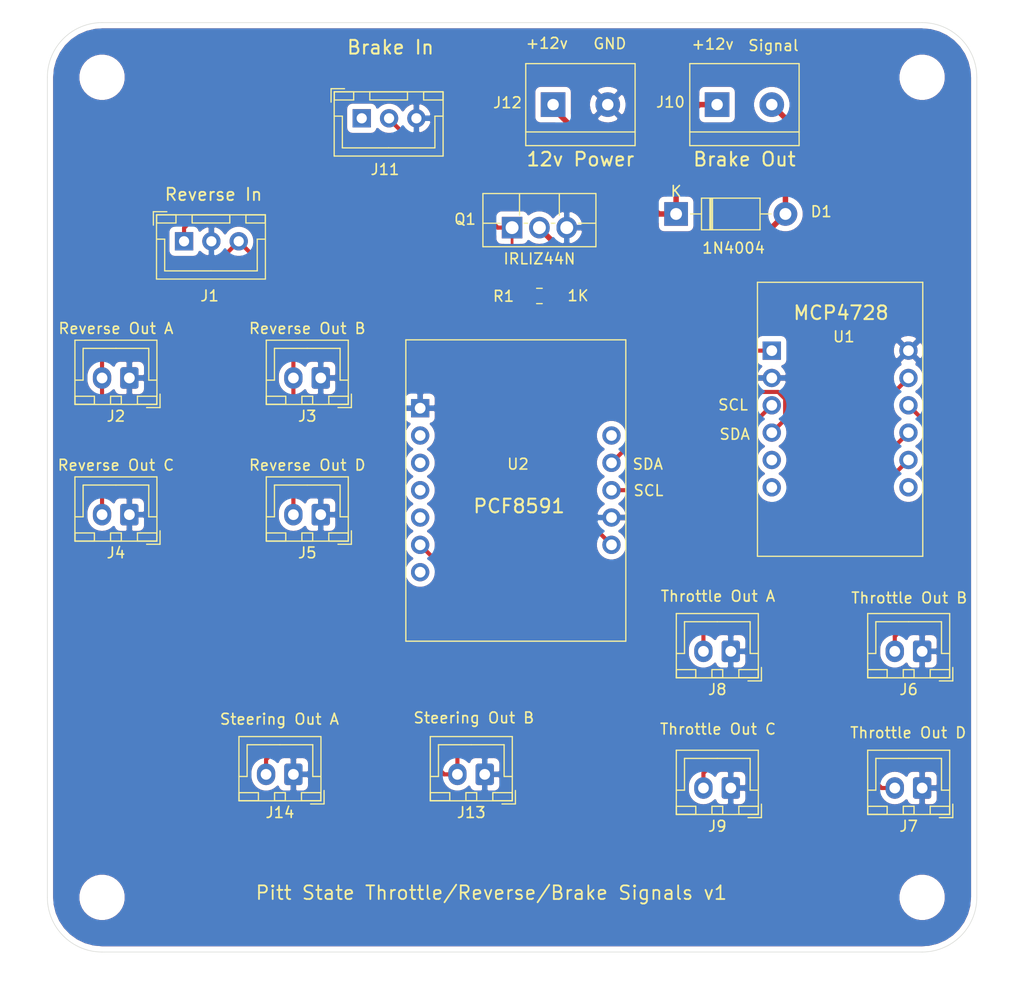
<source format=kicad_pcb>
(kicad_pcb (version 20171130) (host pcbnew "(5.1.5)-3")

  (general
    (thickness 1.6)
    (drawings 17)
    (tracks 64)
    (zones 0)
    (modules 23)
    (nets 24)
  )

  (page A4)
  (layers
    (0 F.Cu signal)
    (31 B.Cu signal)
    (32 B.Adhes user)
    (33 F.Adhes user)
    (34 B.Paste user)
    (35 F.Paste user)
    (36 B.SilkS user)
    (37 F.SilkS user)
    (38 B.Mask user)
    (39 F.Mask user)
    (40 Dwgs.User user)
    (41 Cmts.User user)
    (42 Eco1.User user)
    (43 Eco2.User user)
    (44 Edge.Cuts user)
    (45 Margin user)
    (46 B.CrtYd user)
    (47 F.CrtYd user)
    (48 B.Fab user)
    (49 F.Fab user)
  )

  (setup
    (last_trace_width 0.381)
    (user_trace_width 0.254)
    (user_trace_width 0.381)
    (user_trace_width 0.508)
    (trace_clearance 0.2)
    (zone_clearance 0.508)
    (zone_45_only no)
    (trace_min 0.2)
    (via_size 0.8)
    (via_drill 0.4)
    (via_min_size 0.4)
    (via_min_drill 0.3)
    (uvia_size 0.3)
    (uvia_drill 0.1)
    (uvias_allowed no)
    (uvia_min_size 0.2)
    (uvia_min_drill 0.1)
    (edge_width 0.05)
    (segment_width 0.2)
    (pcb_text_width 0.3)
    (pcb_text_size 1.5 1.5)
    (mod_edge_width 0.12)
    (mod_text_size 1 1)
    (mod_text_width 0.15)
    (pad_size 1.524 1.524)
    (pad_drill 0.762)
    (pad_to_mask_clearance 0.051)
    (solder_mask_min_width 0.25)
    (aux_axis_origin 0 0)
    (visible_elements 7FFFFFFF)
    (pcbplotparams
      (layerselection 0x010fc_ffffffff)
      (usegerberextensions false)
      (usegerberattributes false)
      (usegerberadvancedattributes false)
      (creategerberjobfile false)
      (excludeedgelayer true)
      (linewidth 0.100000)
      (plotframeref false)
      (viasonmask false)
      (mode 1)
      (useauxorigin false)
      (hpglpennumber 1)
      (hpglpenspeed 20)
      (hpglpendiameter 15.000000)
      (psnegative false)
      (psa4output false)
      (plotreference true)
      (plotvalue true)
      (plotinvisibletext false)
      (padsonsilk false)
      (subtractmaskfromsilk false)
      (outputformat 1)
      (mirror false)
      (drillshape 0)
      (scaleselection 1)
      (outputdirectory "Gerbers/"))
  )

  (net 0 "")
  (net 1 +12V)
  (net 2 HighVoltageBrakeSignal)
  (net 3 +3V3)
  (net 4 GND)
  (net 5 ReverseSignal)
  (net 6 ThrottleOutB)
  (net 7 ThrottleOutD)
  (net 8 ThrottleOutA)
  (net 9 ThrottleOutC)
  (net 10 LowVoltageBrakeSignal)
  (net 11 "Net-(J11-Pad1)")
  (net 12 SteeringAnalogOut)
  (net 13 SCL)
  (net 14 SDA)
  (net 15 "Net-(U1-Pad5)")
  (net 16 "Net-(U1-Pad6)")
  (net 17 "Net-(U1-Pad7)")
  (net 18 "Net-(U2-Pad2)")
  (net 19 "Net-(U2-Pad3)")
  (net 20 "Net-(U2-Pad4)")
  (net 21 "Net-(U2-Pad5)")
  (net 22 "Net-(U2-Pad7)")
  (net 23 "Net-(U2-Pad12)")

  (net_class Default "This is the default net class."
    (clearance 0.2)
    (trace_width 0.25)
    (via_dia 0.8)
    (via_drill 0.4)
    (uvia_dia 0.3)
    (uvia_drill 0.1)
    (add_net +12V)
    (add_net +3V3)
    (add_net GND)
    (add_net HighVoltageBrakeSignal)
    (add_net LowVoltageBrakeSignal)
    (add_net "Net-(J11-Pad1)")
    (add_net "Net-(U1-Pad5)")
    (add_net "Net-(U1-Pad6)")
    (add_net "Net-(U1-Pad7)")
    (add_net "Net-(U2-Pad12)")
    (add_net "Net-(U2-Pad2)")
    (add_net "Net-(U2-Pad3)")
    (add_net "Net-(U2-Pad4)")
    (add_net "Net-(U2-Pad5)")
    (add_net "Net-(U2-Pad7)")
    (add_net ReverseSignal)
    (add_net SCL)
    (add_net SDA)
    (add_net SteeringAnalogOut)
    (add_net ThrottleOutA)
    (add_net ThrottleOutB)
    (add_net ThrottleOutC)
    (add_net ThrottleOutD)
  )

  (module Project:Adafruit_PCF8591 (layer F.Cu) (tedit 6243D1EA) (tstamp 6243D965)
    (at 134.96798 81.5467)
    (descr "Through hole straight pin header, 1x07, 2.54mm pitch, single row")
    (tags "Through hole pin header THT 1x07 2.54mm single row")
    (path /6249DF93)
    (fp_text reference U2 (at 0.2 5.2) (layer F.SilkS)
      (effects (font (size 1 1) (thickness 0.15)))
    )
    (fp_text value PCF8591 (at 0.3 9.1) (layer F.SilkS)
      (effects (font (size 1.27 1.27) (thickness 0.1905)))
    )
    (fp_text user %R (at 8.89 7.62 90) (layer F.Fab)
      (effects (font (size 1 1) (thickness 0.15)))
    )
    (fp_text user %R (at 0.2 12.5 90) (layer F.Fab)
      (effects (font (size 1 1) (thickness 0.15)))
    )
    (fp_line (start 10.69 -6.88) (end -10.69 -6.88) (layer F.CrtYd) (width 0.05))
    (fp_line (start 10.69 22.13) (end 10.69 -6.88) (layer F.CrtYd) (width 0.05))
    (fp_line (start -10.69 22.13) (end 10.69 22.13) (layer F.CrtYd) (width 0.05))
    (fp_line (start -10.69 -6.88) (end -10.69 22.13) (layer F.CrtYd) (width 0.05))
    (fp_line (start -10.22 -6.35) (end 10.22 -6.35) (layer F.SilkS) (width 0.12))
    (fp_line (start 10.22 -6.35) (end 10.22 21.65) (layer F.SilkS) (width 0.12))
    (fp_line (start -10.22 -6.35) (end -10.22 21.65) (layer F.SilkS) (width 0.12))
    (fp_line (start -10.22 21.65) (end 10.22 21.65) (layer F.SilkS) (width 0.12))
    (fp_line (start -10.16 -5.715) (end -9.525 -6.35) (layer F.Fab) (width 0.1))
    (fp_line (start -10.16 21.59) (end -10.16 -5.715) (layer F.Fab) (width 0.1))
    (fp_line (start 10.16 21.59) (end -10.16 21.59) (layer F.Fab) (width 0.1))
    (fp_line (start 10.16 -6.35) (end 10.16 21.59) (layer F.Fab) (width 0.1))
    (fp_line (start -9.525 -6.35) (end 10.16 -6.35) (layer F.Fab) (width 0.1))
    (pad 10 thru_hole oval (at 8.89 7.62) (size 1.7 1.7) (drill 1) (layers *.Cu *.Mask)
      (net 13 SCL))
    (pad 11 thru_hole oval (at 8.89 5.08) (size 1.7 1.7) (drill 1) (layers *.Cu *.Mask)
      (net 14 SDA))
    (pad 9 thru_hole oval (at 8.89 10.16) (size 1.7 1.7) (drill 1) (layers *.Cu *.Mask)
      (net 4 GND))
    (pad 8 thru_hole oval (at 8.89 12.7) (size 1.7 1.7) (drill 1) (layers *.Cu *.Mask)
      (net 3 +3V3))
    (pad 12 thru_hole oval (at 8.89 2.54) (size 1.7 1.7) (drill 1) (layers *.Cu *.Mask)
      (net 23 "Net-(U2-Pad12)"))
    (pad 7 thru_hole oval (at -8.89 15.24) (size 1.7 1.7) (drill 1) (layers *.Cu *.Mask)
      (net 22 "Net-(U2-Pad7)"))
    (pad 6 thru_hole oval (at -8.89 12.7) (size 1.7 1.7) (drill 1) (layers *.Cu *.Mask)
      (net 12 SteeringAnalogOut))
    (pad 5 thru_hole oval (at -8.89 10.16) (size 1.7 1.7) (drill 1) (layers *.Cu *.Mask)
      (net 21 "Net-(U2-Pad5)"))
    (pad 4 thru_hole oval (at -8.89 7.62) (size 1.7 1.7) (drill 1) (layers *.Cu *.Mask)
      (net 20 "Net-(U2-Pad4)"))
    (pad 3 thru_hole oval (at -8.89 5.08) (size 1.7 1.7) (drill 1) (layers *.Cu *.Mask)
      (net 19 "Net-(U2-Pad3)"))
    (pad 2 thru_hole oval (at -8.89 2.54) (size 1.7 1.7) (drill 1) (layers *.Cu *.Mask)
      (net 18 "Net-(U2-Pad2)"))
    (pad 1 thru_hole rect (at -8.89 0) (size 1.7 1.7) (drill 1) (layers *.Cu *.Mask)
      (net 4 GND))
    (model ${KISYS3DMOD}/Connector_PinHeader_2.54mm.3dshapes/PinHeader_1x07_P2.54mm_Vertical.wrl
      (at (xyz 0 0 0))
      (scale (xyz 1 1 1))
      (rotate (xyz 0 0 0))
    )
  )

  (module Project:Adafruit_MCP4728 (layer F.Cu) (tedit 6243D122) (tstamp 62441AFC)
    (at 165.1 76.2)
    (descr "Through hole straight pin header, 1x06, 2.54mm pitch, single row")
    (tags "Through hole pin header THT 1x06 2.54mm single row")
    (path /6249BA04)
    (fp_text reference U1 (at 0.34544 -1.28778) (layer F.SilkS)
      (effects (font (size 1 1) (thickness 0.15)))
    )
    (fp_text value MCP4728 (at 0.08636 -3.51282) (layer F.SilkS)
      (effects (font (size 1.27 1.27) (thickness 0.1905)))
    )
    (fp_text user %R (at 0.4 11.1 90) (layer F.Fab)
      (effects (font (size 1 1) (thickness 0.15)))
    )
    (fp_line (start 8.15 -6.88) (end -8.15 -6.88) (layer F.CrtYd) (width 0.05))
    (fp_line (start 8.15 19.58) (end 8.15 -6.88) (layer F.CrtYd) (width 0.05))
    (fp_line (start -8.15 19.58) (end 8.15 19.58) (layer F.CrtYd) (width 0.05))
    (fp_line (start -8.15 -6.88) (end -8.15 19.58) (layer F.CrtYd) (width 0.05))
    (fp_line (start -7.68 -6.35) (end 7.68 -6.35) (layer F.SilkS) (width 0.12))
    (fp_line (start 7.68 -6.35) (end 7.68 19.11) (layer F.SilkS) (width 0.12))
    (fp_line (start -7.68 -6.35) (end -7.68 19.1) (layer F.SilkS) (width 0.12))
    (fp_line (start -7.68 19.11) (end 7.68 19.11) (layer F.SilkS) (width 0.12))
    (fp_line (start -7.62 -5.715) (end -6.985 -6.35) (layer F.Fab) (width 0.1))
    (fp_line (start -7.62 19.05) (end -7.62 -5.715) (layer F.Fab) (width 0.1))
    (fp_line (start 7.62 19.05) (end -7.62 19.05) (layer F.Fab) (width 0.1))
    (fp_line (start 7.62 -6.35) (end 7.62 19.05) (layer F.Fab) (width 0.1))
    (fp_line (start -6.985 -6.35) (end 7.62 -6.35) (layer F.Fab) (width 0.1))
    (pad 7 thru_hole oval (at 6.35 12.7) (size 1.7 1.7) (drill 1) (layers *.Cu *.Mask)
      (net 17 "Net-(U1-Pad7)"))
    (pad 9 thru_hole oval (at 6.35 7.62) (size 1.7 1.7) (drill 1) (layers *.Cu *.Mask)
      (net 9 ThrottleOutC))
    (pad 11 thru_hole oval (at 6.35 2.54) (size 1.7 1.7) (drill 1) (layers *.Cu *.Mask)
      (net 8 ThrottleOutA))
    (pad 10 thru_hole oval (at 6.35 5.08) (size 1.7 1.7) (drill 1) (layers *.Cu *.Mask)
      (net 6 ThrottleOutB))
    (pad 12 thru_hole circle (at 6.35 0) (size 1.7 1.7) (drill 1) (layers *.Cu *.Mask)
      (net 4 GND))
    (pad 8 thru_hole oval (at 6.35 10.16) (size 1.7 1.7) (drill 1) (layers *.Cu *.Mask)
      (net 7 ThrottleOutD))
    (pad 6 thru_hole oval (at -6.35 12.7) (size 1.7 1.7) (drill 1) (layers *.Cu *.Mask)
      (net 16 "Net-(U1-Pad6)"))
    (pad 5 thru_hole oval (at -6.35 10.16) (size 1.7 1.7) (drill 1) (layers *.Cu *.Mask)
      (net 15 "Net-(U1-Pad5)"))
    (pad 4 thru_hole oval (at -6.35 7.62) (size 1.7 1.7) (drill 1) (layers *.Cu *.Mask)
      (net 14 SDA))
    (pad 3 thru_hole oval (at -6.35 5.08) (size 1.7 1.7) (drill 1) (layers *.Cu *.Mask)
      (net 13 SCL))
    (pad 2 thru_hole oval (at -6.35 2.54) (size 1.7 1.7) (drill 1) (layers *.Cu *.Mask)
      (net 4 GND))
    (pad 1 thru_hole rect (at -6.35 0) (size 1.7 1.7) (drill 1) (layers *.Cu *.Mask)
      (net 3 +3V3))
    (model ${KISYS3DMOD}/Connector_PinHeader_2.54mm.3dshapes/PinHeader_1x06_P2.54mm_Vertical.wrl
      (at (xyz 0 0 0))
      (scale (xyz 1 1 1))
      (rotate (xyz 0 0 0))
    )
  )

  (module MountingHole:MountingHole_3.2mm_M3 (layer F.Cu) (tedit 56D1B4CB) (tstamp 624419E0)
    (at 96.52 50.8)
    (descr "Mounting Hole 3.2mm, no annular, M3")
    (tags "mounting hole 3.2mm no annular m3")
    (attr virtual)
    (fp_text reference REF** (at 0 -4.2) (layer F.Fab)
      (effects (font (size 1 1) (thickness 0.15)))
    )
    (fp_text value MountingHole_3.2mm_M3 (at 0 4.2) (layer F.Fab)
      (effects (font (size 1 1) (thickness 0.15)))
    )
    (fp_circle (center 0 0) (end 3.45 0) (layer F.CrtYd) (width 0.05))
    (fp_circle (center 0 0) (end 3.2 0) (layer Cmts.User) (width 0.15))
    (fp_text user %R (at 0.3 0) (layer F.Fab)
      (effects (font (size 1 1) (thickness 0.15)))
    )
    (pad 1 np_thru_hole circle (at 0 0) (size 3.2 3.2) (drill 3.2) (layers *.Cu *.Mask))
  )

  (module MountingHole:MountingHole_3.2mm_M3 (layer F.Cu) (tedit 56D1B4CB) (tstamp 624419C3)
    (at 96.52 127)
    (descr "Mounting Hole 3.2mm, no annular, M3")
    (tags "mounting hole 3.2mm no annular m3")
    (attr virtual)
    (fp_text reference REF** (at 0 -4.2) (layer F.Fab)
      (effects (font (size 1 1) (thickness 0.15)))
    )
    (fp_text value MountingHole_3.2mm_M3 (at 0 4.2) (layer F.Fab)
      (effects (font (size 1 1) (thickness 0.15)))
    )
    (fp_circle (center 0 0) (end 3.45 0) (layer F.CrtYd) (width 0.05))
    (fp_circle (center 0 0) (end 3.2 0) (layer Cmts.User) (width 0.15))
    (fp_text user %R (at 0.3 0) (layer F.Fab)
      (effects (font (size 1 1) (thickness 0.15)))
    )
    (pad 1 np_thru_hole circle (at 0 0) (size 3.2 3.2) (drill 3.2) (layers *.Cu *.Mask))
  )

  (module MountingHole:MountingHole_3.2mm_M3 (layer F.Cu) (tedit 56D1B4CB) (tstamp 624419A6)
    (at 172.72 127)
    (descr "Mounting Hole 3.2mm, no annular, M3")
    (tags "mounting hole 3.2mm no annular m3")
    (attr virtual)
    (fp_text reference REF** (at 0 -4.2) (layer F.Fab)
      (effects (font (size 1 1) (thickness 0.15)))
    )
    (fp_text value MountingHole_3.2mm_M3 (at 0 4.2) (layer F.Fab)
      (effects (font (size 1 1) (thickness 0.15)))
    )
    (fp_circle (center 0 0) (end 3.45 0) (layer F.CrtYd) (width 0.05))
    (fp_circle (center 0 0) (end 3.2 0) (layer Cmts.User) (width 0.15))
    (fp_text user %R (at 0.3 0) (layer F.Fab)
      (effects (font (size 1 1) (thickness 0.15)))
    )
    (pad 1 np_thru_hole circle (at 0 0) (size 3.2 3.2) (drill 3.2) (layers *.Cu *.Mask))
  )

  (module MountingHole:MountingHole_3.2mm_M3 (layer F.Cu) (tedit 56D1B4CB) (tstamp 62441989)
    (at 172.72 50.8)
    (descr "Mounting Hole 3.2mm, no annular, M3")
    (tags "mounting hole 3.2mm no annular m3")
    (attr virtual)
    (fp_text reference REF** (at 0 -4.2) (layer F.Fab)
      (effects (font (size 1 1) (thickness 0.15)))
    )
    (fp_text value MountingHole_3.2mm_M3 (at 0 4.2) (layer F.Fab)
      (effects (font (size 1 1) (thickness 0.15)))
    )
    (fp_circle (center 0 0) (end 3.45 0) (layer F.CrtYd) (width 0.05))
    (fp_circle (center 0 0) (end 3.2 0) (layer Cmts.User) (width 0.15))
    (fp_text user %R (at 0.3 0) (layer F.Fab)
      (effects (font (size 1 1) (thickness 0.15)))
    )
    (pad 1 np_thru_hole circle (at 0 0) (size 3.2 3.2) (drill 3.2) (layers *.Cu *.Mask))
  )

  (module Diode_THT:D_DO-41_SOD81_P10.16mm_Horizontal (layer F.Cu) (tedit 5AE50CD5) (tstamp 62441394)
    (at 149.86 63.5)
    (descr "Diode, DO-41_SOD81 series, Axial, Horizontal, pin pitch=10.16mm, , length*diameter=5.2*2.7mm^2, , http://www.diodes.com/_files/packages/DO-41%20(Plastic).pdf")
    (tags "Diode DO-41_SOD81 series Axial Horizontal pin pitch 10.16mm  length 5.2mm diameter 2.7mm")
    (path /624F1645)
    (fp_text reference D1 (at 13.48232 -0.21336) (layer F.SilkS)
      (effects (font (size 1 1) (thickness 0.15)))
    )
    (fp_text value 1N4004 (at 5.34416 3.17246) (layer F.SilkS)
      (effects (font (size 1 1) (thickness 0.15)))
    )
    (fp_line (start 2.48 -1.35) (end 2.48 1.35) (layer F.Fab) (width 0.1))
    (fp_line (start 2.48 1.35) (end 7.68 1.35) (layer F.Fab) (width 0.1))
    (fp_line (start 7.68 1.35) (end 7.68 -1.35) (layer F.Fab) (width 0.1))
    (fp_line (start 7.68 -1.35) (end 2.48 -1.35) (layer F.Fab) (width 0.1))
    (fp_line (start 0 0) (end 2.48 0) (layer F.Fab) (width 0.1))
    (fp_line (start 10.16 0) (end 7.68 0) (layer F.Fab) (width 0.1))
    (fp_line (start 3.26 -1.35) (end 3.26 1.35) (layer F.Fab) (width 0.1))
    (fp_line (start 3.36 -1.35) (end 3.36 1.35) (layer F.Fab) (width 0.1))
    (fp_line (start 3.16 -1.35) (end 3.16 1.35) (layer F.Fab) (width 0.1))
    (fp_line (start 2.36 -1.47) (end 2.36 1.47) (layer F.SilkS) (width 0.12))
    (fp_line (start 2.36 1.47) (end 7.8 1.47) (layer F.SilkS) (width 0.12))
    (fp_line (start 7.8 1.47) (end 7.8 -1.47) (layer F.SilkS) (width 0.12))
    (fp_line (start 7.8 -1.47) (end 2.36 -1.47) (layer F.SilkS) (width 0.12))
    (fp_line (start 1.34 0) (end 2.36 0) (layer F.SilkS) (width 0.12))
    (fp_line (start 8.82 0) (end 7.8 0) (layer F.SilkS) (width 0.12))
    (fp_line (start 3.26 -1.47) (end 3.26 1.47) (layer F.SilkS) (width 0.12))
    (fp_line (start 3.38 -1.47) (end 3.38 1.47) (layer F.SilkS) (width 0.12))
    (fp_line (start 3.14 -1.47) (end 3.14 1.47) (layer F.SilkS) (width 0.12))
    (fp_line (start -1.35 -1.6) (end -1.35 1.6) (layer F.CrtYd) (width 0.05))
    (fp_line (start -1.35 1.6) (end 11.51 1.6) (layer F.CrtYd) (width 0.05))
    (fp_line (start 11.51 1.6) (end 11.51 -1.6) (layer F.CrtYd) (width 0.05))
    (fp_line (start 11.51 -1.6) (end -1.35 -1.6) (layer F.CrtYd) (width 0.05))
    (fp_text user %R (at 5.47 0) (layer F.Fab)
      (effects (font (size 1 1) (thickness 0.15)))
    )
    (fp_text user K (at 0 -2.1) (layer F.Fab)
      (effects (font (size 1 1) (thickness 0.15)))
    )
    (fp_text user K (at 0 -2.1) (layer F.SilkS)
      (effects (font (size 1 1) (thickness 0.15)))
    )
    (pad 1 thru_hole rect (at 0 0) (size 2.2 2.2) (drill 1.1) (layers *.Cu *.Mask)
      (net 1 +12V))
    (pad 2 thru_hole oval (at 10.16 0) (size 2.2 2.2) (drill 1.1) (layers *.Cu *.Mask)
      (net 2 HighVoltageBrakeSignal))
    (model ${KISYS3DMOD}/Diode_THT.3dshapes/D_DO-41_SOD81_P10.16mm_Horizontal.wrl
      (at (xyz 0 0 0))
      (scale (xyz 1 1 1))
      (rotate (xyz 0 0 0))
    )
  )

  (module Project:JST_XH_B3B-XH-A_1x03_P2.54mm_Vertical (layer F.Cu) (tedit 60F4B235) (tstamp 6243D70C)
    (at 104.14 66.04)
    (descr "JST XH series connector, B3B-XH-A (http://www.jst-mfg.com/product/pdf/eng/eXH.pdf), generated with kicad-footprint-generator")
    (tags "connector JST XH vertical")
    (path /624C6AAD)
    (fp_text reference J1 (at 2.36982 5.07492) (layer F.SilkS)
      (effects (font (size 1 1) (thickness 0.15)))
    )
    (fp_text value "Reverse In" (at 2.73558 -4.35102) (layer F.SilkS)
      (effects (font (size 1.143 1.143) (thickness 0.1651)))
    )
    (fp_line (start -2.85 -2.75) (end -2.85 -1.5) (layer F.SilkS) (width 0.12))
    (fp_line (start -1.6 -2.75) (end -2.85 -2.75) (layer F.SilkS) (width 0.12))
    (fp_line (start 6.8 2.75) (end 2.5 2.75) (layer F.SilkS) (width 0.12))
    (fp_line (start 6.8 -0.2) (end 6.8 2.75) (layer F.SilkS) (width 0.12))
    (fp_line (start 7.55 -0.2) (end 6.8 -0.2) (layer F.SilkS) (width 0.12))
    (fp_line (start -1.8 2.75) (end 2.5 2.75) (layer F.SilkS) (width 0.12))
    (fp_line (start -1.8 -0.2) (end -1.8 2.75) (layer F.SilkS) (width 0.12))
    (fp_line (start -2.55 -0.2) (end -1.8 -0.2) (layer F.SilkS) (width 0.12))
    (fp_line (start 7.55 -2.45) (end 5.75 -2.45) (layer F.SilkS) (width 0.12))
    (fp_line (start 7.55 -1.7) (end 7.55 -2.45) (layer F.SilkS) (width 0.12))
    (fp_line (start 5.75 -1.7) (end 7.55 -1.7) (layer F.SilkS) (width 0.12))
    (fp_line (start 5.75 -2.45) (end 5.75 -1.7) (layer F.SilkS) (width 0.12))
    (fp_line (start -0.75 -2.45) (end -2.55 -2.45) (layer F.SilkS) (width 0.12))
    (fp_line (start -0.75 -1.7) (end -0.75 -2.45) (layer F.SilkS) (width 0.12))
    (fp_line (start -2.55 -1.7) (end -0.75 -1.7) (layer F.SilkS) (width 0.12))
    (fp_line (start -2.55 -2.45) (end -2.55 -1.7) (layer F.SilkS) (width 0.12))
    (fp_line (start 4.25 -2.45) (end 0.75 -2.45) (layer F.SilkS) (width 0.12))
    (fp_line (start 4.25 -1.7) (end 4.25 -2.45) (layer F.SilkS) (width 0.12))
    (fp_line (start 0.75 -1.7) (end 4.25 -1.7) (layer F.SilkS) (width 0.12))
    (fp_line (start 0.75 -2.45) (end 0.75 -1.7) (layer F.SilkS) (width 0.12))
    (fp_line (start 0 -1.35) (end 0.625 -2.35) (layer F.Fab) (width 0.1))
    (fp_line (start -0.625 -2.35) (end 0 -1.35) (layer F.Fab) (width 0.1))
    (fp_line (start 7.95 -2.85) (end -2.95 -2.85) (layer F.CrtYd) (width 0.05))
    (fp_line (start 7.95 3.9) (end 7.95 -2.85) (layer F.CrtYd) (width 0.05))
    (fp_line (start -2.95 3.9) (end 7.95 3.9) (layer F.CrtYd) (width 0.05))
    (fp_line (start -2.95 -2.85) (end -2.95 3.9) (layer F.CrtYd) (width 0.05))
    (fp_line (start 7.56 -2.46) (end -2.56 -2.46) (layer F.SilkS) (width 0.12))
    (fp_line (start 7.56 3.51) (end 7.56 -2.46) (layer F.SilkS) (width 0.12))
    (fp_line (start -2.56 3.51) (end 7.56 3.51) (layer F.SilkS) (width 0.12))
    (fp_line (start -2.56 -2.46) (end -2.56 3.51) (layer F.SilkS) (width 0.12))
    (fp_line (start 7.45 -2.35) (end -2.45 -2.35) (layer F.Fab) (width 0.1))
    (fp_line (start 7.45 3.4) (end 7.45 -2.35) (layer F.Fab) (width 0.1))
    (fp_line (start -2.45 3.4) (end 7.45 3.4) (layer F.Fab) (width 0.1))
    (fp_line (start -2.45 -2.35) (end -2.45 3.4) (layer F.Fab) (width 0.1))
    (fp_text user %R (at 2.5 2.7) (layer F.Fab)
      (effects (font (size 1 1) (thickness 0.15)))
    )
    (pad 1 thru_hole rect (at 0 0) (size 1.7 1.7) (drill 0.95) (layers *.Cu *.Mask)
      (net 3 +3V3))
    (pad 2 thru_hole oval (at 2.54 0) (size 1.7 1.7) (drill 0.95) (layers *.Cu *.Mask)
      (net 4 GND))
    (pad 3 thru_hole oval (at 5.08 0) (size 1.7 1.7) (drill 0.95) (layers *.Cu *.Mask)
      (net 5 ReverseSignal))
    (model ${KISYS3DMOD}/Connector_JST.3dshapes/JST_XH_B3B-XH-A_1x03_P2.50mm_Vertical.wrl
      (at (xyz 0 0 0))
      (scale (xyz 1 1 1))
      (rotate (xyz 0 0 0))
    )
  )

  (module Project:JST_XH_B2B-XH-A_1x02_P2.54mm_Vertical (layer F.Cu) (tedit 6243C79B) (tstamp 6243D735)
    (at 99.06 78.74 180)
    (descr "JST XH series connector, B2B-XH-A (http://www.jst-mfg.com/product/pdf/eng/eXH.pdf), generated with kicad-footprint-generator")
    (tags "connector JST XH vertical")
    (path /624B1727)
    (fp_text reference J2 (at 1.25 -3.55) (layer F.SilkS)
      (effects (font (size 1 1) (thickness 0.15)))
    )
    (fp_text value "Reverse Out A" (at 1.25 4.6) (layer F.SilkS)
      (effects (font (size 1 1) (thickness 0.15)))
    )
    (fp_line (start -2.45 -2.35) (end -2.45 3.4) (layer F.Fab) (width 0.1))
    (fp_line (start -2.45 3.4) (end 4.95 3.4) (layer F.Fab) (width 0.1))
    (fp_line (start 4.95 3.4) (end 4.95 -2.35) (layer F.Fab) (width 0.1))
    (fp_line (start 4.95 -2.35) (end -2.45 -2.35) (layer F.Fab) (width 0.1))
    (fp_line (start -2.56 -2.46) (end -2.56 3.51) (layer F.SilkS) (width 0.12))
    (fp_line (start -2.56 3.51) (end 5.06 3.51) (layer F.SilkS) (width 0.12))
    (fp_line (start 5.06 3.51) (end 5.06 -2.46) (layer F.SilkS) (width 0.12))
    (fp_line (start 5.06 -2.46) (end -2.56 -2.46) (layer F.SilkS) (width 0.12))
    (fp_line (start -2.95 -2.85) (end -2.95 3.9) (layer F.CrtYd) (width 0.05))
    (fp_line (start -2.95 3.9) (end 5.45 3.9) (layer F.CrtYd) (width 0.05))
    (fp_line (start 5.45 3.9) (end 5.45 -2.85) (layer F.CrtYd) (width 0.05))
    (fp_line (start 5.45 -2.85) (end -2.95 -2.85) (layer F.CrtYd) (width 0.05))
    (fp_line (start -0.625 -2.35) (end 0 -1.35) (layer F.Fab) (width 0.1))
    (fp_line (start 0 -1.35) (end 0.625 -2.35) (layer F.Fab) (width 0.1))
    (fp_line (start 0.75 -2.45) (end 0.75 -1.7) (layer F.SilkS) (width 0.12))
    (fp_line (start 0.75 -1.7) (end 1.75 -1.7) (layer F.SilkS) (width 0.12))
    (fp_line (start 1.75 -1.7) (end 1.75 -2.45) (layer F.SilkS) (width 0.12))
    (fp_line (start 1.75 -2.45) (end 0.75 -2.45) (layer F.SilkS) (width 0.12))
    (fp_line (start -2.55 -2.45) (end -2.55 -1.7) (layer F.SilkS) (width 0.12))
    (fp_line (start -2.55 -1.7) (end -0.75 -1.7) (layer F.SilkS) (width 0.12))
    (fp_line (start -0.75 -1.7) (end -0.75 -2.45) (layer F.SilkS) (width 0.12))
    (fp_line (start -0.75 -2.45) (end -2.55 -2.45) (layer F.SilkS) (width 0.12))
    (fp_line (start 3.25 -2.45) (end 3.25 -1.7) (layer F.SilkS) (width 0.12))
    (fp_line (start 3.25 -1.7) (end 5.05 -1.7) (layer F.SilkS) (width 0.12))
    (fp_line (start 5.05 -1.7) (end 5.05 -2.45) (layer F.SilkS) (width 0.12))
    (fp_line (start 5.05 -2.45) (end 3.25 -2.45) (layer F.SilkS) (width 0.12))
    (fp_line (start -2.55 -0.2) (end -1.8 -0.2) (layer F.SilkS) (width 0.12))
    (fp_line (start -1.8 -0.2) (end -1.8 2.75) (layer F.SilkS) (width 0.12))
    (fp_line (start -1.8 2.75) (end 1.25 2.75) (layer F.SilkS) (width 0.12))
    (fp_line (start 5.05 -0.2) (end 4.3 -0.2) (layer F.SilkS) (width 0.12))
    (fp_line (start 4.3 -0.2) (end 4.3 2.75) (layer F.SilkS) (width 0.12))
    (fp_line (start 4.3 2.75) (end 1.25 2.75) (layer F.SilkS) (width 0.12))
    (fp_line (start -1.6 -2.75) (end -2.85 -2.75) (layer F.SilkS) (width 0.12))
    (fp_line (start -2.85 -2.75) (end -2.85 -1.5) (layer F.SilkS) (width 0.12))
    (fp_text user %R (at 1.25 2.7) (layer F.Fab)
      (effects (font (size 1 1) (thickness 0.15)))
    )
    (pad 1 thru_hole roundrect (at 0 0 180) (size 1.7 2) (drill 1) (layers *.Cu *.Mask) (roundrect_rratio 0.147059)
      (net 4 GND))
    (pad 2 thru_hole oval (at 2.54 0 180) (size 1.7 2) (drill 1) (layers *.Cu *.Mask)
      (net 5 ReverseSignal))
    (model ${KISYS3DMOD}/Connector_JST.3dshapes/JST_XH_B2B-XH-A_1x02_P2.50mm_Vertical.wrl
      (at (xyz 0 0 0))
      (scale (xyz 1 1 1))
      (rotate (xyz 0 0 0))
    )
  )

  (module Project:JST_XH_B2B-XH-A_1x02_P2.54mm_Vertical (layer F.Cu) (tedit 6243C79B) (tstamp 6243D75E)
    (at 116.84 78.74 180)
    (descr "JST XH series connector, B2B-XH-A (http://www.jst-mfg.com/product/pdf/eng/eXH.pdf), generated with kicad-footprint-generator")
    (tags "connector JST XH vertical")
    (path /624B291C)
    (fp_text reference J3 (at 1.25 -3.55) (layer F.SilkS)
      (effects (font (size 1 1) (thickness 0.15)))
    )
    (fp_text value "Reverse Out B" (at 1.25 4.6) (layer F.SilkS)
      (effects (font (size 1 1) (thickness 0.15)))
    )
    (fp_text user %R (at 1.25 2.7) (layer F.Fab)
      (effects (font (size 1 1) (thickness 0.15)))
    )
    (fp_line (start -2.85 -2.75) (end -2.85 -1.5) (layer F.SilkS) (width 0.12))
    (fp_line (start -1.6 -2.75) (end -2.85 -2.75) (layer F.SilkS) (width 0.12))
    (fp_line (start 4.3 2.75) (end 1.25 2.75) (layer F.SilkS) (width 0.12))
    (fp_line (start 4.3 -0.2) (end 4.3 2.75) (layer F.SilkS) (width 0.12))
    (fp_line (start 5.05 -0.2) (end 4.3 -0.2) (layer F.SilkS) (width 0.12))
    (fp_line (start -1.8 2.75) (end 1.25 2.75) (layer F.SilkS) (width 0.12))
    (fp_line (start -1.8 -0.2) (end -1.8 2.75) (layer F.SilkS) (width 0.12))
    (fp_line (start -2.55 -0.2) (end -1.8 -0.2) (layer F.SilkS) (width 0.12))
    (fp_line (start 5.05 -2.45) (end 3.25 -2.45) (layer F.SilkS) (width 0.12))
    (fp_line (start 5.05 -1.7) (end 5.05 -2.45) (layer F.SilkS) (width 0.12))
    (fp_line (start 3.25 -1.7) (end 5.05 -1.7) (layer F.SilkS) (width 0.12))
    (fp_line (start 3.25 -2.45) (end 3.25 -1.7) (layer F.SilkS) (width 0.12))
    (fp_line (start -0.75 -2.45) (end -2.55 -2.45) (layer F.SilkS) (width 0.12))
    (fp_line (start -0.75 -1.7) (end -0.75 -2.45) (layer F.SilkS) (width 0.12))
    (fp_line (start -2.55 -1.7) (end -0.75 -1.7) (layer F.SilkS) (width 0.12))
    (fp_line (start -2.55 -2.45) (end -2.55 -1.7) (layer F.SilkS) (width 0.12))
    (fp_line (start 1.75 -2.45) (end 0.75 -2.45) (layer F.SilkS) (width 0.12))
    (fp_line (start 1.75 -1.7) (end 1.75 -2.45) (layer F.SilkS) (width 0.12))
    (fp_line (start 0.75 -1.7) (end 1.75 -1.7) (layer F.SilkS) (width 0.12))
    (fp_line (start 0.75 -2.45) (end 0.75 -1.7) (layer F.SilkS) (width 0.12))
    (fp_line (start 0 -1.35) (end 0.625 -2.35) (layer F.Fab) (width 0.1))
    (fp_line (start -0.625 -2.35) (end 0 -1.35) (layer F.Fab) (width 0.1))
    (fp_line (start 5.45 -2.85) (end -2.95 -2.85) (layer F.CrtYd) (width 0.05))
    (fp_line (start 5.45 3.9) (end 5.45 -2.85) (layer F.CrtYd) (width 0.05))
    (fp_line (start -2.95 3.9) (end 5.45 3.9) (layer F.CrtYd) (width 0.05))
    (fp_line (start -2.95 -2.85) (end -2.95 3.9) (layer F.CrtYd) (width 0.05))
    (fp_line (start 5.06 -2.46) (end -2.56 -2.46) (layer F.SilkS) (width 0.12))
    (fp_line (start 5.06 3.51) (end 5.06 -2.46) (layer F.SilkS) (width 0.12))
    (fp_line (start -2.56 3.51) (end 5.06 3.51) (layer F.SilkS) (width 0.12))
    (fp_line (start -2.56 -2.46) (end -2.56 3.51) (layer F.SilkS) (width 0.12))
    (fp_line (start 4.95 -2.35) (end -2.45 -2.35) (layer F.Fab) (width 0.1))
    (fp_line (start 4.95 3.4) (end 4.95 -2.35) (layer F.Fab) (width 0.1))
    (fp_line (start -2.45 3.4) (end 4.95 3.4) (layer F.Fab) (width 0.1))
    (fp_line (start -2.45 -2.35) (end -2.45 3.4) (layer F.Fab) (width 0.1))
    (pad 2 thru_hole oval (at 2.54 0 180) (size 1.7 2) (drill 1) (layers *.Cu *.Mask)
      (net 5 ReverseSignal))
    (pad 1 thru_hole roundrect (at 0 0 180) (size 1.7 2) (drill 1) (layers *.Cu *.Mask) (roundrect_rratio 0.147059)
      (net 4 GND))
    (model ${KISYS3DMOD}/Connector_JST.3dshapes/JST_XH_B2B-XH-A_1x02_P2.50mm_Vertical.wrl
      (at (xyz 0 0 0))
      (scale (xyz 1 1 1))
      (rotate (xyz 0 0 0))
    )
  )

  (module Project:JST_XH_B2B-XH-A_1x02_P2.54mm_Vertical (layer F.Cu) (tedit 6243C79B) (tstamp 6243D787)
    (at 99.06 91.44 180)
    (descr "JST XH series connector, B2B-XH-A (http://www.jst-mfg.com/product/pdf/eng/eXH.pdf), generated with kicad-footprint-generator")
    (tags "connector JST XH vertical")
    (path /624B335E)
    (fp_text reference J4 (at 1.25 -3.55) (layer F.SilkS)
      (effects (font (size 1 1) (thickness 0.15)))
    )
    (fp_text value "Reverse Out C" (at 1.25 4.6) (layer F.SilkS)
      (effects (font (size 1 1) (thickness 0.15)))
    )
    (fp_line (start -2.45 -2.35) (end -2.45 3.4) (layer F.Fab) (width 0.1))
    (fp_line (start -2.45 3.4) (end 4.95 3.4) (layer F.Fab) (width 0.1))
    (fp_line (start 4.95 3.4) (end 4.95 -2.35) (layer F.Fab) (width 0.1))
    (fp_line (start 4.95 -2.35) (end -2.45 -2.35) (layer F.Fab) (width 0.1))
    (fp_line (start -2.56 -2.46) (end -2.56 3.51) (layer F.SilkS) (width 0.12))
    (fp_line (start -2.56 3.51) (end 5.06 3.51) (layer F.SilkS) (width 0.12))
    (fp_line (start 5.06 3.51) (end 5.06 -2.46) (layer F.SilkS) (width 0.12))
    (fp_line (start 5.06 -2.46) (end -2.56 -2.46) (layer F.SilkS) (width 0.12))
    (fp_line (start -2.95 -2.85) (end -2.95 3.9) (layer F.CrtYd) (width 0.05))
    (fp_line (start -2.95 3.9) (end 5.45 3.9) (layer F.CrtYd) (width 0.05))
    (fp_line (start 5.45 3.9) (end 5.45 -2.85) (layer F.CrtYd) (width 0.05))
    (fp_line (start 5.45 -2.85) (end -2.95 -2.85) (layer F.CrtYd) (width 0.05))
    (fp_line (start -0.625 -2.35) (end 0 -1.35) (layer F.Fab) (width 0.1))
    (fp_line (start 0 -1.35) (end 0.625 -2.35) (layer F.Fab) (width 0.1))
    (fp_line (start 0.75 -2.45) (end 0.75 -1.7) (layer F.SilkS) (width 0.12))
    (fp_line (start 0.75 -1.7) (end 1.75 -1.7) (layer F.SilkS) (width 0.12))
    (fp_line (start 1.75 -1.7) (end 1.75 -2.45) (layer F.SilkS) (width 0.12))
    (fp_line (start 1.75 -2.45) (end 0.75 -2.45) (layer F.SilkS) (width 0.12))
    (fp_line (start -2.55 -2.45) (end -2.55 -1.7) (layer F.SilkS) (width 0.12))
    (fp_line (start -2.55 -1.7) (end -0.75 -1.7) (layer F.SilkS) (width 0.12))
    (fp_line (start -0.75 -1.7) (end -0.75 -2.45) (layer F.SilkS) (width 0.12))
    (fp_line (start -0.75 -2.45) (end -2.55 -2.45) (layer F.SilkS) (width 0.12))
    (fp_line (start 3.25 -2.45) (end 3.25 -1.7) (layer F.SilkS) (width 0.12))
    (fp_line (start 3.25 -1.7) (end 5.05 -1.7) (layer F.SilkS) (width 0.12))
    (fp_line (start 5.05 -1.7) (end 5.05 -2.45) (layer F.SilkS) (width 0.12))
    (fp_line (start 5.05 -2.45) (end 3.25 -2.45) (layer F.SilkS) (width 0.12))
    (fp_line (start -2.55 -0.2) (end -1.8 -0.2) (layer F.SilkS) (width 0.12))
    (fp_line (start -1.8 -0.2) (end -1.8 2.75) (layer F.SilkS) (width 0.12))
    (fp_line (start -1.8 2.75) (end 1.25 2.75) (layer F.SilkS) (width 0.12))
    (fp_line (start 5.05 -0.2) (end 4.3 -0.2) (layer F.SilkS) (width 0.12))
    (fp_line (start 4.3 -0.2) (end 4.3 2.75) (layer F.SilkS) (width 0.12))
    (fp_line (start 4.3 2.75) (end 1.25 2.75) (layer F.SilkS) (width 0.12))
    (fp_line (start -1.6 -2.75) (end -2.85 -2.75) (layer F.SilkS) (width 0.12))
    (fp_line (start -2.85 -2.75) (end -2.85 -1.5) (layer F.SilkS) (width 0.12))
    (fp_text user %R (at 1.25 2.7) (layer F.Fab)
      (effects (font (size 1 1) (thickness 0.15)))
    )
    (pad 1 thru_hole roundrect (at 0 0 180) (size 1.7 2) (drill 1) (layers *.Cu *.Mask) (roundrect_rratio 0.147059)
      (net 4 GND))
    (pad 2 thru_hole oval (at 2.54 0 180) (size 1.7 2) (drill 1) (layers *.Cu *.Mask)
      (net 5 ReverseSignal))
    (model ${KISYS3DMOD}/Connector_JST.3dshapes/JST_XH_B2B-XH-A_1x02_P2.50mm_Vertical.wrl
      (at (xyz 0 0 0))
      (scale (xyz 1 1 1))
      (rotate (xyz 0 0 0))
    )
  )

  (module Project:JST_XH_B2B-XH-A_1x02_P2.54mm_Vertical (layer F.Cu) (tedit 6243C79B) (tstamp 6243D7B0)
    (at 116.84 91.44 180)
    (descr "JST XH series connector, B2B-XH-A (http://www.jst-mfg.com/product/pdf/eng/eXH.pdf), generated with kicad-footprint-generator")
    (tags "connector JST XH vertical")
    (path /624B3BFF)
    (fp_text reference J5 (at 1.25 -3.55) (layer F.SilkS)
      (effects (font (size 1 1) (thickness 0.15)))
    )
    (fp_text value "Reverse Out D" (at 1.25 4.6) (layer F.SilkS)
      (effects (font (size 1 1) (thickness 0.15)))
    )
    (fp_text user %R (at 1.25 2.7) (layer F.Fab)
      (effects (font (size 1 1) (thickness 0.15)))
    )
    (fp_line (start -2.85 -2.75) (end -2.85 -1.5) (layer F.SilkS) (width 0.12))
    (fp_line (start -1.6 -2.75) (end -2.85 -2.75) (layer F.SilkS) (width 0.12))
    (fp_line (start 4.3 2.75) (end 1.25 2.75) (layer F.SilkS) (width 0.12))
    (fp_line (start 4.3 -0.2) (end 4.3 2.75) (layer F.SilkS) (width 0.12))
    (fp_line (start 5.05 -0.2) (end 4.3 -0.2) (layer F.SilkS) (width 0.12))
    (fp_line (start -1.8 2.75) (end 1.25 2.75) (layer F.SilkS) (width 0.12))
    (fp_line (start -1.8 -0.2) (end -1.8 2.75) (layer F.SilkS) (width 0.12))
    (fp_line (start -2.55 -0.2) (end -1.8 -0.2) (layer F.SilkS) (width 0.12))
    (fp_line (start 5.05 -2.45) (end 3.25 -2.45) (layer F.SilkS) (width 0.12))
    (fp_line (start 5.05 -1.7) (end 5.05 -2.45) (layer F.SilkS) (width 0.12))
    (fp_line (start 3.25 -1.7) (end 5.05 -1.7) (layer F.SilkS) (width 0.12))
    (fp_line (start 3.25 -2.45) (end 3.25 -1.7) (layer F.SilkS) (width 0.12))
    (fp_line (start -0.75 -2.45) (end -2.55 -2.45) (layer F.SilkS) (width 0.12))
    (fp_line (start -0.75 -1.7) (end -0.75 -2.45) (layer F.SilkS) (width 0.12))
    (fp_line (start -2.55 -1.7) (end -0.75 -1.7) (layer F.SilkS) (width 0.12))
    (fp_line (start -2.55 -2.45) (end -2.55 -1.7) (layer F.SilkS) (width 0.12))
    (fp_line (start 1.75 -2.45) (end 0.75 -2.45) (layer F.SilkS) (width 0.12))
    (fp_line (start 1.75 -1.7) (end 1.75 -2.45) (layer F.SilkS) (width 0.12))
    (fp_line (start 0.75 -1.7) (end 1.75 -1.7) (layer F.SilkS) (width 0.12))
    (fp_line (start 0.75 -2.45) (end 0.75 -1.7) (layer F.SilkS) (width 0.12))
    (fp_line (start 0 -1.35) (end 0.625 -2.35) (layer F.Fab) (width 0.1))
    (fp_line (start -0.625 -2.35) (end 0 -1.35) (layer F.Fab) (width 0.1))
    (fp_line (start 5.45 -2.85) (end -2.95 -2.85) (layer F.CrtYd) (width 0.05))
    (fp_line (start 5.45 3.9) (end 5.45 -2.85) (layer F.CrtYd) (width 0.05))
    (fp_line (start -2.95 3.9) (end 5.45 3.9) (layer F.CrtYd) (width 0.05))
    (fp_line (start -2.95 -2.85) (end -2.95 3.9) (layer F.CrtYd) (width 0.05))
    (fp_line (start 5.06 -2.46) (end -2.56 -2.46) (layer F.SilkS) (width 0.12))
    (fp_line (start 5.06 3.51) (end 5.06 -2.46) (layer F.SilkS) (width 0.12))
    (fp_line (start -2.56 3.51) (end 5.06 3.51) (layer F.SilkS) (width 0.12))
    (fp_line (start -2.56 -2.46) (end -2.56 3.51) (layer F.SilkS) (width 0.12))
    (fp_line (start 4.95 -2.35) (end -2.45 -2.35) (layer F.Fab) (width 0.1))
    (fp_line (start 4.95 3.4) (end 4.95 -2.35) (layer F.Fab) (width 0.1))
    (fp_line (start -2.45 3.4) (end 4.95 3.4) (layer F.Fab) (width 0.1))
    (fp_line (start -2.45 -2.35) (end -2.45 3.4) (layer F.Fab) (width 0.1))
    (pad 2 thru_hole oval (at 2.54 0 180) (size 1.7 2) (drill 1) (layers *.Cu *.Mask)
      (net 5 ReverseSignal))
    (pad 1 thru_hole roundrect (at 0 0 180) (size 1.7 2) (drill 1) (layers *.Cu *.Mask) (roundrect_rratio 0.147059)
      (net 4 GND))
    (model ${KISYS3DMOD}/Connector_JST.3dshapes/JST_XH_B2B-XH-A_1x02_P2.50mm_Vertical.wrl
      (at (xyz 0 0 0))
      (scale (xyz 1 1 1))
      (rotate (xyz 0 0 0))
    )
  )

  (module Project:JST_XH_B2B-XH-A_1x02_P2.54mm_Vertical (layer F.Cu) (tedit 6243C79B) (tstamp 6243D7D9)
    (at 172.72 104.14 180)
    (descr "JST XH series connector, B2B-XH-A (http://www.jst-mfg.com/product/pdf/eng/eXH.pdf), generated with kicad-footprint-generator")
    (tags "connector JST XH vertical")
    (path /624AD368)
    (fp_text reference J6 (at 1.25 -3.55) (layer F.SilkS)
      (effects (font (size 1 1) (thickness 0.15)))
    )
    (fp_text value "Throttle Out B" (at 1.19888 4.96062) (layer F.SilkS)
      (effects (font (size 1 1) (thickness 0.15)))
    )
    (fp_text user %R (at 1.25 2.7) (layer F.Fab)
      (effects (font (size 1 1) (thickness 0.15)))
    )
    (fp_line (start -2.85 -2.75) (end -2.85 -1.5) (layer F.SilkS) (width 0.12))
    (fp_line (start -1.6 -2.75) (end -2.85 -2.75) (layer F.SilkS) (width 0.12))
    (fp_line (start 4.3 2.75) (end 1.25 2.75) (layer F.SilkS) (width 0.12))
    (fp_line (start 4.3 -0.2) (end 4.3 2.75) (layer F.SilkS) (width 0.12))
    (fp_line (start 5.05 -0.2) (end 4.3 -0.2) (layer F.SilkS) (width 0.12))
    (fp_line (start -1.8 2.75) (end 1.25 2.75) (layer F.SilkS) (width 0.12))
    (fp_line (start -1.8 -0.2) (end -1.8 2.75) (layer F.SilkS) (width 0.12))
    (fp_line (start -2.55 -0.2) (end -1.8 -0.2) (layer F.SilkS) (width 0.12))
    (fp_line (start 5.05 -2.45) (end 3.25 -2.45) (layer F.SilkS) (width 0.12))
    (fp_line (start 5.05 -1.7) (end 5.05 -2.45) (layer F.SilkS) (width 0.12))
    (fp_line (start 3.25 -1.7) (end 5.05 -1.7) (layer F.SilkS) (width 0.12))
    (fp_line (start 3.25 -2.45) (end 3.25 -1.7) (layer F.SilkS) (width 0.12))
    (fp_line (start -0.75 -2.45) (end -2.55 -2.45) (layer F.SilkS) (width 0.12))
    (fp_line (start -0.75 -1.7) (end -0.75 -2.45) (layer F.SilkS) (width 0.12))
    (fp_line (start -2.55 -1.7) (end -0.75 -1.7) (layer F.SilkS) (width 0.12))
    (fp_line (start -2.55 -2.45) (end -2.55 -1.7) (layer F.SilkS) (width 0.12))
    (fp_line (start 1.75 -2.45) (end 0.75 -2.45) (layer F.SilkS) (width 0.12))
    (fp_line (start 1.75 -1.7) (end 1.75 -2.45) (layer F.SilkS) (width 0.12))
    (fp_line (start 0.75 -1.7) (end 1.75 -1.7) (layer F.SilkS) (width 0.12))
    (fp_line (start 0.75 -2.45) (end 0.75 -1.7) (layer F.SilkS) (width 0.12))
    (fp_line (start 0 -1.35) (end 0.625 -2.35) (layer F.Fab) (width 0.1))
    (fp_line (start -0.625 -2.35) (end 0 -1.35) (layer F.Fab) (width 0.1))
    (fp_line (start 5.45 -2.85) (end -2.95 -2.85) (layer F.CrtYd) (width 0.05))
    (fp_line (start 5.45 3.9) (end 5.45 -2.85) (layer F.CrtYd) (width 0.05))
    (fp_line (start -2.95 3.9) (end 5.45 3.9) (layer F.CrtYd) (width 0.05))
    (fp_line (start -2.95 -2.85) (end -2.95 3.9) (layer F.CrtYd) (width 0.05))
    (fp_line (start 5.06 -2.46) (end -2.56 -2.46) (layer F.SilkS) (width 0.12))
    (fp_line (start 5.06 3.51) (end 5.06 -2.46) (layer F.SilkS) (width 0.12))
    (fp_line (start -2.56 3.51) (end 5.06 3.51) (layer F.SilkS) (width 0.12))
    (fp_line (start -2.56 -2.46) (end -2.56 3.51) (layer F.SilkS) (width 0.12))
    (fp_line (start 4.95 -2.35) (end -2.45 -2.35) (layer F.Fab) (width 0.1))
    (fp_line (start 4.95 3.4) (end 4.95 -2.35) (layer F.Fab) (width 0.1))
    (fp_line (start -2.45 3.4) (end 4.95 3.4) (layer F.Fab) (width 0.1))
    (fp_line (start -2.45 -2.35) (end -2.45 3.4) (layer F.Fab) (width 0.1))
    (pad 2 thru_hole oval (at 2.54 0 180) (size 1.7 2) (drill 1) (layers *.Cu *.Mask)
      (net 6 ThrottleOutB))
    (pad 1 thru_hole roundrect (at 0 0 180) (size 1.7 2) (drill 1) (layers *.Cu *.Mask) (roundrect_rratio 0.147059)
      (net 4 GND))
    (model ${KISYS3DMOD}/Connector_JST.3dshapes/JST_XH_B2B-XH-A_1x02_P2.50mm_Vertical.wrl
      (at (xyz 0 0 0))
      (scale (xyz 1 1 1))
      (rotate (xyz 0 0 0))
    )
  )

  (module Project:JST_XH_B2B-XH-A_1x02_P2.54mm_Vertical (layer F.Cu) (tedit 6243C79B) (tstamp 6243D802)
    (at 172.72 116.84 180)
    (descr "JST XH series connector, B2B-XH-A (http://www.jst-mfg.com/product/pdf/eng/eXH.pdf), generated with kicad-footprint-generator")
    (tags "connector JST XH vertical")
    (path /624AE9DC)
    (fp_text reference J7 (at 1.25 -3.55) (layer F.SilkS)
      (effects (font (size 1 1) (thickness 0.15)))
    )
    (fp_text value "Throttle Out D" (at 1.2954 5.13334) (layer F.SilkS)
      (effects (font (size 1 1) (thickness 0.15)))
    )
    (fp_text user %R (at 1.25 2.7) (layer F.Fab)
      (effects (font (size 1 1) (thickness 0.15)))
    )
    (fp_line (start -2.85 -2.75) (end -2.85 -1.5) (layer F.SilkS) (width 0.12))
    (fp_line (start -1.6 -2.75) (end -2.85 -2.75) (layer F.SilkS) (width 0.12))
    (fp_line (start 4.3 2.75) (end 1.25 2.75) (layer F.SilkS) (width 0.12))
    (fp_line (start 4.3 -0.2) (end 4.3 2.75) (layer F.SilkS) (width 0.12))
    (fp_line (start 5.05 -0.2) (end 4.3 -0.2) (layer F.SilkS) (width 0.12))
    (fp_line (start -1.8 2.75) (end 1.25 2.75) (layer F.SilkS) (width 0.12))
    (fp_line (start -1.8 -0.2) (end -1.8 2.75) (layer F.SilkS) (width 0.12))
    (fp_line (start -2.55 -0.2) (end -1.8 -0.2) (layer F.SilkS) (width 0.12))
    (fp_line (start 5.05 -2.45) (end 3.25 -2.45) (layer F.SilkS) (width 0.12))
    (fp_line (start 5.05 -1.7) (end 5.05 -2.45) (layer F.SilkS) (width 0.12))
    (fp_line (start 3.25 -1.7) (end 5.05 -1.7) (layer F.SilkS) (width 0.12))
    (fp_line (start 3.25 -2.45) (end 3.25 -1.7) (layer F.SilkS) (width 0.12))
    (fp_line (start -0.75 -2.45) (end -2.55 -2.45) (layer F.SilkS) (width 0.12))
    (fp_line (start -0.75 -1.7) (end -0.75 -2.45) (layer F.SilkS) (width 0.12))
    (fp_line (start -2.55 -1.7) (end -0.75 -1.7) (layer F.SilkS) (width 0.12))
    (fp_line (start -2.55 -2.45) (end -2.55 -1.7) (layer F.SilkS) (width 0.12))
    (fp_line (start 1.75 -2.45) (end 0.75 -2.45) (layer F.SilkS) (width 0.12))
    (fp_line (start 1.75 -1.7) (end 1.75 -2.45) (layer F.SilkS) (width 0.12))
    (fp_line (start 0.75 -1.7) (end 1.75 -1.7) (layer F.SilkS) (width 0.12))
    (fp_line (start 0.75 -2.45) (end 0.75 -1.7) (layer F.SilkS) (width 0.12))
    (fp_line (start 0 -1.35) (end 0.625 -2.35) (layer F.Fab) (width 0.1))
    (fp_line (start -0.625 -2.35) (end 0 -1.35) (layer F.Fab) (width 0.1))
    (fp_line (start 5.45 -2.85) (end -2.95 -2.85) (layer F.CrtYd) (width 0.05))
    (fp_line (start 5.45 3.9) (end 5.45 -2.85) (layer F.CrtYd) (width 0.05))
    (fp_line (start -2.95 3.9) (end 5.45 3.9) (layer F.CrtYd) (width 0.05))
    (fp_line (start -2.95 -2.85) (end -2.95 3.9) (layer F.CrtYd) (width 0.05))
    (fp_line (start 5.06 -2.46) (end -2.56 -2.46) (layer F.SilkS) (width 0.12))
    (fp_line (start 5.06 3.51) (end 5.06 -2.46) (layer F.SilkS) (width 0.12))
    (fp_line (start -2.56 3.51) (end 5.06 3.51) (layer F.SilkS) (width 0.12))
    (fp_line (start -2.56 -2.46) (end -2.56 3.51) (layer F.SilkS) (width 0.12))
    (fp_line (start 4.95 -2.35) (end -2.45 -2.35) (layer F.Fab) (width 0.1))
    (fp_line (start 4.95 3.4) (end 4.95 -2.35) (layer F.Fab) (width 0.1))
    (fp_line (start -2.45 3.4) (end 4.95 3.4) (layer F.Fab) (width 0.1))
    (fp_line (start -2.45 -2.35) (end -2.45 3.4) (layer F.Fab) (width 0.1))
    (pad 2 thru_hole oval (at 2.54 0 180) (size 1.7 2) (drill 1) (layers *.Cu *.Mask)
      (net 7 ThrottleOutD))
    (pad 1 thru_hole roundrect (at 0 0 180) (size 1.7 2) (drill 1) (layers *.Cu *.Mask) (roundrect_rratio 0.147059)
      (net 4 GND))
    (model ${KISYS3DMOD}/Connector_JST.3dshapes/JST_XH_B2B-XH-A_1x02_P2.50mm_Vertical.wrl
      (at (xyz 0 0 0))
      (scale (xyz 1 1 1))
      (rotate (xyz 0 0 0))
    )
  )

  (module Project:JST_XH_B2B-XH-A_1x02_P2.54mm_Vertical (layer F.Cu) (tedit 6243C79B) (tstamp 6243D82B)
    (at 154.94 104.14 180)
    (descr "JST XH series connector, B2B-XH-A (http://www.jst-mfg.com/product/pdf/eng/eXH.pdf), generated with kicad-footprint-generator")
    (tags "connector JST XH vertical")
    (path /624ABAB0)
    (fp_text reference J8 (at 1.25 -3.55) (layer F.SilkS)
      (effects (font (size 1 1) (thickness 0.15)))
    )
    (fp_text value "Throttle Out A" (at 1.18872 5.12064) (layer F.SilkS)
      (effects (font (size 1 1) (thickness 0.15)))
    )
    (fp_line (start -2.45 -2.35) (end -2.45 3.4) (layer F.Fab) (width 0.1))
    (fp_line (start -2.45 3.4) (end 4.95 3.4) (layer F.Fab) (width 0.1))
    (fp_line (start 4.95 3.4) (end 4.95 -2.35) (layer F.Fab) (width 0.1))
    (fp_line (start 4.95 -2.35) (end -2.45 -2.35) (layer F.Fab) (width 0.1))
    (fp_line (start -2.56 -2.46) (end -2.56 3.51) (layer F.SilkS) (width 0.12))
    (fp_line (start -2.56 3.51) (end 5.06 3.51) (layer F.SilkS) (width 0.12))
    (fp_line (start 5.06 3.51) (end 5.06 -2.46) (layer F.SilkS) (width 0.12))
    (fp_line (start 5.06 -2.46) (end -2.56 -2.46) (layer F.SilkS) (width 0.12))
    (fp_line (start -2.95 -2.85) (end -2.95 3.9) (layer F.CrtYd) (width 0.05))
    (fp_line (start -2.95 3.9) (end 5.45 3.9) (layer F.CrtYd) (width 0.05))
    (fp_line (start 5.45 3.9) (end 5.45 -2.85) (layer F.CrtYd) (width 0.05))
    (fp_line (start 5.45 -2.85) (end -2.95 -2.85) (layer F.CrtYd) (width 0.05))
    (fp_line (start -0.625 -2.35) (end 0 -1.35) (layer F.Fab) (width 0.1))
    (fp_line (start 0 -1.35) (end 0.625 -2.35) (layer F.Fab) (width 0.1))
    (fp_line (start 0.75 -2.45) (end 0.75 -1.7) (layer F.SilkS) (width 0.12))
    (fp_line (start 0.75 -1.7) (end 1.75 -1.7) (layer F.SilkS) (width 0.12))
    (fp_line (start 1.75 -1.7) (end 1.75 -2.45) (layer F.SilkS) (width 0.12))
    (fp_line (start 1.75 -2.45) (end 0.75 -2.45) (layer F.SilkS) (width 0.12))
    (fp_line (start -2.55 -2.45) (end -2.55 -1.7) (layer F.SilkS) (width 0.12))
    (fp_line (start -2.55 -1.7) (end -0.75 -1.7) (layer F.SilkS) (width 0.12))
    (fp_line (start -0.75 -1.7) (end -0.75 -2.45) (layer F.SilkS) (width 0.12))
    (fp_line (start -0.75 -2.45) (end -2.55 -2.45) (layer F.SilkS) (width 0.12))
    (fp_line (start 3.25 -2.45) (end 3.25 -1.7) (layer F.SilkS) (width 0.12))
    (fp_line (start 3.25 -1.7) (end 5.05 -1.7) (layer F.SilkS) (width 0.12))
    (fp_line (start 5.05 -1.7) (end 5.05 -2.45) (layer F.SilkS) (width 0.12))
    (fp_line (start 5.05 -2.45) (end 3.25 -2.45) (layer F.SilkS) (width 0.12))
    (fp_line (start -2.55 -0.2) (end -1.8 -0.2) (layer F.SilkS) (width 0.12))
    (fp_line (start -1.8 -0.2) (end -1.8 2.75) (layer F.SilkS) (width 0.12))
    (fp_line (start -1.8 2.75) (end 1.25 2.75) (layer F.SilkS) (width 0.12))
    (fp_line (start 5.05 -0.2) (end 4.3 -0.2) (layer F.SilkS) (width 0.12))
    (fp_line (start 4.3 -0.2) (end 4.3 2.75) (layer F.SilkS) (width 0.12))
    (fp_line (start 4.3 2.75) (end 1.25 2.75) (layer F.SilkS) (width 0.12))
    (fp_line (start -1.6 -2.75) (end -2.85 -2.75) (layer F.SilkS) (width 0.12))
    (fp_line (start -2.85 -2.75) (end -2.85 -1.5) (layer F.SilkS) (width 0.12))
    (fp_text user %R (at 1.25 2.7) (layer F.Fab)
      (effects (font (size 1 1) (thickness 0.15)))
    )
    (pad 1 thru_hole roundrect (at 0 0 180) (size 1.7 2) (drill 1) (layers *.Cu *.Mask) (roundrect_rratio 0.147059)
      (net 4 GND))
    (pad 2 thru_hole oval (at 2.54 0 180) (size 1.7 2) (drill 1) (layers *.Cu *.Mask)
      (net 8 ThrottleOutA))
    (model ${KISYS3DMOD}/Connector_JST.3dshapes/JST_XH_B2B-XH-A_1x02_P2.50mm_Vertical.wrl
      (at (xyz 0 0 0))
      (scale (xyz 1 1 1))
      (rotate (xyz 0 0 0))
    )
  )

  (module Project:JST_XH_B2B-XH-A_1x02_P2.54mm_Vertical (layer F.Cu) (tedit 6243C79B) (tstamp 6243D854)
    (at 154.94 116.84 180)
    (descr "JST XH series connector, B2B-XH-A (http://www.jst-mfg.com/product/pdf/eng/eXH.pdf), generated with kicad-footprint-generator")
    (tags "connector JST XH vertical")
    (path /624ADC69)
    (fp_text reference J9 (at 1.25 -3.55) (layer F.SilkS)
      (effects (font (size 1 1) (thickness 0.15)))
    )
    (fp_text value "Throttle Out C" (at 1.18872 5.4737) (layer F.SilkS)
      (effects (font (size 1 1) (thickness 0.15)))
    )
    (fp_line (start -2.45 -2.35) (end -2.45 3.4) (layer F.Fab) (width 0.1))
    (fp_line (start -2.45 3.4) (end 4.95 3.4) (layer F.Fab) (width 0.1))
    (fp_line (start 4.95 3.4) (end 4.95 -2.35) (layer F.Fab) (width 0.1))
    (fp_line (start 4.95 -2.35) (end -2.45 -2.35) (layer F.Fab) (width 0.1))
    (fp_line (start -2.56 -2.46) (end -2.56 3.51) (layer F.SilkS) (width 0.12))
    (fp_line (start -2.56 3.51) (end 5.06 3.51) (layer F.SilkS) (width 0.12))
    (fp_line (start 5.06 3.51) (end 5.06 -2.46) (layer F.SilkS) (width 0.12))
    (fp_line (start 5.06 -2.46) (end -2.56 -2.46) (layer F.SilkS) (width 0.12))
    (fp_line (start -2.95 -2.85) (end -2.95 3.9) (layer F.CrtYd) (width 0.05))
    (fp_line (start -2.95 3.9) (end 5.45 3.9) (layer F.CrtYd) (width 0.05))
    (fp_line (start 5.45 3.9) (end 5.45 -2.85) (layer F.CrtYd) (width 0.05))
    (fp_line (start 5.45 -2.85) (end -2.95 -2.85) (layer F.CrtYd) (width 0.05))
    (fp_line (start -0.625 -2.35) (end 0 -1.35) (layer F.Fab) (width 0.1))
    (fp_line (start 0 -1.35) (end 0.625 -2.35) (layer F.Fab) (width 0.1))
    (fp_line (start 0.75 -2.45) (end 0.75 -1.7) (layer F.SilkS) (width 0.12))
    (fp_line (start 0.75 -1.7) (end 1.75 -1.7) (layer F.SilkS) (width 0.12))
    (fp_line (start 1.75 -1.7) (end 1.75 -2.45) (layer F.SilkS) (width 0.12))
    (fp_line (start 1.75 -2.45) (end 0.75 -2.45) (layer F.SilkS) (width 0.12))
    (fp_line (start -2.55 -2.45) (end -2.55 -1.7) (layer F.SilkS) (width 0.12))
    (fp_line (start -2.55 -1.7) (end -0.75 -1.7) (layer F.SilkS) (width 0.12))
    (fp_line (start -0.75 -1.7) (end -0.75 -2.45) (layer F.SilkS) (width 0.12))
    (fp_line (start -0.75 -2.45) (end -2.55 -2.45) (layer F.SilkS) (width 0.12))
    (fp_line (start 3.25 -2.45) (end 3.25 -1.7) (layer F.SilkS) (width 0.12))
    (fp_line (start 3.25 -1.7) (end 5.05 -1.7) (layer F.SilkS) (width 0.12))
    (fp_line (start 5.05 -1.7) (end 5.05 -2.45) (layer F.SilkS) (width 0.12))
    (fp_line (start 5.05 -2.45) (end 3.25 -2.45) (layer F.SilkS) (width 0.12))
    (fp_line (start -2.55 -0.2) (end -1.8 -0.2) (layer F.SilkS) (width 0.12))
    (fp_line (start -1.8 -0.2) (end -1.8 2.75) (layer F.SilkS) (width 0.12))
    (fp_line (start -1.8 2.75) (end 1.25 2.75) (layer F.SilkS) (width 0.12))
    (fp_line (start 5.05 -0.2) (end 4.3 -0.2) (layer F.SilkS) (width 0.12))
    (fp_line (start 4.3 -0.2) (end 4.3 2.75) (layer F.SilkS) (width 0.12))
    (fp_line (start 4.3 2.75) (end 1.25 2.75) (layer F.SilkS) (width 0.12))
    (fp_line (start -1.6 -2.75) (end -2.85 -2.75) (layer F.SilkS) (width 0.12))
    (fp_line (start -2.85 -2.75) (end -2.85 -1.5) (layer F.SilkS) (width 0.12))
    (fp_text user %R (at 1.25 2.7) (layer F.Fab)
      (effects (font (size 1 1) (thickness 0.15)))
    )
    (pad 1 thru_hole roundrect (at 0 0 180) (size 1.7 2) (drill 1) (layers *.Cu *.Mask) (roundrect_rratio 0.147059)
      (net 4 GND))
    (pad 2 thru_hole oval (at 2.54 0 180) (size 1.7 2) (drill 1) (layers *.Cu *.Mask)
      (net 9 ThrottleOutC))
    (model ${KISYS3DMOD}/Connector_JST.3dshapes/JST_XH_B2B-XH-A_1x02_P2.50mm_Vertical.wrl
      (at (xyz 0 0 0))
      (scale (xyz 1 1 1))
      (rotate (xyz 0 0 0))
    )
  )

  (module Project:TerminalBlock_bornier-2_P5.08mm (layer F.Cu) (tedit 5DBE4433) (tstamp 624413E4)
    (at 153.67 53.34)
    (descr "simple 2-pin terminal block, pitch 5.08mm, revamped version of bornier2")
    (tags "terminal block bornier2")
    (path /624C9480)
    (fp_text reference J10 (at -4.33324 -0.23368) (layer F.SilkS)
      (effects (font (size 1 1) (thickness 0.15)))
    )
    (fp_text value "Brake Out" (at 2.54 5.08) (layer F.SilkS)
      (effects (font (size 1.27 1.27) (thickness 0.1905)))
    )
    (fp_text user %R (at 2.54 0) (layer F.Fab)
      (effects (font (size 1 1) (thickness 0.15)))
    )
    (fp_line (start -2.41 2.55) (end 7.49 2.55) (layer F.Fab) (width 0.1))
    (fp_line (start -2.46 -3.75) (end -2.46 3.75) (layer F.Fab) (width 0.1))
    (fp_line (start -2.46 3.75) (end 7.54 3.75) (layer F.Fab) (width 0.1))
    (fp_line (start 7.54 3.75) (end 7.54 -3.75) (layer F.Fab) (width 0.1))
    (fp_line (start 7.54 -3.75) (end -2.46 -3.75) (layer F.Fab) (width 0.1))
    (fp_line (start 7.62 2.54) (end -2.54 2.54) (layer F.SilkS) (width 0.12))
    (fp_line (start 7.62 3.81) (end 7.62 -3.81) (layer F.SilkS) (width 0.12))
    (fp_line (start 7.62 -3.81) (end -2.54 -3.81) (layer F.SilkS) (width 0.12))
    (fp_line (start -2.54 -3.81) (end -2.54 3.81) (layer F.SilkS) (width 0.12))
    (fp_line (start -2.54 3.81) (end 7.62 3.81) (layer F.SilkS) (width 0.12))
    (fp_line (start -2.71 -4) (end 7.79 -4) (layer F.CrtYd) (width 0.05))
    (fp_line (start -2.71 -4) (end -2.71 4) (layer F.CrtYd) (width 0.05))
    (fp_line (start 7.79 4) (end 7.79 -4) (layer F.CrtYd) (width 0.05))
    (fp_line (start 7.79 4) (end -2.71 4) (layer F.CrtYd) (width 0.05))
    (pad 1 thru_hole rect (at 0 0) (size 2.286 2.286) (drill 1.0668) (layers *.Cu *.Mask)
      (net 1 +12V))
    (pad 2 thru_hole circle (at 5.08 0) (size 2.286 2.286) (drill 1.0668) (layers *.Cu *.Mask)
      (net 2 HighVoltageBrakeSignal))
    (model ${KISYS3DMOD}/TerminalBlock.3dshapes/TerminalBlock_bornier-2_P5.08mm.wrl
      (offset (xyz 2.539999961853027 0 0))
      (scale (xyz 1 1 1))
      (rotate (xyz 0 0 0))
    )
  )

  (module Project:JST_XH_B3B-XH-A_1x03_P2.54mm_Vertical (layer F.Cu) (tedit 60F4B235) (tstamp 624414C5)
    (at 120.65 54.61)
    (descr "JST XH series connector, B3B-XH-A (http://www.jst-mfg.com/product/pdf/eng/eXH.pdf), generated with kicad-footprint-generator")
    (tags "connector JST XH vertical")
    (path /624C7BFE)
    (fp_text reference J11 (at 2.159 4.75742) (layer F.SilkS)
      (effects (font (size 1 1) (thickness 0.15)))
    )
    (fp_text value "Brake In" (at 2.66954 -6.58876) (layer F.SilkS)
      (effects (font (size 1.27 1.27) (thickness 0.1905)))
    )
    (fp_text user %R (at 2.5 2.7) (layer F.Fab)
      (effects (font (size 1 1) (thickness 0.15)))
    )
    (fp_line (start -2.45 -2.35) (end -2.45 3.4) (layer F.Fab) (width 0.1))
    (fp_line (start -2.45 3.4) (end 7.45 3.4) (layer F.Fab) (width 0.1))
    (fp_line (start 7.45 3.4) (end 7.45 -2.35) (layer F.Fab) (width 0.1))
    (fp_line (start 7.45 -2.35) (end -2.45 -2.35) (layer F.Fab) (width 0.1))
    (fp_line (start -2.56 -2.46) (end -2.56 3.51) (layer F.SilkS) (width 0.12))
    (fp_line (start -2.56 3.51) (end 7.56 3.51) (layer F.SilkS) (width 0.12))
    (fp_line (start 7.56 3.51) (end 7.56 -2.46) (layer F.SilkS) (width 0.12))
    (fp_line (start 7.56 -2.46) (end -2.56 -2.46) (layer F.SilkS) (width 0.12))
    (fp_line (start -2.95 -2.85) (end -2.95 3.9) (layer F.CrtYd) (width 0.05))
    (fp_line (start -2.95 3.9) (end 7.95 3.9) (layer F.CrtYd) (width 0.05))
    (fp_line (start 7.95 3.9) (end 7.95 -2.85) (layer F.CrtYd) (width 0.05))
    (fp_line (start 7.95 -2.85) (end -2.95 -2.85) (layer F.CrtYd) (width 0.05))
    (fp_line (start -0.625 -2.35) (end 0 -1.35) (layer F.Fab) (width 0.1))
    (fp_line (start 0 -1.35) (end 0.625 -2.35) (layer F.Fab) (width 0.1))
    (fp_line (start 0.75 -2.45) (end 0.75 -1.7) (layer F.SilkS) (width 0.12))
    (fp_line (start 0.75 -1.7) (end 4.25 -1.7) (layer F.SilkS) (width 0.12))
    (fp_line (start 4.25 -1.7) (end 4.25 -2.45) (layer F.SilkS) (width 0.12))
    (fp_line (start 4.25 -2.45) (end 0.75 -2.45) (layer F.SilkS) (width 0.12))
    (fp_line (start -2.55 -2.45) (end -2.55 -1.7) (layer F.SilkS) (width 0.12))
    (fp_line (start -2.55 -1.7) (end -0.75 -1.7) (layer F.SilkS) (width 0.12))
    (fp_line (start -0.75 -1.7) (end -0.75 -2.45) (layer F.SilkS) (width 0.12))
    (fp_line (start -0.75 -2.45) (end -2.55 -2.45) (layer F.SilkS) (width 0.12))
    (fp_line (start 5.75 -2.45) (end 5.75 -1.7) (layer F.SilkS) (width 0.12))
    (fp_line (start 5.75 -1.7) (end 7.55 -1.7) (layer F.SilkS) (width 0.12))
    (fp_line (start 7.55 -1.7) (end 7.55 -2.45) (layer F.SilkS) (width 0.12))
    (fp_line (start 7.55 -2.45) (end 5.75 -2.45) (layer F.SilkS) (width 0.12))
    (fp_line (start -2.55 -0.2) (end -1.8 -0.2) (layer F.SilkS) (width 0.12))
    (fp_line (start -1.8 -0.2) (end -1.8 2.75) (layer F.SilkS) (width 0.12))
    (fp_line (start -1.8 2.75) (end 2.5 2.75) (layer F.SilkS) (width 0.12))
    (fp_line (start 7.55 -0.2) (end 6.8 -0.2) (layer F.SilkS) (width 0.12))
    (fp_line (start 6.8 -0.2) (end 6.8 2.75) (layer F.SilkS) (width 0.12))
    (fp_line (start 6.8 2.75) (end 2.5 2.75) (layer F.SilkS) (width 0.12))
    (fp_line (start -1.6 -2.75) (end -2.85 -2.75) (layer F.SilkS) (width 0.12))
    (fp_line (start -2.85 -2.75) (end -2.85 -1.5) (layer F.SilkS) (width 0.12))
    (pad 3 thru_hole oval (at 5.08 0) (size 1.7 1.7) (drill 0.95) (layers *.Cu *.Mask)
      (net 4 GND))
    (pad 2 thru_hole oval (at 2.54 0) (size 1.7 1.7) (drill 0.95) (layers *.Cu *.Mask)
      (net 10 LowVoltageBrakeSignal))
    (pad 1 thru_hole rect (at 0 0) (size 1.7 1.7) (drill 0.95) (layers *.Cu *.Mask)
      (net 11 "Net-(J11-Pad1)"))
    (model ${KISYS3DMOD}/Connector_JST.3dshapes/JST_XH_B3B-XH-A_1x03_P2.50mm_Vertical.wrl
      (at (xyz 0 0 0))
      (scale (xyz 1 1 1))
      (rotate (xyz 0 0 0))
    )
  )

  (module Project:TerminalBlock_bornier-2_P5.08mm (layer F.Cu) (tedit 5DBE4433) (tstamp 62441474)
    (at 138.43 53.34)
    (descr "simple 2-pin terminal block, pitch 5.08mm, revamped version of bornier2")
    (tags "terminal block bornier2")
    (path /624DAA15)
    (fp_text reference J12 (at -4.23672 -0.1778) (layer F.SilkS)
      (effects (font (size 1 1) (thickness 0.15)))
    )
    (fp_text value "12v Power" (at 2.54 5.08) (layer F.SilkS)
      (effects (font (size 1.27 1.27) (thickness 0.1905)))
    )
    (fp_line (start 7.79 4) (end -2.71 4) (layer F.CrtYd) (width 0.05))
    (fp_line (start 7.79 4) (end 7.79 -4) (layer F.CrtYd) (width 0.05))
    (fp_line (start -2.71 -4) (end -2.71 4) (layer F.CrtYd) (width 0.05))
    (fp_line (start -2.71 -4) (end 7.79 -4) (layer F.CrtYd) (width 0.05))
    (fp_line (start -2.54 3.81) (end 7.62 3.81) (layer F.SilkS) (width 0.12))
    (fp_line (start -2.54 -3.81) (end -2.54 3.81) (layer F.SilkS) (width 0.12))
    (fp_line (start 7.62 -3.81) (end -2.54 -3.81) (layer F.SilkS) (width 0.12))
    (fp_line (start 7.62 3.81) (end 7.62 -3.81) (layer F.SilkS) (width 0.12))
    (fp_line (start 7.62 2.54) (end -2.54 2.54) (layer F.SilkS) (width 0.12))
    (fp_line (start 7.54 -3.75) (end -2.46 -3.75) (layer F.Fab) (width 0.1))
    (fp_line (start 7.54 3.75) (end 7.54 -3.75) (layer F.Fab) (width 0.1))
    (fp_line (start -2.46 3.75) (end 7.54 3.75) (layer F.Fab) (width 0.1))
    (fp_line (start -2.46 -3.75) (end -2.46 3.75) (layer F.Fab) (width 0.1))
    (fp_line (start -2.41 2.55) (end 7.49 2.55) (layer F.Fab) (width 0.1))
    (fp_text user %R (at 2.54 0) (layer F.Fab)
      (effects (font (size 1 1) (thickness 0.15)))
    )
    (pad 2 thru_hole circle (at 5.08 0) (size 2.286 2.286) (drill 1.0668) (layers *.Cu *.Mask)
      (net 4 GND))
    (pad 1 thru_hole rect (at 0 0) (size 2.286 2.286) (drill 1.0668) (layers *.Cu *.Mask)
      (net 1 +12V))
    (model ${KISYS3DMOD}/TerminalBlock.3dshapes/TerminalBlock_bornier-2_P5.08mm.wrl
      (offset (xyz 2.539999961853027 0 0))
      (scale (xyz 1 1 1))
      (rotate (xyz 0 0 0))
    )
  )

  (module Project:JST_XH_B2B-XH-A_1x02_P2.54mm_Vertical (layer F.Cu) (tedit 6243C79B) (tstamp 6243D8D1)
    (at 132.08 115.57 180)
    (descr "JST XH series connector, B2B-XH-A (http://www.jst-mfg.com/product/pdf/eng/eXH.pdf), generated with kicad-footprint-generator")
    (tags "connector JST XH vertical")
    (path /624E8F38)
    (fp_text reference J13 (at 1.25 -3.55) (layer F.SilkS)
      (effects (font (size 1 1) (thickness 0.15)))
    )
    (fp_text value "Steering Out B" (at 1.01092 5.24764) (layer F.SilkS)
      (effects (font (size 1 1) (thickness 0.15)))
    )
    (fp_line (start -2.45 -2.35) (end -2.45 3.4) (layer F.Fab) (width 0.1))
    (fp_line (start -2.45 3.4) (end 4.95 3.4) (layer F.Fab) (width 0.1))
    (fp_line (start 4.95 3.4) (end 4.95 -2.35) (layer F.Fab) (width 0.1))
    (fp_line (start 4.95 -2.35) (end -2.45 -2.35) (layer F.Fab) (width 0.1))
    (fp_line (start -2.56 -2.46) (end -2.56 3.51) (layer F.SilkS) (width 0.12))
    (fp_line (start -2.56 3.51) (end 5.06 3.51) (layer F.SilkS) (width 0.12))
    (fp_line (start 5.06 3.51) (end 5.06 -2.46) (layer F.SilkS) (width 0.12))
    (fp_line (start 5.06 -2.46) (end -2.56 -2.46) (layer F.SilkS) (width 0.12))
    (fp_line (start -2.95 -2.85) (end -2.95 3.9) (layer F.CrtYd) (width 0.05))
    (fp_line (start -2.95 3.9) (end 5.45 3.9) (layer F.CrtYd) (width 0.05))
    (fp_line (start 5.45 3.9) (end 5.45 -2.85) (layer F.CrtYd) (width 0.05))
    (fp_line (start 5.45 -2.85) (end -2.95 -2.85) (layer F.CrtYd) (width 0.05))
    (fp_line (start -0.625 -2.35) (end 0 -1.35) (layer F.Fab) (width 0.1))
    (fp_line (start 0 -1.35) (end 0.625 -2.35) (layer F.Fab) (width 0.1))
    (fp_line (start 0.75 -2.45) (end 0.75 -1.7) (layer F.SilkS) (width 0.12))
    (fp_line (start 0.75 -1.7) (end 1.75 -1.7) (layer F.SilkS) (width 0.12))
    (fp_line (start 1.75 -1.7) (end 1.75 -2.45) (layer F.SilkS) (width 0.12))
    (fp_line (start 1.75 -2.45) (end 0.75 -2.45) (layer F.SilkS) (width 0.12))
    (fp_line (start -2.55 -2.45) (end -2.55 -1.7) (layer F.SilkS) (width 0.12))
    (fp_line (start -2.55 -1.7) (end -0.75 -1.7) (layer F.SilkS) (width 0.12))
    (fp_line (start -0.75 -1.7) (end -0.75 -2.45) (layer F.SilkS) (width 0.12))
    (fp_line (start -0.75 -2.45) (end -2.55 -2.45) (layer F.SilkS) (width 0.12))
    (fp_line (start 3.25 -2.45) (end 3.25 -1.7) (layer F.SilkS) (width 0.12))
    (fp_line (start 3.25 -1.7) (end 5.05 -1.7) (layer F.SilkS) (width 0.12))
    (fp_line (start 5.05 -1.7) (end 5.05 -2.45) (layer F.SilkS) (width 0.12))
    (fp_line (start 5.05 -2.45) (end 3.25 -2.45) (layer F.SilkS) (width 0.12))
    (fp_line (start -2.55 -0.2) (end -1.8 -0.2) (layer F.SilkS) (width 0.12))
    (fp_line (start -1.8 -0.2) (end -1.8 2.75) (layer F.SilkS) (width 0.12))
    (fp_line (start -1.8 2.75) (end 1.25 2.75) (layer F.SilkS) (width 0.12))
    (fp_line (start 5.05 -0.2) (end 4.3 -0.2) (layer F.SilkS) (width 0.12))
    (fp_line (start 4.3 -0.2) (end 4.3 2.75) (layer F.SilkS) (width 0.12))
    (fp_line (start 4.3 2.75) (end 1.25 2.75) (layer F.SilkS) (width 0.12))
    (fp_line (start -1.6 -2.75) (end -2.85 -2.75) (layer F.SilkS) (width 0.12))
    (fp_line (start -2.85 -2.75) (end -2.85 -1.5) (layer F.SilkS) (width 0.12))
    (fp_text user %R (at 1.25 2.7) (layer F.Fab)
      (effects (font (size 1 1) (thickness 0.15)))
    )
    (pad 1 thru_hole roundrect (at 0 0 180) (size 1.7 2) (drill 1) (layers *.Cu *.Mask) (roundrect_rratio 0.147059)
      (net 4 GND))
    (pad 2 thru_hole oval (at 2.54 0 180) (size 1.7 2) (drill 1) (layers *.Cu *.Mask)
      (net 12 SteeringAnalogOut))
    (model ${KISYS3DMOD}/Connector_JST.3dshapes/JST_XH_B2B-XH-A_1x02_P2.50mm_Vertical.wrl
      (at (xyz 0 0 0))
      (scale (xyz 1 1 1))
      (rotate (xyz 0 0 0))
    )
  )

  (module Project:JST_XH_B2B-XH-A_1x02_P2.54mm_Vertical (layer F.Cu) (tedit 6243C79B) (tstamp 6243D8FA)
    (at 114.3 115.57 180)
    (descr "JST XH series connector, B2B-XH-A (http://www.jst-mfg.com/product/pdf/eng/eXH.pdf), generated with kicad-footprint-generator")
    (tags "connector JST XH vertical")
    (path /624E7C01)
    (fp_text reference J14 (at 1.25 -3.55) (layer F.SilkS)
      (effects (font (size 1 1) (thickness 0.15)))
    )
    (fp_text value "Steering Out A" (at 1.2954 5.12572) (layer F.SilkS)
      (effects (font (size 1 1) (thickness 0.15)))
    )
    (fp_text user %R (at 1.25 2.7) (layer F.Fab)
      (effects (font (size 1 1) (thickness 0.15)))
    )
    (fp_line (start -2.85 -2.75) (end -2.85 -1.5) (layer F.SilkS) (width 0.12))
    (fp_line (start -1.6 -2.75) (end -2.85 -2.75) (layer F.SilkS) (width 0.12))
    (fp_line (start 4.3 2.75) (end 1.25 2.75) (layer F.SilkS) (width 0.12))
    (fp_line (start 4.3 -0.2) (end 4.3 2.75) (layer F.SilkS) (width 0.12))
    (fp_line (start 5.05 -0.2) (end 4.3 -0.2) (layer F.SilkS) (width 0.12))
    (fp_line (start -1.8 2.75) (end 1.25 2.75) (layer F.SilkS) (width 0.12))
    (fp_line (start -1.8 -0.2) (end -1.8 2.75) (layer F.SilkS) (width 0.12))
    (fp_line (start -2.55 -0.2) (end -1.8 -0.2) (layer F.SilkS) (width 0.12))
    (fp_line (start 5.05 -2.45) (end 3.25 -2.45) (layer F.SilkS) (width 0.12))
    (fp_line (start 5.05 -1.7) (end 5.05 -2.45) (layer F.SilkS) (width 0.12))
    (fp_line (start 3.25 -1.7) (end 5.05 -1.7) (layer F.SilkS) (width 0.12))
    (fp_line (start 3.25 -2.45) (end 3.25 -1.7) (layer F.SilkS) (width 0.12))
    (fp_line (start -0.75 -2.45) (end -2.55 -2.45) (layer F.SilkS) (width 0.12))
    (fp_line (start -0.75 -1.7) (end -0.75 -2.45) (layer F.SilkS) (width 0.12))
    (fp_line (start -2.55 -1.7) (end -0.75 -1.7) (layer F.SilkS) (width 0.12))
    (fp_line (start -2.55 -2.45) (end -2.55 -1.7) (layer F.SilkS) (width 0.12))
    (fp_line (start 1.75 -2.45) (end 0.75 -2.45) (layer F.SilkS) (width 0.12))
    (fp_line (start 1.75 -1.7) (end 1.75 -2.45) (layer F.SilkS) (width 0.12))
    (fp_line (start 0.75 -1.7) (end 1.75 -1.7) (layer F.SilkS) (width 0.12))
    (fp_line (start 0.75 -2.45) (end 0.75 -1.7) (layer F.SilkS) (width 0.12))
    (fp_line (start 0 -1.35) (end 0.625 -2.35) (layer F.Fab) (width 0.1))
    (fp_line (start -0.625 -2.35) (end 0 -1.35) (layer F.Fab) (width 0.1))
    (fp_line (start 5.45 -2.85) (end -2.95 -2.85) (layer F.CrtYd) (width 0.05))
    (fp_line (start 5.45 3.9) (end 5.45 -2.85) (layer F.CrtYd) (width 0.05))
    (fp_line (start -2.95 3.9) (end 5.45 3.9) (layer F.CrtYd) (width 0.05))
    (fp_line (start -2.95 -2.85) (end -2.95 3.9) (layer F.CrtYd) (width 0.05))
    (fp_line (start 5.06 -2.46) (end -2.56 -2.46) (layer F.SilkS) (width 0.12))
    (fp_line (start 5.06 3.51) (end 5.06 -2.46) (layer F.SilkS) (width 0.12))
    (fp_line (start -2.56 3.51) (end 5.06 3.51) (layer F.SilkS) (width 0.12))
    (fp_line (start -2.56 -2.46) (end -2.56 3.51) (layer F.SilkS) (width 0.12))
    (fp_line (start 4.95 -2.35) (end -2.45 -2.35) (layer F.Fab) (width 0.1))
    (fp_line (start 4.95 3.4) (end 4.95 -2.35) (layer F.Fab) (width 0.1))
    (fp_line (start -2.45 3.4) (end 4.95 3.4) (layer F.Fab) (width 0.1))
    (fp_line (start -2.45 -2.35) (end -2.45 3.4) (layer F.Fab) (width 0.1))
    (pad 2 thru_hole oval (at 2.54 0 180) (size 1.7 2) (drill 1) (layers *.Cu *.Mask)
      (net 12 SteeringAnalogOut))
    (pad 1 thru_hole roundrect (at 0 0 180) (size 1.7 2) (drill 1) (layers *.Cu *.Mask) (roundrect_rratio 0.147059)
      (net 4 GND))
    (model ${KISYS3DMOD}/Connector_JST.3dshapes/JST_XH_B2B-XH-A_1x02_P2.50mm_Vertical.wrl
      (at (xyz 0 0 0))
      (scale (xyz 1 1 1))
      (rotate (xyz 0 0 0))
    )
  )

  (module Package_TO_SOT_THT:TO-220F-3_Vertical (layer F.Cu) (tedit 5AC8BA0D) (tstamp 62441428)
    (at 134.62 64.77)
    (descr "TO-220F-3, Vertical, RM 2.54mm, see http://www.st.com/resource/en/datasheet/stp20nm60.pdf")
    (tags "TO-220F-3 Vertical RM 2.54mm")
    (path /624A8357)
    (fp_text reference Q1 (at -4.37134 -0.78232) (layer F.SilkS)
      (effects (font (size 1 1) (thickness 0.15)))
    )
    (fp_text value IRLIZ44N (at 2.54 2.9025) (layer F.SilkS)
      (effects (font (size 1 1) (thickness 0.15)))
    )
    (fp_line (start -2.59 -3.0475) (end -2.59 1.6525) (layer F.Fab) (width 0.1))
    (fp_line (start -2.59 1.6525) (end 7.67 1.6525) (layer F.Fab) (width 0.1))
    (fp_line (start 7.67 1.6525) (end 7.67 -3.0475) (layer F.Fab) (width 0.1))
    (fp_line (start 7.67 -3.0475) (end -2.59 -3.0475) (layer F.Fab) (width 0.1))
    (fp_line (start -2.59 -0.5275) (end 7.67 -0.5275) (layer F.Fab) (width 0.1))
    (fp_line (start 0.69 -3.0475) (end 0.69 -0.5275) (layer F.Fab) (width 0.1))
    (fp_line (start 4.39 -3.0475) (end 4.39 -0.5275) (layer F.Fab) (width 0.1))
    (fp_line (start -2.71 -3.168) (end 7.79 -3.168) (layer F.SilkS) (width 0.12))
    (fp_line (start -2.71 1.773) (end 7.79 1.773) (layer F.SilkS) (width 0.12))
    (fp_line (start -2.71 -3.168) (end -2.71 1.773) (layer F.SilkS) (width 0.12))
    (fp_line (start 7.79 -3.168) (end 7.79 1.773) (layer F.SilkS) (width 0.12))
    (fp_line (start -2.71 -0.408) (end -1.103 -0.408) (layer F.SilkS) (width 0.12))
    (fp_line (start 1.103 -0.408) (end 1.438 -0.408) (layer F.SilkS) (width 0.12))
    (fp_line (start 3.643 -0.408) (end 3.978 -0.408) (layer F.SilkS) (width 0.12))
    (fp_line (start 6.183 -0.408) (end 7.79 -0.408) (layer F.SilkS) (width 0.12))
    (fp_line (start 0.69 -3.168) (end 0.69 -1.15) (layer F.SilkS) (width 0.12))
    (fp_line (start 4.391 -3.168) (end 4.391 -1.15) (layer F.SilkS) (width 0.12))
    (fp_line (start -2.84 -3.3) (end -2.84 1.91) (layer F.CrtYd) (width 0.05))
    (fp_line (start -2.84 1.91) (end 7.92 1.91) (layer F.CrtYd) (width 0.05))
    (fp_line (start 7.92 1.91) (end 7.92 -3.3) (layer F.CrtYd) (width 0.05))
    (fp_line (start 7.92 -3.3) (end -2.84 -3.3) (layer F.CrtYd) (width 0.05))
    (fp_text user %R (at 2.54 -4.1675) (layer F.Fab)
      (effects (font (size 1 1) (thickness 0.15)))
    )
    (pad 1 thru_hole rect (at 0 0) (size 1.905 2) (drill 1.2) (layers *.Cu *.Mask)
      (net 10 LowVoltageBrakeSignal))
    (pad 2 thru_hole oval (at 2.54 0) (size 1.905 2) (drill 1.2) (layers *.Cu *.Mask)
      (net 2 HighVoltageBrakeSignal))
    (pad 3 thru_hole oval (at 5.08 0) (size 1.905 2) (drill 1.2) (layers *.Cu *.Mask)
      (net 4 GND))
    (model ${KISYS3DMOD}/Package_TO_SOT_THT.3dshapes/TO-220F-3_Vertical.wrl
      (at (xyz 0 0 0))
      (scale (xyz 1 1 1))
      (rotate (xyz 0 0 0))
    )
  )

  (module Resistor_SMD:R_0805_2012Metric_Pad1.15x1.40mm_HandSolder (layer F.Cu) (tedit 5B36C52B) (tstamp 6243D928)
    (at 137.16 71.12)
    (descr "Resistor SMD 0805 (2012 Metric), square (rectangular) end terminal, IPC_7351 nominal with elongated pad for handsoldering. (Body size source: https://docs.google.com/spreadsheets/d/1BsfQQcO9C6DZCsRaXUlFlo91Tg2WpOkGARC1WS5S8t0/edit?usp=sharing), generated with kicad-footprint-generator")
    (tags "resistor handsolder")
    (path /624DDE7E)
    (attr smd)
    (fp_text reference R1 (at -3.33248 0.0254) (layer F.SilkS)
      (effects (font (size 1 1) (thickness 0.15)))
    )
    (fp_text value 1K (at 3.58902 -0.02286) (layer F.SilkS)
      (effects (font (size 1 1) (thickness 0.15)))
    )
    (fp_line (start -1 0.6) (end -1 -0.6) (layer F.Fab) (width 0.1))
    (fp_line (start -1 -0.6) (end 1 -0.6) (layer F.Fab) (width 0.1))
    (fp_line (start 1 -0.6) (end 1 0.6) (layer F.Fab) (width 0.1))
    (fp_line (start 1 0.6) (end -1 0.6) (layer F.Fab) (width 0.1))
    (fp_line (start -0.261252 -0.71) (end 0.261252 -0.71) (layer F.SilkS) (width 0.12))
    (fp_line (start -0.261252 0.71) (end 0.261252 0.71) (layer F.SilkS) (width 0.12))
    (fp_line (start -1.85 0.95) (end -1.85 -0.95) (layer F.CrtYd) (width 0.05))
    (fp_line (start -1.85 -0.95) (end 1.85 -0.95) (layer F.CrtYd) (width 0.05))
    (fp_line (start 1.85 -0.95) (end 1.85 0.95) (layer F.CrtYd) (width 0.05))
    (fp_line (start 1.85 0.95) (end -1.85 0.95) (layer F.CrtYd) (width 0.05))
    (fp_text user %R (at 0 0) (layer F.Fab)
      (effects (font (size 0.5 0.5) (thickness 0.08)))
    )
    (pad 1 smd roundrect (at -1.025 0) (size 1.15 1.4) (layers F.Cu F.Paste F.Mask) (roundrect_rratio 0.217391)
      (net 10 LowVoltageBrakeSignal))
    (pad 2 smd roundrect (at 1.025 0) (size 1.15 1.4) (layers F.Cu F.Paste F.Mask) (roundrect_rratio 0.217391)
      (net 4 GND))
    (model ${KISYS3DMOD}/Resistor_SMD.3dshapes/R_0805_2012Metric.wrl
      (at (xyz 0 0 0))
      (scale (xyz 1 1 1))
      (rotate (xyz 0 0 0))
    )
  )

  (gr_text SDA (at 147.2311 86.74862) (layer F.SilkS) (tstamp 6244378A)
    (effects (font (size 1 1) (thickness 0.15)))
  )
  (gr_text SDA (at 155.30576 83.96986) (layer F.SilkS) (tstamp 6244378A)
    (effects (font (size 1 1) (thickness 0.15)))
  )
  (gr_text SCL (at 147.2946 89.20226) (layer F.SilkS) (tstamp 6244378A)
    (effects (font (size 1 1) (thickness 0.15)))
  )
  (gr_text SCL (at 155.15336 81.24444) (layer F.SilkS) (tstamp 62443767)
    (effects (font (size 1 1) (thickness 0.15)))
  )
  (gr_text Signal (at 158.90494 47.8536) (layer F.SilkS) (tstamp 624436ED)
    (effects (font (size 1 1) (thickness 0.15)))
  )
  (gr_text +12v (at 153.25598 47.71644) (layer F.SilkS) (tstamp 624436EA)
    (effects (font (size 1 1) (thickness 0.15)))
  )
  (gr_text GND (at 143.70558 47.6758) (layer F.SilkS)
    (effects (font (size 1 1) (thickness 0.15)))
  )
  (gr_text +12v (at 137.85342 47.64024) (layer F.SilkS)
    (effects (font (size 1 1) (thickness 0.15)))
  )
  (gr_text "Pitt State Throttle/Reverse/Brake Signals v1" (at 132.69468 126.57582) (layer F.SilkS)
    (effects (font (size 1.27 1.27) (thickness 0.1651)))
  )
  (gr_arc (start 172.72 127) (end 172.72 132.08) (angle -90) (layer Edge.Cuts) (width 0.05) (tstamp 624426AA))
  (gr_arc (start 96.52 127) (end 91.44 127) (angle -90) (layer Edge.Cuts) (width 0.05) (tstamp 624426AA))
  (gr_arc (start 96.52 50.8) (end 96.52 45.72) (angle -90) (layer Edge.Cuts) (width 0.05) (tstamp 624426AA))
  (gr_arc (start 172.72 50.8) (end 177.8 50.8) (angle -90) (layer Edge.Cuts) (width 0.05))
  (gr_line (start 172.72 45.72) (end 96.52 45.72) (layer Edge.Cuts) (width 0.05) (tstamp 624415D1))
  (gr_line (start 177.8 127) (end 177.8 50.8) (layer Edge.Cuts) (width 0.05))
  (gr_line (start 96.52 132.08) (end 172.72 132.08) (layer Edge.Cuts) (width 0.05))
  (gr_line (start 91.44 50.8) (end 91.44 127) (layer Edge.Cuts) (width 0.05))

  (segment (start 152.019 53.34) (end 153.67 53.34) (width 0.508) (layer F.Cu) (net 1))
  (segment (start 149.86 55.499) (end 152.019 53.34) (width 0.508) (layer F.Cu) (net 1))
  (segment (start 149.86 63.5) (end 149.86 55.499) (width 0.508) (layer F.Cu) (net 1))
  (segment (start 138.43 53.678) (end 138.43 53.34) (width 0.508) (layer F.Cu) (net 1))
  (segment (start 148.252 63.5) (end 138.43 53.678) (width 0.508) (layer F.Cu) (net 1))
  (segment (start 149.86 63.5) (end 148.252 63.5) (width 0.508) (layer F.Cu) (net 1))
  (segment (start 137.16 64.8175) (end 140.5415 68.199) (width 0.508) (layer F.Cu) (net 2))
  (segment (start 137.16 64.77) (end 137.16 64.8175) (width 0.508) (layer F.Cu) (net 2))
  (segment (start 155.321 68.199) (end 160.02 63.5) (width 0.508) (layer F.Cu) (net 2))
  (segment (start 140.5415 68.199) (end 155.321 68.199) (width 0.508) (layer F.Cu) (net 2))
  (segment (start 160.02 54.61) (end 158.75 53.34) (width 0.508) (layer F.Cu) (net 2))
  (segment (start 160.02 63.5) (end 160.02 54.61) (width 0.508) (layer F.Cu) (net 2))
  (segment (start 104.14 64.809) (end 104.14 66.04) (width 0.381) (layer F.Cu) (net 3))
  (segment (start 105.52774 63.42126) (end 104.14 64.809) (width 0.381) (layer F.Cu) (net 3))
  (segment (start 113.03254 63.42126) (end 105.52774 63.42126) (width 0.381) (layer F.Cu) (net 3))
  (segment (start 144.67586 76.2) (end 135.22452 85.65134) (width 0.381) (layer F.Cu) (net 3))
  (segment (start 158.75 76.2) (end 144.67586 76.2) (width 0.381) (layer F.Cu) (net 3))
  (segment (start 143.85798 94.2467) (end 135.22452 85.65134) (width 0.381) (layer F.Cu) (net 3))
  (segment (start 135.22452 85.65134) (end 113.03254 63.42126) (width 0.381) (layer F.Cu) (net 3))
  (segment (start 96.52 90.059) (end 96.52 78.74) (width 0.381) (layer F.Cu) (net 5))
  (segment (start 96.52 91.44) (end 96.52 90.059) (width 0.381) (layer F.Cu) (net 5))
  (segment (start 114.3 90.059) (end 114.3 78.74) (width 0.381) (layer F.Cu) (net 5))
  (segment (start 114.3 91.44) (end 114.3 90.059) (width 0.381) (layer F.Cu) (net 5))
  (segment (start 114.3 71.12) (end 114.3 78.74) (width 0.381) (layer F.Cu) (net 5))
  (segment (start 109.22 66.04) (end 114.3 71.12) (width 0.381) (layer F.Cu) (net 5))
  (segment (start 109.22 66.04) (end 102.43566 72.82434) (width 0.381) (layer F.Cu) (net 5))
  (segment (start 102.43566 72.82434) (end 98.33356 72.82434) (width 0.381) (layer F.Cu) (net 5))
  (segment (start 96.52 74.6379) (end 96.52 78.74) (width 0.381) (layer F.Cu) (net 5))
  (segment (start 98.33356 72.82434) (end 96.52 74.6379) (width 0.381) (layer F.Cu) (net 5))
  (segment (start 171.45 81.28) (end 174.0789 83.9089) (width 0.381) (layer F.Cu) (net 6))
  (segment (start 170.18 102.759) (end 170.18 104.14) (width 0.381) (layer F.Cu) (net 6))
  (segment (start 174.0789 98.8601) (end 170.18 102.759) (width 0.381) (layer F.Cu) (net 6))
  (segment (start 174.0789 83.9089) (end 174.0789 98.8601) (width 0.381) (layer F.Cu) (net 6))
  (segment (start 171.45 86.36) (end 166.21506 91.59494) (width 0.381) (layer F.Cu) (net 7))
  (segment (start 168.949 116.84) (end 170.18 116.84) (width 0.381) (layer F.Cu) (net 7))
  (segment (start 166.21506 114.10606) (end 168.949 116.84) (width 0.381) (layer F.Cu) (net 7))
  (segment (start 166.21506 91.59494) (end 166.21506 114.10606) (width 0.381) (layer F.Cu) (net 7))
  (segment (start 152.4 97.79) (end 152.4 104.14) (width 0.381) (layer F.Cu) (net 8))
  (segment (start 171.45 78.74) (end 152.4 97.79) (width 0.381) (layer F.Cu) (net 8))
  (segment (start 171.45 83.82) (end 159.52724 95.74276) (width 0.381) (layer F.Cu) (net 9))
  (segment (start 152.4 115.459) (end 152.4 116.84) (width 0.381) (layer F.Cu) (net 9))
  (segment (start 159.52724 108.33176) (end 152.4 115.459) (width 0.381) (layer F.Cu) (net 9))
  (segment (start 159.52724 95.74276) (end 159.52724 108.33176) (width 0.381) (layer F.Cu) (net 9))
  (segment (start 135.56 71.12) (end 136.135 71.12) (width 0.254) (layer F.Cu) (net 10))
  (segment (start 134.62 64.77) (end 134.62 70.18) (width 0.254) (layer F.Cu) (net 10))
  (segment (start 134.62 70.18) (end 135.56 71.12) (width 0.254) (layer F.Cu) (net 10))
  (segment (start 123.19 54.6735) (end 123.19 54.61) (width 0.381) (layer F.Cu) (net 10))
  (segment (start 133.2865 64.77) (end 123.19 54.6735) (width 0.381) (layer F.Cu) (net 10))
  (segment (start 134.62 64.77) (end 133.2865 64.77) (width 0.381) (layer F.Cu) (net 10))
  (segment (start 129.54 97.70872) (end 129.54 115.57) (width 0.381) (layer F.Cu) (net 12))
  (segment (start 126.07798 94.2467) (end 129.54 97.70872) (width 0.381) (layer F.Cu) (net 12))
  (segment (start 128.309 115.57) (end 125.60136 112.86236) (width 0.381) (layer F.Cu) (net 12))
  (segment (start 129.54 115.57) (end 128.309 115.57) (width 0.381) (layer F.Cu) (net 12))
  (segment (start 111.76 114.189) (end 111.76 115.57) (width 0.381) (layer F.Cu) (net 12))
  (segment (start 113.08664 112.86236) (end 111.76 114.189) (width 0.381) (layer F.Cu) (net 12))
  (segment (start 125.60136 112.86236) (end 113.08664 112.86236) (width 0.381) (layer F.Cu) (net 12))
  (segment (start 150.8633 89.1667) (end 158.75 81.28) (width 0.381) (layer F.Cu) (net 13))
  (segment (start 143.85798 89.1667) (end 150.8633 89.1667) (width 0.381) (layer F.Cu) (net 13))
  (segment (start 144.707979 85.776701) (end 143.85798 86.6267) (width 0.381) (layer F.Cu) (net 14))
  (segment (start 150.445181 80.039499) (end 144.707979 85.776701) (width 0.381) (layer F.Cu) (net 14))
  (segment (start 159.345441 80.039499) (end 150.445181 80.039499) (width 0.381) (layer F.Cu) (net 14))
  (segment (start 159.990501 80.684559) (end 159.345441 80.039499) (width 0.381) (layer F.Cu) (net 14))
  (segment (start 159.990501 82.579499) (end 159.990501 80.684559) (width 0.381) (layer F.Cu) (net 14))
  (segment (start 158.75 83.82) (end 159.990501 82.579499) (width 0.381) (layer F.Cu) (net 14))

  (zone (net 4) (net_name GND) (layer F.Cu) (tstamp 624437B8) (hatch edge 0.508)
    (connect_pads (clearance 0.508))
    (min_thickness 0.254)
    (fill yes (arc_segments 32) (thermal_gap 0.508) (thermal_bridge_width 0.508))
    (polygon
      (pts
        (xy 179.94376 44.8056) (xy 180.42382 133.7818) (xy 89.43848 134.14248) (xy 89.55786 43.6372) (xy 89.60612 43.61942)
      )
    )
    (filled_polygon
      (pts
        (xy 173.502249 46.452437) (xy 174.259774 46.659672) (xy 174.968625 46.997777) (xy 175.606404 47.456067) (xy 176.152946 48.020055)
        (xy 176.590977 48.671913) (xy 176.906651 49.391038) (xy 177.091206 50.159768) (xy 177.140001 50.824221) (xy 177.14 126.970608)
        (xy 177.067563 127.782249) (xy 176.860328 128.539774) (xy 176.522221 129.248627) (xy 176.063928 129.88641) (xy 175.499945 130.432946)
        (xy 174.848085 130.870978) (xy 174.128963 131.186651) (xy 173.360232 131.371206) (xy 172.695792 131.42) (xy 96.549392 131.42)
        (xy 95.737751 131.347563) (xy 94.980226 131.140328) (xy 94.271373 130.802221) (xy 93.63359 130.343928) (xy 93.087054 129.779945)
        (xy 92.649022 129.128085) (xy 92.333349 128.408963) (xy 92.148794 127.640232) (xy 92.1 126.975792) (xy 92.1 126.779872)
        (xy 94.285 126.779872) (xy 94.285 127.220128) (xy 94.37089 127.651925) (xy 94.539369 128.058669) (xy 94.783962 128.424729)
        (xy 95.095271 128.736038) (xy 95.461331 128.980631) (xy 95.868075 129.14911) (xy 96.299872 129.235) (xy 96.740128 129.235)
        (xy 97.171925 129.14911) (xy 97.578669 128.980631) (xy 97.944729 128.736038) (xy 98.256038 128.424729) (xy 98.500631 128.058669)
        (xy 98.66911 127.651925) (xy 98.755 127.220128) (xy 98.755 126.779872) (xy 170.485 126.779872) (xy 170.485 127.220128)
        (xy 170.57089 127.651925) (xy 170.739369 128.058669) (xy 170.983962 128.424729) (xy 171.295271 128.736038) (xy 171.661331 128.980631)
        (xy 172.068075 129.14911) (xy 172.499872 129.235) (xy 172.940128 129.235) (xy 173.371925 129.14911) (xy 173.778669 128.980631)
        (xy 174.144729 128.736038) (xy 174.456038 128.424729) (xy 174.700631 128.058669) (xy 174.86911 127.651925) (xy 174.955 127.220128)
        (xy 174.955 126.779872) (xy 174.86911 126.348075) (xy 174.700631 125.941331) (xy 174.456038 125.575271) (xy 174.144729 125.263962)
        (xy 173.778669 125.019369) (xy 173.371925 124.85089) (xy 172.940128 124.765) (xy 172.499872 124.765) (xy 172.068075 124.85089)
        (xy 171.661331 125.019369) (xy 171.295271 125.263962) (xy 170.983962 125.575271) (xy 170.739369 125.941331) (xy 170.57089 126.348075)
        (xy 170.485 126.779872) (xy 98.755 126.779872) (xy 98.66911 126.348075) (xy 98.500631 125.941331) (xy 98.256038 125.575271)
        (xy 97.944729 125.263962) (xy 97.578669 125.019369) (xy 97.171925 124.85089) (xy 96.740128 124.765) (xy 96.299872 124.765)
        (xy 95.868075 124.85089) (xy 95.461331 125.019369) (xy 95.095271 125.263962) (xy 94.783962 125.575271) (xy 94.539369 125.941331)
        (xy 94.37089 126.348075) (xy 94.285 126.779872) (xy 92.1 126.779872) (xy 92.1 115.34705) (xy 110.275 115.34705)
        (xy 110.275 115.792949) (xy 110.296487 116.01111) (xy 110.381401 116.291033) (xy 110.519294 116.549013) (xy 110.704866 116.775134)
        (xy 110.930986 116.960706) (xy 111.188966 117.098599) (xy 111.468889 117.183513) (xy 111.76 117.212185) (xy 112.05111 117.183513)
        (xy 112.331033 117.098599) (xy 112.589013 116.960706) (xy 112.815134 116.775134) (xy 112.839607 116.745313) (xy 112.860498 116.81418)
        (xy 112.919463 116.924494) (xy 112.998815 117.021185) (xy 113.095506 117.100537) (xy 113.20582 117.159502) (xy 113.325518 117.195812)
        (xy 113.45 117.208072) (xy 114.01425 117.205) (xy 114.173 117.04625) (xy 114.173 115.697) (xy 114.427 115.697)
        (xy 114.427 117.04625) (xy 114.58575 117.205) (xy 115.15 117.208072) (xy 115.274482 117.195812) (xy 115.39418 117.159502)
        (xy 115.504494 117.100537) (xy 115.601185 117.021185) (xy 115.680537 116.924494) (xy 115.739502 116.81418) (xy 115.775812 116.694482)
        (xy 115.788072 116.57) (xy 115.785 115.85575) (xy 115.62625 115.697) (xy 114.427 115.697) (xy 114.173 115.697)
        (xy 114.153 115.697) (xy 114.153 115.443) (xy 114.173 115.443) (xy 114.173 114.09375) (xy 114.427 114.09375)
        (xy 114.427 115.443) (xy 115.62625 115.443) (xy 115.785 115.28425) (xy 115.788072 114.57) (xy 115.775812 114.445518)
        (xy 115.739502 114.32582) (xy 115.680537 114.215506) (xy 115.601185 114.118815) (xy 115.504494 114.039463) (xy 115.39418 113.980498)
        (xy 115.274482 113.944188) (xy 115.15 113.931928) (xy 114.58575 113.935) (xy 114.427 114.09375) (xy 114.173 114.09375)
        (xy 114.01425 113.935) (xy 113.45 113.931928) (xy 113.325518 113.944188) (xy 113.20582 113.980498) (xy 113.095506 114.039463)
        (xy 112.998815 114.118815) (xy 112.919463 114.215506) (xy 112.860498 114.32582) (xy 112.839607 114.394687) (xy 112.815134 114.364866)
        (xy 112.78022 114.336213) (xy 113.428573 113.68786) (xy 125.259428 113.68786) (xy 127.696606 116.125039) (xy 127.722459 116.156541)
        (xy 127.786596 116.209177) (xy 127.848157 116.259699) (xy 127.895414 116.284958) (xy 127.991566 116.336353) (xy 128.147174 116.383556)
        (xy 128.214394 116.390176) (xy 128.299294 116.549013) (xy 128.484866 116.775134) (xy 128.710986 116.960706) (xy 128.968966 117.098599)
        (xy 129.248889 117.183513) (xy 129.54 117.212185) (xy 129.83111 117.183513) (xy 130.111033 117.098599) (xy 130.369013 116.960706)
        (xy 130.595134 116.775134) (xy 130.619607 116.745313) (xy 130.640498 116.81418) (xy 130.699463 116.924494) (xy 130.778815 117.021185)
        (xy 130.875506 117.100537) (xy 130.98582 117.159502) (xy 131.105518 117.195812) (xy 131.23 117.208072) (xy 131.79425 117.205)
        (xy 131.953 117.04625) (xy 131.953 115.697) (xy 132.207 115.697) (xy 132.207 117.04625) (xy 132.36575 117.205)
        (xy 132.93 117.208072) (xy 133.054482 117.195812) (xy 133.17418 117.159502) (xy 133.284494 117.100537) (xy 133.381185 117.021185)
        (xy 133.460537 116.924494) (xy 133.519502 116.81418) (xy 133.555812 116.694482) (xy 133.568072 116.57) (xy 133.565 115.85575)
        (xy 133.40625 115.697) (xy 132.207 115.697) (xy 131.953 115.697) (xy 131.933 115.697) (xy 131.933 115.443)
        (xy 131.953 115.443) (xy 131.953 114.09375) (xy 132.207 114.09375) (xy 132.207 115.443) (xy 133.40625 115.443)
        (xy 133.565 115.28425) (xy 133.568072 114.57) (xy 133.555812 114.445518) (xy 133.519502 114.32582) (xy 133.460537 114.215506)
        (xy 133.381185 114.118815) (xy 133.284494 114.039463) (xy 133.17418 113.980498) (xy 133.054482 113.944188) (xy 132.93 113.931928)
        (xy 132.36575 113.935) (xy 132.207 114.09375) (xy 131.953 114.09375) (xy 131.79425 113.935) (xy 131.23 113.931928)
        (xy 131.105518 113.944188) (xy 130.98582 113.980498) (xy 130.875506 114.039463) (xy 130.778815 114.118815) (xy 130.699463 114.215506)
        (xy 130.640498 114.32582) (xy 130.619607 114.394687) (xy 130.595134 114.364866) (xy 130.369014 114.179294) (xy 130.3655 114.177416)
        (xy 130.3655 97.74927) (xy 130.369494 97.70872) (xy 130.361561 97.628174) (xy 130.353556 97.546894) (xy 130.306353 97.391286)
        (xy 130.2297 97.247879) (xy 130.229699 97.247877) (xy 130.152392 97.153678) (xy 130.152389 97.153675) (xy 130.126541 97.122179)
        (xy 130.095046 97.096332) (xy 127.534558 94.535846) (xy 127.56298 94.39296) (xy 127.56298 94.10044) (xy 127.505912 93.813542)
        (xy 127.39397 93.543289) (xy 127.231455 93.300068) (xy 127.024612 93.093225) (xy 126.85022 92.9767) (xy 127.024612 92.860175)
        (xy 127.231455 92.653332) (xy 127.39397 92.410111) (xy 127.505912 92.139858) (xy 127.56298 91.85296) (xy 127.56298 91.56044)
        (xy 127.505912 91.273542) (xy 127.39397 91.003289) (xy 127.231455 90.760068) (xy 127.024612 90.553225) (xy 126.85022 90.4367)
        (xy 127.024612 90.320175) (xy 127.231455 90.113332) (xy 127.39397 89.870111) (xy 127.505912 89.599858) (xy 127.56298 89.31296)
        (xy 127.56298 89.02044) (xy 127.505912 88.733542) (xy 127.39397 88.463289) (xy 127.231455 88.220068) (xy 127.024612 88.013225)
        (xy 126.85022 87.8967) (xy 127.024612 87.780175) (xy 127.231455 87.573332) (xy 127.39397 87.330111) (xy 127.505912 87.059858)
        (xy 127.56298 86.77296) (xy 127.56298 86.48044) (xy 127.505912 86.193542) (xy 127.39397 85.923289) (xy 127.231455 85.680068)
        (xy 127.024612 85.473225) (xy 126.85022 85.3567) (xy 127.024612 85.240175) (xy 127.231455 85.033332) (xy 127.39397 84.790111)
        (xy 127.505912 84.519858) (xy 127.56298 84.23296) (xy 127.56298 83.94044) (xy 127.505912 83.653542) (xy 127.39397 83.383289)
        (xy 127.231455 83.140068) (xy 127.0996 83.008213) (xy 127.17216 82.986202) (xy 127.282474 82.927237) (xy 127.379165 82.847885)
        (xy 127.458517 82.751194) (xy 127.517482 82.64088) (xy 127.553792 82.521182) (xy 127.566052 82.3967) (xy 127.56298 81.83245)
        (xy 127.40423 81.6737) (xy 126.20498 81.6737) (xy 126.20498 81.6937) (xy 125.95098 81.6937) (xy 125.95098 81.6737)
        (xy 124.75173 81.6737) (xy 124.59298 81.83245) (xy 124.589908 82.3967) (xy 124.602168 82.521182) (xy 124.638478 82.64088)
        (xy 124.697443 82.751194) (xy 124.776795 82.847885) (xy 124.873486 82.927237) (xy 124.9838 82.986202) (xy 125.05636 83.008213)
        (xy 124.924505 83.140068) (xy 124.76199 83.383289) (xy 124.650048 83.653542) (xy 124.59298 83.94044) (xy 124.59298 84.23296)
        (xy 124.650048 84.519858) (xy 124.76199 84.790111) (xy 124.924505 85.033332) (xy 125.131348 85.240175) (xy 125.30574 85.3567)
        (xy 125.131348 85.473225) (xy 124.924505 85.680068) (xy 124.76199 85.923289) (xy 124.650048 86.193542) (xy 124.59298 86.48044)
        (xy 124.59298 86.77296) (xy 124.650048 87.059858) (xy 124.76199 87.330111) (xy 124.924505 87.573332) (xy 125.131348 87.780175)
        (xy 125.30574 87.8967) (xy 125.131348 88.013225) (xy 124.924505 88.220068) (xy 124.76199 88.463289) (xy 124.650048 88.733542)
        (xy 124.59298 89.02044) (xy 124.59298 89.31296) (xy 124.650048 89.599858) (xy 124.76199 89.870111) (xy 124.924505 90.113332)
        (xy 125.131348 90.320175) (xy 125.30574 90.4367) (xy 125.131348 90.553225) (xy 124.924505 90.760068) (xy 124.76199 91.003289)
        (xy 124.650048 91.273542) (xy 124.59298 91.56044) (xy 124.59298 91.85296) (xy 124.650048 92.139858) (xy 124.76199 92.410111)
        (xy 124.924505 92.653332) (xy 125.131348 92.860175) (xy 125.30574 92.9767) (xy 125.131348 93.093225) (xy 124.924505 93.300068)
        (xy 124.76199 93.543289) (xy 124.650048 93.813542) (xy 124.59298 94.10044) (xy 124.59298 94.39296) (xy 124.650048 94.679858)
        (xy 124.76199 94.950111) (xy 124.924505 95.193332) (xy 125.131348 95.400175) (xy 125.30574 95.5167) (xy 125.131348 95.633225)
        (xy 124.924505 95.840068) (xy 124.76199 96.083289) (xy 124.650048 96.353542) (xy 124.59298 96.64044) (xy 124.59298 96.93296)
        (xy 124.650048 97.219858) (xy 124.76199 97.490111) (xy 124.924505 97.733332) (xy 125.131348 97.940175) (xy 125.374569 98.10269)
        (xy 125.644822 98.214632) (xy 125.93172 98.2717) (xy 126.22424 98.2717) (xy 126.511138 98.214632) (xy 126.781391 98.10269)
        (xy 127.024612 97.940175) (xy 127.231455 97.733332) (xy 127.39397 97.490111) (xy 127.505912 97.219858) (xy 127.56298 96.93296)
        (xy 127.56298 96.899133) (xy 128.7145 98.050654) (xy 128.714501 114.177416) (xy 128.710987 114.179294) (xy 128.484866 114.364866)
        (xy 128.3886 114.482167) (xy 126.213758 112.307326) (xy 126.187901 112.275819) (xy 126.062202 112.172661) (xy 125.918794 112.096007)
        (xy 125.763186 112.048804) (xy 125.641913 112.03686) (xy 125.64191 112.03686) (xy 125.60136 112.032866) (xy 125.56081 112.03686)
        (xy 113.12719 112.03686) (xy 113.086639 112.032866) (xy 113.046089 112.03686) (xy 113.046087 112.03686) (xy 112.924814 112.048804)
        (xy 112.769206 112.096007) (xy 112.675751 112.145961) (xy 112.625797 112.172661) (xy 112.564236 112.223183) (xy 112.500099 112.275819)
        (xy 112.474246 112.307321) (xy 111.204966 113.576602) (xy 111.173459 113.602459) (xy 111.113175 113.675916) (xy 111.070301 113.728158)
        (xy 111.03798 113.788627) (xy 110.993647 113.871567) (xy 110.946444 114.027175) (xy 110.938675 114.10606) (xy 110.931488 114.179026)
        (xy 110.930987 114.179294) (xy 110.704866 114.364866) (xy 110.519294 114.590986) (xy 110.381401 114.848966) (xy 110.296487 115.128889)
        (xy 110.275 115.34705) (xy 92.1 115.34705) (xy 92.1 78.51705) (xy 95.035 78.51705) (xy 95.035 78.962949)
        (xy 95.056487 79.18111) (xy 95.141401 79.461033) (xy 95.279294 79.719013) (xy 95.464866 79.945134) (xy 95.690986 80.130706)
        (xy 95.694501 80.132585) (xy 95.6945 90.047416) (xy 95.690987 90.049294) (xy 95.464866 90.234866) (xy 95.279294 90.460986)
        (xy 95.141401 90.718966) (xy 95.056487 90.998889) (xy 95.035 91.21705) (xy 95.035 91.662949) (xy 95.056487 91.88111)
        (xy 95.141401 92.161033) (xy 95.279294 92.419013) (xy 95.464866 92.645134) (xy 95.690986 92.830706) (xy 95.948966 92.968599)
        (xy 96.228889 93.053513) (xy 96.52 93.082185) (xy 96.81111 93.053513) (xy 97.091033 92.968599) (xy 97.349013 92.830706)
        (xy 97.575134 92.645134) (xy 97.599607 92.615313) (xy 97.620498 92.68418) (xy 97.679463 92.794494) (xy 97.758815 92.891185)
        (xy 97.855506 92.970537) (xy 97.96582 93.029502) (xy 98.085518 93.065812) (xy 98.21 93.078072) (xy 98.77425 93.075)
        (xy 98.933 92.91625) (xy 98.933 91.567) (xy 99.187 91.567) (xy 99.187 92.91625) (xy 99.34575 93.075)
        (xy 99.91 93.078072) (xy 100.034482 93.065812) (xy 100.15418 93.029502) (xy 100.264494 92.970537) (xy 100.361185 92.891185)
        (xy 100.440537 92.794494) (xy 100.499502 92.68418) (xy 100.535812 92.564482) (xy 100.548072 92.44) (xy 100.545 91.72575)
        (xy 100.38625 91.567) (xy 99.187 91.567) (xy 98.933 91.567) (xy 98.913 91.567) (xy 98.913 91.313)
        (xy 98.933 91.313) (xy 98.933 89.96375) (xy 99.187 89.96375) (xy 99.187 91.313) (xy 100.38625 91.313)
        (xy 100.545 91.15425) (xy 100.548072 90.44) (xy 100.535812 90.315518) (xy 100.499502 90.19582) (xy 100.440537 90.085506)
        (xy 100.361185 89.988815) (xy 100.264494 89.909463) (xy 100.15418 89.850498) (xy 100.034482 89.814188) (xy 99.91 89.801928)
        (xy 99.34575 89.805) (xy 99.187 89.96375) (xy 98.933 89.96375) (xy 98.77425 89.805) (xy 98.21 89.801928)
        (xy 98.085518 89.814188) (xy 97.96582 89.850498) (xy 97.855506 89.909463) (xy 97.758815 89.988815) (xy 97.679463 90.085506)
        (xy 97.620498 90.19582) (xy 97.599607 90.264687) (xy 97.575134 90.234866) (xy 97.349014 90.049294) (xy 97.3455 90.047416)
        (xy 97.3455 80.132584) (xy 97.349013 80.130706) (xy 97.575134 79.945134) (xy 97.599607 79.915313) (xy 97.620498 79.98418)
        (xy 97.679463 80.094494) (xy 97.758815 80.191185) (xy 97.855506 80.270537) (xy 97.96582 80.329502) (xy 98.085518 80.365812)
        (xy 98.21 80.378072) (xy 98.77425 80.375) (xy 98.933 80.21625) (xy 98.933 78.867) (xy 99.187 78.867)
        (xy 99.187 80.21625) (xy 99.34575 80.375) (xy 99.91 80.378072) (xy 100.034482 80.365812) (xy 100.15418 80.329502)
        (xy 100.264494 80.270537) (xy 100.361185 80.191185) (xy 100.440537 80.094494) (xy 100.499502 79.98418) (xy 100.535812 79.864482)
        (xy 100.548072 79.74) (xy 100.545 79.02575) (xy 100.38625 78.867) (xy 99.187 78.867) (xy 98.933 78.867)
        (xy 98.913 78.867) (xy 98.913 78.613) (xy 98.933 78.613) (xy 98.933 77.26375) (xy 99.187 77.26375)
        (xy 99.187 78.613) (xy 100.38625 78.613) (xy 100.545 78.45425) (xy 100.548072 77.74) (xy 100.535812 77.615518)
        (xy 100.499502 77.49582) (xy 100.440537 77.385506) (xy 100.361185 77.288815) (xy 100.264494 77.209463) (xy 100.15418 77.150498)
        (xy 100.034482 77.114188) (xy 99.91 77.101928) (xy 99.34575 77.105) (xy 99.187 77.26375) (xy 98.933 77.26375)
        (xy 98.77425 77.105) (xy 98.21 77.101928) (xy 98.085518 77.114188) (xy 97.96582 77.150498) (xy 97.855506 77.209463)
        (xy 97.758815 77.288815) (xy 97.679463 77.385506) (xy 97.620498 77.49582) (xy 97.599607 77.564687) (xy 97.575134 77.534866)
        (xy 97.349014 77.349294) (xy 97.3455 77.347416) (xy 97.3455 74.979832) (xy 98.675493 73.64984) (xy 102.39511 73.64984)
        (xy 102.43566 73.653834) (xy 102.47621 73.64984) (xy 102.476213 73.64984) (xy 102.597486 73.637896) (xy 102.753094 73.590693)
        (xy 102.896502 73.514039) (xy 103.022201 73.410881) (xy 103.048058 73.379374) (xy 108.930855 67.496578) (xy 109.07374 67.525)
        (xy 109.36626 67.525) (xy 109.509146 67.496578) (xy 113.4745 71.461934) (xy 113.474501 77.347416) (xy 113.470987 77.349294)
        (xy 113.244866 77.534866) (xy 113.059294 77.760986) (xy 112.921401 78.018966) (xy 112.836487 78.298889) (xy 112.815 78.51705)
        (xy 112.815 78.962949) (xy 112.836487 79.18111) (xy 112.921401 79.461033) (xy 113.059294 79.719013) (xy 113.244866 79.945134)
        (xy 113.470986 80.130706) (xy 113.474501 80.132585) (xy 113.4745 90.047416) (xy 113.470987 90.049294) (xy 113.244866 90.234866)
        (xy 113.059294 90.460986) (xy 112.921401 90.718966) (xy 112.836487 90.998889) (xy 112.815 91.21705) (xy 112.815 91.662949)
        (xy 112.836487 91.88111) (xy 112.921401 92.161033) (xy 113.059294 92.419013) (xy 113.244866 92.645134) (xy 113.470986 92.830706)
        (xy 113.728966 92.968599) (xy 114.008889 93.053513) (xy 114.3 93.082185) (xy 114.59111 93.053513) (xy 114.871033 92.968599)
        (xy 115.129013 92.830706) (xy 115.355134 92.645134) (xy 115.379607 92.615313) (xy 115.400498 92.68418) (xy 115.459463 92.794494)
        (xy 115.538815 92.891185) (xy 115.635506 92.970537) (xy 115.74582 93.029502) (xy 115.865518 93.065812) (xy 115.99 93.078072)
        (xy 116.55425 93.075) (xy 116.713 92.91625) (xy 116.713 91.567) (xy 116.967 91.567) (xy 116.967 92.91625)
        (xy 117.12575 93.075) (xy 117.69 93.078072) (xy 117.814482 93.065812) (xy 117.93418 93.029502) (xy 118.044494 92.970537)
        (xy 118.141185 92.891185) (xy 118.220537 92.794494) (xy 118.279502 92.68418) (xy 118.315812 92.564482) (xy 118.328072 92.44)
        (xy 118.325 91.72575) (xy 118.16625 91.567) (xy 116.967 91.567) (xy 116.713 91.567) (xy 116.693 91.567)
        (xy 116.693 91.313) (xy 116.713 91.313) (xy 116.713 89.96375) (xy 116.967 89.96375) (xy 116.967 91.313)
        (xy 118.16625 91.313) (xy 118.325 91.15425) (xy 118.328072 90.44) (xy 118.315812 90.315518) (xy 118.279502 90.19582)
        (xy 118.220537 90.085506) (xy 118.141185 89.988815) (xy 118.044494 89.909463) (xy 117.93418 89.850498) (xy 117.814482 89.814188)
        (xy 117.69 89.801928) (xy 117.12575 89.805) (xy 116.967 89.96375) (xy 116.713 89.96375) (xy 116.55425 89.805)
        (xy 115.99 89.801928) (xy 115.865518 89.814188) (xy 115.74582 89.850498) (xy 115.635506 89.909463) (xy 115.538815 89.988815)
        (xy 115.459463 90.085506) (xy 115.400498 90.19582) (xy 115.379607 90.264687) (xy 115.355134 90.234866) (xy 115.129014 90.049294)
        (xy 115.1255 90.047416) (xy 115.1255 80.6967) (xy 124.589908 80.6967) (xy 124.59298 81.26095) (xy 124.75173 81.4197)
        (xy 125.95098 81.4197) (xy 125.95098 80.22045) (xy 126.20498 80.22045) (xy 126.20498 81.4197) (xy 127.40423 81.4197)
        (xy 127.56298 81.26095) (xy 127.566052 80.6967) (xy 127.553792 80.572218) (xy 127.517482 80.45252) (xy 127.458517 80.342206)
        (xy 127.379165 80.245515) (xy 127.282474 80.166163) (xy 127.17216 80.107198) (xy 127.052462 80.070888) (xy 126.92798 80.058628)
        (xy 126.36373 80.0617) (xy 126.20498 80.22045) (xy 125.95098 80.22045) (xy 125.79223 80.0617) (xy 125.22798 80.058628)
        (xy 125.103498 80.070888) (xy 124.9838 80.107198) (xy 124.873486 80.166163) (xy 124.776795 80.245515) (xy 124.697443 80.342206)
        (xy 124.638478 80.45252) (xy 124.602168 80.572218) (xy 124.589908 80.6967) (xy 115.1255 80.6967) (xy 115.1255 80.132584)
        (xy 115.129013 80.130706) (xy 115.355134 79.945134) (xy 115.379607 79.915313) (xy 115.400498 79.98418) (xy 115.459463 80.094494)
        (xy 115.538815 80.191185) (xy 115.635506 80.270537) (xy 115.74582 80.329502) (xy 115.865518 80.365812) (xy 115.99 80.378072)
        (xy 116.55425 80.375) (xy 116.713 80.21625) (xy 116.713 78.867) (xy 116.967 78.867) (xy 116.967 80.21625)
        (xy 117.12575 80.375) (xy 117.69 80.378072) (xy 117.814482 80.365812) (xy 117.93418 80.329502) (xy 118.044494 80.270537)
        (xy 118.141185 80.191185) (xy 118.220537 80.094494) (xy 118.279502 79.98418) (xy 118.315812 79.864482) (xy 118.328072 79.74)
        (xy 118.325 79.02575) (xy 118.16625 78.867) (xy 116.967 78.867) (xy 116.713 78.867) (xy 116.693 78.867)
        (xy 116.693 78.613) (xy 116.713 78.613) (xy 116.713 77.26375) (xy 116.967 77.26375) (xy 116.967 78.613)
        (xy 118.16625 78.613) (xy 118.325 78.45425) (xy 118.328072 77.74) (xy 118.315812 77.615518) (xy 118.279502 77.49582)
        (xy 118.220537 77.385506) (xy 118.141185 77.288815) (xy 118.044494 77.209463) (xy 117.93418 77.150498) (xy 117.814482 77.114188)
        (xy 117.69 77.101928) (xy 117.12575 77.105) (xy 116.967 77.26375) (xy 116.713 77.26375) (xy 116.55425 77.105)
        (xy 115.99 77.101928) (xy 115.865518 77.114188) (xy 115.74582 77.150498) (xy 115.635506 77.209463) (xy 115.538815 77.288815)
        (xy 115.459463 77.385506) (xy 115.400498 77.49582) (xy 115.379607 77.564687) (xy 115.355134 77.534866) (xy 115.129014 77.349294)
        (xy 115.1255 77.347416) (xy 115.1255 71.16055) (xy 115.129494 71.12) (xy 115.1255 71.079447) (xy 115.113556 70.958174)
        (xy 115.066353 70.802566) (xy 115.008647 70.694607) (xy 114.989699 70.659157) (xy 114.912392 70.564958) (xy 114.912389 70.564955)
        (xy 114.886541 70.533459) (xy 114.855046 70.507612) (xy 110.676578 66.329146) (xy 110.705 66.18626) (xy 110.705 65.89374)
        (xy 110.647932 65.606842) (xy 110.53599 65.336589) (xy 110.373475 65.093368) (xy 110.166632 64.886525) (xy 109.923411 64.72401)
        (xy 109.653158 64.612068) (xy 109.36626 64.555) (xy 109.07374 64.555) (xy 108.786842 64.612068) (xy 108.516589 64.72401)
        (xy 108.273368 64.886525) (xy 108.066525 65.093368) (xy 107.9489 65.269406) (xy 107.777588 65.039731) (xy 107.561355 64.844822)
        (xy 107.311252 64.695843) (xy 107.036891 64.598519) (xy 106.807 64.719186) (xy 106.807 65.913) (xy 106.827 65.913)
        (xy 106.827 66.167) (xy 106.807 66.167) (xy 106.807 66.187) (xy 106.553 66.187) (xy 106.553 66.167)
        (xy 106.533 66.167) (xy 106.533 65.913) (xy 106.553 65.913) (xy 106.553 64.719186) (xy 106.323109 64.598519)
        (xy 106.048748 64.695843) (xy 105.798645 64.844822) (xy 105.602498 65.021626) (xy 105.579502 64.94582) (xy 105.520537 64.835506)
        (xy 105.441185 64.738815) (xy 105.406271 64.710162) (xy 105.869674 64.24676) (xy 112.690194 64.24676) (xy 134.61191 86.206114)
        (xy 134.63798 86.23788) (xy 134.67018 86.264306) (xy 142.400762 93.960772) (xy 142.37298 94.10044) (xy 142.37298 94.39296)
        (xy 142.430048 94.679858) (xy 142.54199 94.950111) (xy 142.704505 95.193332) (xy 142.911348 95.400175) (xy 143.154569 95.56269)
        (xy 143.424822 95.674632) (xy 143.71172 95.7317) (xy 144.00424 95.7317) (xy 144.291138 95.674632) (xy 144.561391 95.56269)
        (xy 144.804612 95.400175) (xy 145.011455 95.193332) (xy 145.17397 94.950111) (xy 145.285912 94.679858) (xy 145.34298 94.39296)
        (xy 145.34298 94.10044) (xy 145.285912 93.813542) (xy 145.17397 93.543289) (xy 145.011455 93.300068) (xy 144.804612 93.093225)
        (xy 144.622446 92.971505) (xy 144.739335 92.901878) (xy 144.955568 92.706969) (xy 145.129621 92.47362) (xy 145.254805 92.210799)
        (xy 145.299456 92.06359) (xy 145.178135 91.8337) (xy 143.98498 91.8337) (xy 143.98498 91.8537) (xy 143.73098 91.8537)
        (xy 143.73098 91.8337) (xy 143.71098 91.8337) (xy 143.71098 91.5797) (xy 143.73098 91.5797) (xy 143.73098 91.5597)
        (xy 143.98498 91.5597) (xy 143.98498 91.5797) (xy 145.178135 91.5797) (xy 145.299456 91.34981) (xy 145.254805 91.202601)
        (xy 145.129621 90.93978) (xy 144.955568 90.706431) (xy 144.739335 90.511522) (xy 144.622446 90.441895) (xy 144.804612 90.320175)
        (xy 145.011455 90.113332) (xy 145.092393 89.9922) (xy 150.82275 89.9922) (xy 150.8633 89.996194) (xy 150.90385 89.9922)
        (xy 150.903853 89.9922) (xy 151.025126 89.980256) (xy 151.180734 89.933053) (xy 151.324142 89.856399) (xy 151.449841 89.753241)
        (xy 151.475698 89.721734) (xy 157.265 83.932433) (xy 157.265 83.96626) (xy 157.322068 84.253158) (xy 157.43401 84.523411)
        (xy 157.596525 84.766632) (xy 157.803368 84.973475) (xy 157.97776 85.09) (xy 157.803368 85.206525) (xy 157.596525 85.413368)
        (xy 157.43401 85.656589) (xy 157.322068 85.926842) (xy 157.265 86.21374) (xy 157.265 86.50626) (xy 157.322068 86.793158)
        (xy 157.43401 87.063411) (xy 157.596525 87.306632) (xy 157.803368 87.513475) (xy 157.97776 87.63) (xy 157.803368 87.746525)
        (xy 157.596525 87.953368) (xy 157.43401 88.196589) (xy 157.322068 88.466842) (xy 157.265 88.75374) (xy 157.265 89.04626)
        (xy 157.322068 89.333158) (xy 157.43401 89.603411) (xy 157.596525 89.846632) (xy 157.803368 90.053475) (xy 158.046589 90.21599)
        (xy 158.316842 90.327932) (xy 158.60374 90.385) (xy 158.637568 90.385) (xy 151.844966 97.177602) (xy 151.813459 97.203459)
        (xy 151.744214 97.287835) (xy 151.710301 97.329158) (xy 151.633648 97.472566) (xy 151.633647 97.472567) (xy 151.586444 97.628175)
        (xy 151.576087 97.733332) (xy 151.570506 97.79) (xy 151.5745 97.830551) (xy 151.574501 102.747416) (xy 151.570987 102.749294)
        (xy 151.344866 102.934866) (xy 151.159294 103.160986) (xy 151.021401 103.418966) (xy 150.936487 103.698889) (xy 150.915 103.91705)
        (xy 150.915 104.362949) (xy 150.936487 104.58111) (xy 151.021401 104.861033) (xy 151.159294 105.119013) (xy 151.344866 105.345134)
        (xy 151.570986 105.530706) (xy 151.828966 105.668599) (xy 152.108889 105.753513) (xy 152.4 105.782185) (xy 152.69111 105.753513)
        (xy 152.971033 105.668599) (xy 153.229013 105.530706) (xy 153.455134 105.345134) (xy 153.479607 105.315313) (xy 153.500498 105.38418)
        (xy 153.559463 105.494494) (xy 153.638815 105.591185) (xy 153.735506 105.670537) (xy 153.84582 105.729502) (xy 153.965518 105.765812)
        (xy 154.09 105.778072) (xy 154.65425 105.775) (xy 154.813 105.61625) (xy 154.813 104.267) (xy 155.067 104.267)
        (xy 155.067 105.61625) (xy 155.22575 105.775) (xy 155.79 105.778072) (xy 155.914482 105.765812) (xy 156.03418 105.729502)
        (xy 156.144494 105.670537) (xy 156.241185 105.591185) (xy 156.320537 105.494494) (xy 156.379502 105.38418) (xy 156.415812 105.264482)
        (xy 156.428072 105.14) (xy 156.425 104.42575) (xy 156.26625 104.267) (xy 155.067 104.267) (xy 154.813 104.267)
        (xy 154.793 104.267) (xy 154.793 104.013) (xy 154.813 104.013) (xy 154.813 102.66375) (xy 155.067 102.66375)
        (xy 155.067 104.013) (xy 156.26625 104.013) (xy 156.425 103.85425) (xy 156.428072 103.14) (xy 156.415812 103.015518)
        (xy 156.379502 102.89582) (xy 156.320537 102.785506) (xy 156.241185 102.688815) (xy 156.144494 102.609463) (xy 156.03418 102.550498)
        (xy 155.914482 102.514188) (xy 155.79 102.501928) (xy 155.22575 102.505) (xy 155.067 102.66375) (xy 154.813 102.66375)
        (xy 154.65425 102.505) (xy 154.09 102.501928) (xy 153.965518 102.514188) (xy 153.84582 102.550498) (xy 153.735506 102.609463)
        (xy 153.638815 102.688815) (xy 153.559463 102.785506) (xy 153.500498 102.89582) (xy 153.479607 102.964687) (xy 153.455134 102.934866)
        (xy 153.229014 102.749294) (xy 153.2255 102.747416) (xy 153.2255 98.131932) (xy 169.965 81.392433) (xy 169.965 81.42626)
        (xy 170.022068 81.713158) (xy 170.13401 81.983411) (xy 170.296525 82.226632) (xy 170.503368 82.433475) (xy 170.67776 82.55)
        (xy 170.503368 82.666525) (xy 170.296525 82.873368) (xy 170.13401 83.116589) (xy 170.022068 83.386842) (xy 169.965 83.67374)
        (xy 169.965 83.96626) (xy 169.993422 84.109144) (xy 158.972206 95.130362) (xy 158.940699 95.156219) (xy 158.910242 95.193332)
        (xy 158.837541 95.281918) (xy 158.796464 95.358768) (xy 158.760887 95.425327) (xy 158.713684 95.580935) (xy 158.704456 95.674632)
        (xy 158.697746 95.74276) (xy 158.70174 95.78331) (xy 158.701741 107.989826) (xy 151.844966 114.846602) (xy 151.813459 114.872459)
        (xy 151.774759 114.919616) (xy 151.710301 114.998158) (xy 151.650971 115.109157) (xy 151.633647 115.141567) (xy 151.586444 115.297175)
        (xy 151.577419 115.388815) (xy 151.571488 115.449026) (xy 151.570987 115.449294) (xy 151.344866 115.634866) (xy 151.159294 115.860986)
        (xy 151.021401 116.118966) (xy 150.936487 116.398889) (xy 150.915 116.61705) (xy 150.915 117.062949) (xy 150.936487 117.28111)
        (xy 151.021401 117.561033) (xy 151.159294 117.819013) (xy 151.344866 118.045134) (xy 151.570986 118.230706) (xy 151.828966 118.368599)
        (xy 152.108889 118.453513) (xy 152.4 118.482185) (xy 152.69111 118.453513) (xy 152.971033 118.368599) (xy 153.229013 118.230706)
        (xy 153.455134 118.045134) (xy 153.479607 118.015313) (xy 153.500498 118.08418) (xy 153.559463 118.194494) (xy 153.638815 118.291185)
        (xy 153.735506 118.370537) (xy 153.84582 118.429502) (xy 153.965518 118.465812) (xy 154.09 118.478072) (xy 154.65425 118.475)
        (xy 154.813 118.31625) (xy 154.813 116.967) (xy 155.067 116.967) (xy 155.067 118.31625) (xy 155.22575 118.475)
        (xy 155.79 118.478072) (xy 155.914482 118.465812) (xy 156.03418 118.429502) (xy 156.144494 118.370537) (xy 156.241185 118.291185)
        (xy 156.320537 118.194494) (xy 156.379502 118.08418) (xy 156.415812 117.964482) (xy 156.428072 117.84) (xy 156.425 117.12575)
        (xy 156.26625 116.967) (xy 155.067 116.967) (xy 154.813 116.967) (xy 154.793 116.967) (xy 154.793 116.713)
        (xy 154.813 116.713) (xy 154.813 115.36375) (xy 155.067 115.36375) (xy 155.067 116.713) (xy 156.26625 116.713)
        (xy 156.425 116.55425) (xy 156.428072 115.84) (xy 156.415812 115.715518) (xy 156.379502 115.59582) (xy 156.320537 115.485506)
        (xy 156.241185 115.388815) (xy 156.144494 115.309463) (xy 156.03418 115.250498) (xy 155.914482 115.214188) (xy 155.79 115.201928)
        (xy 155.22575 115.205) (xy 155.067 115.36375) (xy 154.813 115.36375) (xy 154.65425 115.205) (xy 154.09 115.201928)
        (xy 153.965518 115.214188) (xy 153.84582 115.250498) (xy 153.735506 115.309463) (xy 153.638815 115.388815) (xy 153.559463 115.485506)
        (xy 153.500498 115.59582) (xy 153.479607 115.664687) (xy 153.455134 115.634866) (xy 153.42022 115.606212) (xy 160.08228 108.944153)
        (xy 160.113781 108.918301) (xy 160.170879 108.848727) (xy 160.216938 108.792604) (xy 160.293592 108.649195) (xy 160.293593 108.649194)
        (xy 160.340796 108.493586) (xy 160.35274 108.372313) (xy 160.35274 108.372304) (xy 160.356733 108.331761) (xy 160.35274 108.291218)
        (xy 160.35274 96.084692) (xy 169.965 86.472434) (xy 169.965 86.50626) (xy 169.993422 86.649145) (xy 165.660026 90.982542)
        (xy 165.628519 91.008399) (xy 165.559274 91.092775) (xy 165.525361 91.134098) (xy 165.481022 91.21705) (xy 165.448707 91.277507)
        (xy 165.401504 91.433115) (xy 165.38956 91.554387) (xy 165.385566 91.59494) (xy 165.38956 91.63549) (xy 165.389561 114.065499)
        (xy 165.385566 114.10606) (xy 165.401505 114.267886) (xy 165.448707 114.423493) (xy 165.525361 114.566902) (xy 165.586923 114.641914)
        (xy 165.62852 114.692601) (xy 165.660021 114.718453) (xy 168.336606 117.395039) (xy 168.362459 117.426541) (xy 168.426596 117.479177)
        (xy 168.488157 117.529699) (xy 168.631566 117.606353) (xy 168.787174 117.653556) (xy 168.854394 117.660176) (xy 168.939294 117.819013)
        (xy 169.124866 118.045134) (xy 169.350986 118.230706) (xy 169.608966 118.368599) (xy 169.888889 118.453513) (xy 170.18 118.482185)
        (xy 170.47111 118.453513) (xy 170.751033 118.368599) (xy 171.009013 118.230706) (xy 171.235134 118.045134) (xy 171.259607 118.015313)
        (xy 171.280498 118.08418) (xy 171.339463 118.194494) (xy 171.418815 118.291185) (xy 171.515506 118.370537) (xy 171.62582 118.429502)
        (xy 171.745518 118.465812) (xy 171.87 118.478072) (xy 172.43425 118.475) (xy 172.593 118.31625) (xy 172.593 116.967)
        (xy 172.847 116.967) (xy 172.847 118.31625) (xy 173.00575 118.475) (xy 173.57 118.478072) (xy 173.694482 118.465812)
        (xy 173.81418 118.429502) (xy 173.924494 118.370537) (xy 174.021185 118.291185) (xy 174.100537 118.194494) (xy 174.159502 118.08418)
        (xy 174.195812 117.964482) (xy 174.208072 117.84) (xy 174.205 117.12575) (xy 174.04625 116.967) (xy 172.847 116.967)
        (xy 172.593 116.967) (xy 172.573 116.967) (xy 172.573 116.713) (xy 172.593 116.713) (xy 172.593 115.36375)
        (xy 172.847 115.36375) (xy 172.847 116.713) (xy 174.04625 116.713) (xy 174.205 116.55425) (xy 174.208072 115.84)
        (xy 174.195812 115.715518) (xy 174.159502 115.59582) (xy 174.100537 115.485506) (xy 174.021185 115.388815) (xy 173.924494 115.309463)
        (xy 173.81418 115.250498) (xy 173.694482 115.214188) (xy 173.57 115.201928) (xy 173.00575 115.205) (xy 172.847 115.36375)
        (xy 172.593 115.36375) (xy 172.43425 115.205) (xy 171.87 115.201928) (xy 171.745518 115.214188) (xy 171.62582 115.250498)
        (xy 171.515506 115.309463) (xy 171.418815 115.388815) (xy 171.339463 115.485506) (xy 171.280498 115.59582) (xy 171.259607 115.664687)
        (xy 171.235134 115.634866) (xy 171.009014 115.449294) (xy 170.751034 115.311401) (xy 170.471111 115.226487) (xy 170.18 115.197815)
        (xy 169.88889 115.226487) (xy 169.608967 115.311401) (xy 169.350987 115.449294) (xy 169.124866 115.634866) (xy 169.0286 115.752167)
        (xy 167.04056 113.764128) (xy 167.04056 91.936872) (xy 169.965 89.012433) (xy 169.965 89.04626) (xy 170.022068 89.333158)
        (xy 170.13401 89.603411) (xy 170.296525 89.846632) (xy 170.503368 90.053475) (xy 170.746589 90.21599) (xy 171.016842 90.327932)
        (xy 171.30374 90.385) (xy 171.59626 90.385) (xy 171.883158 90.327932) (xy 172.153411 90.21599) (xy 172.396632 90.053475)
        (xy 172.603475 89.846632) (xy 172.76599 89.603411) (xy 172.877932 89.333158) (xy 172.935 89.04626) (xy 172.935 88.75374)
        (xy 172.877932 88.466842) (xy 172.76599 88.196589) (xy 172.603475 87.953368) (xy 172.396632 87.746525) (xy 172.22224 87.63)
        (xy 172.396632 87.513475) (xy 172.603475 87.306632) (xy 172.76599 87.063411) (xy 172.877932 86.793158) (xy 172.935 86.50626)
        (xy 172.935 86.21374) (xy 172.877932 85.926842) (xy 172.76599 85.656589) (xy 172.603475 85.413368) (xy 172.396632 85.206525)
        (xy 172.22224 85.09) (xy 172.396632 84.973475) (xy 172.603475 84.766632) (xy 172.76599 84.523411) (xy 172.877932 84.253158)
        (xy 172.935 83.96626) (xy 172.935 83.932433) (xy 173.2534 84.250833) (xy 173.253401 98.518166) (xy 169.624966 102.146602)
        (xy 169.593459 102.172459) (xy 169.524214 102.256835) (xy 169.490301 102.298158) (xy 169.413648 102.441566) (xy 169.413647 102.441567)
        (xy 169.366444 102.597175) (xy 169.357419 102.688815) (xy 169.351488 102.749026) (xy 169.350987 102.749294) (xy 169.124866 102.934866)
        (xy 168.939294 103.160986) (xy 168.801401 103.418966) (xy 168.716487 103.698889) (xy 168.695 103.91705) (xy 168.695 104.362949)
        (xy 168.716487 104.58111) (xy 168.801401 104.861033) (xy 168.939294 105.119013) (xy 169.124866 105.345134) (xy 169.350986 105.530706)
        (xy 169.608966 105.668599) (xy 169.888889 105.753513) (xy 170.18 105.782185) (xy 170.47111 105.753513) (xy 170.751033 105.668599)
        (xy 171.009013 105.530706) (xy 171.235134 105.345134) (xy 171.259607 105.315313) (xy 171.280498 105.38418) (xy 171.339463 105.494494)
        (xy 171.418815 105.591185) (xy 171.515506 105.670537) (xy 171.62582 105.729502) (xy 171.745518 105.765812) (xy 171.87 105.778072)
        (xy 172.43425 105.775) (xy 172.593 105.61625) (xy 172.593 104.267) (xy 172.847 104.267) (xy 172.847 105.61625)
        (xy 173.00575 105.775) (xy 173.57 105.778072) (xy 173.694482 105.765812) (xy 173.81418 105.729502) (xy 173.924494 105.670537)
        (xy 174.021185 105.591185) (xy 174.100537 105.494494) (xy 174.159502 105.38418) (xy 174.195812 105.264482) (xy 174.208072 105.14)
        (xy 174.205 104.42575) (xy 174.04625 104.267) (xy 172.847 104.267) (xy 172.593 104.267) (xy 172.573 104.267)
        (xy 172.573 104.013) (xy 172.593 104.013) (xy 172.593 102.66375) (xy 172.847 102.66375) (xy 172.847 104.013)
        (xy 174.04625 104.013) (xy 174.205 103.85425) (xy 174.208072 103.14) (xy 174.195812 103.015518) (xy 174.159502 102.89582)
        (xy 174.100537 102.785506) (xy 174.021185 102.688815) (xy 173.924494 102.609463) (xy 173.81418 102.550498) (xy 173.694482 102.514188)
        (xy 173.57 102.501928) (xy 173.00575 102.505) (xy 172.847 102.66375) (xy 172.593 102.66375) (xy 172.43425 102.505)
        (xy 171.87 102.501928) (xy 171.745518 102.514188) (xy 171.62582 102.550498) (xy 171.515506 102.609463) (xy 171.418815 102.688815)
        (xy 171.339463 102.785506) (xy 171.280498 102.89582) (xy 171.259607 102.964687) (xy 171.235134 102.934866) (xy 171.20022 102.906212)
        (xy 174.633939 99.472493) (xy 174.665441 99.446641) (xy 174.718077 99.382504) (xy 174.768599 99.320943) (xy 174.795299 99.270989)
        (xy 174.845253 99.177534) (xy 174.892456 99.021926) (xy 174.9044 98.900653) (xy 174.9044 98.900651) (xy 174.908394 98.860101)
        (xy 174.9044 98.81955) (xy 174.9044 83.94945) (xy 174.908394 83.908899) (xy 174.899638 83.82) (xy 174.892456 83.747074)
        (xy 174.845253 83.591466) (xy 174.7686 83.448059) (xy 174.768599 83.448057) (xy 174.691291 83.353858) (xy 174.665441 83.322359)
        (xy 174.633941 83.296508) (xy 172.906578 81.569146) (xy 172.935 81.42626) (xy 172.935 81.13374) (xy 172.877932 80.846842)
        (xy 172.76599 80.576589) (xy 172.603475 80.333368) (xy 172.396632 80.126525) (xy 172.22224 80.01) (xy 172.396632 79.893475)
        (xy 172.603475 79.686632) (xy 172.76599 79.443411) (xy 172.877932 79.173158) (xy 172.935 78.88626) (xy 172.935 78.59374)
        (xy 172.877932 78.306842) (xy 172.76599 78.036589) (xy 172.603475 77.793368) (xy 172.396632 77.586525) (xy 172.223271 77.470689)
        (xy 172.298792 77.228397) (xy 171.45 76.379605) (xy 170.601208 77.228397) (xy 170.676729 77.470689) (xy 170.503368 77.586525)
        (xy 170.296525 77.793368) (xy 170.13401 78.036589) (xy 170.022068 78.306842) (xy 169.965 78.59374) (xy 169.965 78.88626)
        (xy 169.993422 79.029145) (xy 160.235 88.787568) (xy 160.235 88.75374) (xy 160.177932 88.466842) (xy 160.06599 88.196589)
        (xy 159.903475 87.953368) (xy 159.696632 87.746525) (xy 159.52224 87.63) (xy 159.696632 87.513475) (xy 159.903475 87.306632)
        (xy 160.06599 87.063411) (xy 160.177932 86.793158) (xy 160.235 86.50626) (xy 160.235 86.21374) (xy 160.177932 85.926842)
        (xy 160.06599 85.656589) (xy 159.903475 85.413368) (xy 159.696632 85.206525) (xy 159.52224 85.09) (xy 159.696632 84.973475)
        (xy 159.903475 84.766632) (xy 160.06599 84.523411) (xy 160.177932 84.253158) (xy 160.235 83.96626) (xy 160.235 83.67374)
        (xy 160.206578 83.530855) (xy 160.545541 83.191891) (xy 160.577042 83.16604) (xy 160.6802 83.040341) (xy 160.756854 82.896933)
        (xy 160.804057 82.741325) (xy 160.816001 82.620052) (xy 160.816001 82.620043) (xy 160.819994 82.5795) (xy 160.816001 82.538957)
        (xy 160.816001 80.725109) (xy 160.819995 80.684559) (xy 160.816001 80.644006) (xy 160.804057 80.522733) (xy 160.756854 80.367125)
        (xy 160.705226 80.270537) (xy 160.6802 80.223716) (xy 160.602893 80.129517) (xy 160.60289 80.129514) (xy 160.577042 80.098018)
        (xy 160.545545 80.072169) (xy 160.003977 79.530602) (xy 160.021641 79.50692) (xy 160.146825 79.244099) (xy 160.191476 79.09689)
        (xy 160.070155 78.867) (xy 158.877 78.867) (xy 158.877 78.887) (xy 158.623 78.887) (xy 158.623 78.867)
        (xy 157.429845 78.867) (xy 157.308524 79.09689) (xy 157.344045 79.213999) (xy 150.485731 79.213999) (xy 150.445181 79.210005)
        (xy 150.40463 79.213999) (xy 150.404628 79.213999) (xy 150.283355 79.225943) (xy 150.127747 79.273146) (xy 149.984338 79.3498)
        (xy 149.890139 79.427107) (xy 149.890138 79.427108) (xy 149.85864 79.452958) (xy 149.832792 79.484454) (xy 145.34298 83.974268)
        (xy 145.34298 83.94044) (xy 145.285912 83.653542) (xy 145.17397 83.383289) (xy 145.011455 83.140068) (xy 144.804612 82.933225)
        (xy 144.561391 82.77071) (xy 144.291138 82.658768) (xy 144.00424 82.6017) (xy 143.71172 82.6017) (xy 143.424822 82.658768)
        (xy 143.154569 82.77071) (xy 142.911348 82.933225) (xy 142.704505 83.140068) (xy 142.54199 83.383289) (xy 142.430048 83.653542)
        (xy 142.37298 83.94044) (xy 142.37298 84.23296) (xy 142.430048 84.519858) (xy 142.54199 84.790111) (xy 142.704505 85.033332)
        (xy 142.911348 85.240175) (xy 143.08574 85.3567) (xy 142.911348 85.473225) (xy 142.704505 85.680068) (xy 142.54199 85.923289)
        (xy 142.430048 86.193542) (xy 142.37298 86.48044) (xy 142.37298 86.77296) (xy 142.430048 87.059858) (xy 142.54199 87.330111)
        (xy 142.704505 87.573332) (xy 142.911348 87.780175) (xy 143.08574 87.8967) (xy 142.911348 88.013225) (xy 142.704505 88.220068)
        (xy 142.54199 88.463289) (xy 142.430048 88.733542) (xy 142.37298 89.02044) (xy 142.37298 89.31296) (xy 142.430048 89.599858)
        (xy 142.54199 89.870111) (xy 142.704505 90.113332) (xy 142.911348 90.320175) (xy 143.093514 90.441895) (xy 142.976625 90.511522)
        (xy 142.760392 90.706431) (xy 142.586339 90.93978) (xy 142.461155 91.202601) (xy 142.416504 91.34981) (xy 142.537824 91.579698)
        (xy 142.37298 91.579698) (xy 142.37298 91.603394) (xy 136.393244 85.650048) (xy 145.017793 77.0255) (xy 157.261928 77.0255)
        (xy 157.261928 77.05) (xy 157.274188 77.174482) (xy 157.310498 77.29418) (xy 157.369463 77.404494) (xy 157.448815 77.501185)
        (xy 157.545506 77.580537) (xy 157.65582 77.639502) (xy 157.736466 77.663966) (xy 157.652412 77.739731) (xy 157.478359 77.97308)
        (xy 157.353175 78.235901) (xy 157.308524 78.38311) (xy 157.429845 78.613) (xy 158.623 78.613) (xy 158.623 78.593)
        (xy 158.877 78.593) (xy 158.877 78.613) (xy 160.070155 78.613) (xy 160.191476 78.38311) (xy 160.146825 78.235901)
        (xy 160.021641 77.97308) (xy 159.847588 77.739731) (xy 159.763534 77.663966) (xy 159.84418 77.639502) (xy 159.954494 77.580537)
        (xy 160.051185 77.501185) (xy 160.130537 77.404494) (xy 160.189502 77.29418) (xy 160.225812 77.174482) (xy 160.238072 77.05)
        (xy 160.238072 76.268531) (xy 169.959389 76.268531) (xy 170.001401 76.558019) (xy 170.099081 76.833747) (xy 170.172528 76.971157)
        (xy 170.421603 77.048792) (xy 171.270395 76.2) (xy 171.629605 76.2) (xy 172.478397 77.048792) (xy 172.727472 76.971157)
        (xy 172.853371 76.707117) (xy 172.925339 76.423589) (xy 172.940611 76.131469) (xy 172.898599 75.841981) (xy 172.800919 75.566253)
        (xy 172.727472 75.428843) (xy 172.478397 75.351208) (xy 171.629605 76.2) (xy 171.270395 76.2) (xy 170.421603 75.351208)
        (xy 170.172528 75.428843) (xy 170.046629 75.692883) (xy 169.974661 75.976411) (xy 169.959389 76.268531) (xy 160.238072 76.268531)
        (xy 160.238072 75.35) (xy 160.225812 75.225518) (xy 160.209458 75.171603) (xy 170.601208 75.171603) (xy 171.45 76.020395)
        (xy 172.298792 75.171603) (xy 172.221157 74.922528) (xy 171.957117 74.796629) (xy 171.673589 74.724661) (xy 171.381469 74.709389)
        (xy 171.091981 74.751401) (xy 170.816253 74.849081) (xy 170.678843 74.922528) (xy 170.601208 75.171603) (xy 160.209458 75.171603)
        (xy 160.189502 75.10582) (xy 160.130537 74.995506) (xy 160.051185 74.898815) (xy 159.954494 74.819463) (xy 159.84418 74.760498)
        (xy 159.724482 74.724188) (xy 159.6 74.711928) (xy 157.9 74.711928) (xy 157.775518 74.724188) (xy 157.65582 74.760498)
        (xy 157.545506 74.819463) (xy 157.448815 74.898815) (xy 157.369463 74.995506) (xy 157.310498 75.10582) (xy 157.274188 75.225518)
        (xy 157.261928 75.35) (xy 157.261928 75.3745) (xy 144.71641 75.3745) (xy 144.675859 75.370506) (xy 144.635309 75.3745)
        (xy 144.635307 75.3745) (xy 144.514034 75.386444) (xy 144.358426 75.433647) (xy 144.264971 75.483601) (xy 144.215017 75.510301)
        (xy 144.153456 75.560823) (xy 144.089319 75.613459) (xy 144.063467 75.64496) (xy 135.225022 84.483406) (xy 113.645162 62.866499)
        (xy 113.619081 62.834719) (xy 113.556046 62.782988) (xy 113.493974 62.731957) (xy 113.493659 62.731788) (xy 113.493382 62.731561)
        (xy 113.421425 62.693099) (xy 113.35063 62.65518) (xy 113.350293 62.655077) (xy 113.349974 62.654907) (xy 113.271635 62.631143)
        (xy 113.195064 62.607844) (xy 113.194712 62.607809) (xy 113.194366 62.607704) (xy 113.112868 62.599677) (xy 113.033251 62.591767)
        (xy 112.992351 62.59576) (xy 105.56829 62.59576) (xy 105.52774 62.591766) (xy 105.487189 62.59576) (xy 105.487187 62.59576)
        (xy 105.365914 62.607704) (xy 105.211203 62.654635) (xy 105.210306 62.654907) (xy 105.066897 62.731561) (xy 104.972698 62.808868)
        (xy 104.972695 62.808871) (xy 104.941199 62.834719) (xy 104.915351 62.866215) (xy 103.584966 64.196602) (xy 103.553459 64.222459)
        (xy 103.484214 64.306835) (xy 103.450301 64.348158) (xy 103.407545 64.428149) (xy 103.373647 64.491567) (xy 103.355337 64.551928)
        (xy 103.29 64.551928) (xy 103.165518 64.564188) (xy 103.04582 64.600498) (xy 102.935506 64.659463) (xy 102.838815 64.738815)
        (xy 102.759463 64.835506) (xy 102.700498 64.94582) (xy 102.664188 65.065518) (xy 102.651928 65.19) (xy 102.651928 66.89)
        (xy 102.664188 67.014482) (xy 102.700498 67.13418) (xy 102.759463 67.244494) (xy 102.838815 67.341185) (xy 102.935506 67.420537)
        (xy 103.04582 67.479502) (xy 103.165518 67.515812) (xy 103.29 67.528072) (xy 104.99 67.528072) (xy 105.114482 67.515812)
        (xy 105.23418 67.479502) (xy 105.344494 67.420537) (xy 105.441185 67.341185) (xy 105.520537 67.244494) (xy 105.579502 67.13418)
        (xy 105.602498 67.058374) (xy 105.798645 67.235178) (xy 106.048748 67.384157) (xy 106.323109 67.481481) (xy 106.552998 67.360815)
        (xy 106.552998 67.525) (xy 106.567567 67.525) (xy 102.093728 71.99884) (xy 98.37411 71.99884) (xy 98.333559 71.994846)
        (xy 98.293009 71.99884) (xy 98.293007 71.99884) (xy 98.171734 72.010784) (xy 98.016126 72.057987) (xy 97.872717 72.134641)
        (xy 97.824157 72.174494) (xy 97.747019 72.237799) (xy 97.721168 72.269299) (xy 95.964966 74.025502) (xy 95.933459 74.051359)
        (xy 95.864214 74.135735) (xy 95.830301 74.177058) (xy 95.753648 74.320466) (xy 95.753647 74.320467) (xy 95.706444 74.476075)
        (xy 95.6945 74.597347) (xy 95.690506 74.6379) (xy 95.6945 74.678451) (xy 95.694501 77.347416) (xy 95.690987 77.349294)
        (xy 95.464866 77.534866) (xy 95.279294 77.760986) (xy 95.141401 78.018966) (xy 95.056487 78.298889) (xy 95.035 78.51705)
        (xy 92.1 78.51705) (xy 92.1 53.76) (xy 119.161928 53.76) (xy 119.161928 55.46) (xy 119.174188 55.584482)
        (xy 119.210498 55.70418) (xy 119.269463 55.814494) (xy 119.348815 55.911185) (xy 119.445506 55.990537) (xy 119.55582 56.049502)
        (xy 119.675518 56.085812) (xy 119.8 56.098072) (xy 121.5 56.098072) (xy 121.624482 56.085812) (xy 121.74418 56.049502)
        (xy 121.854494 55.990537) (xy 121.951185 55.911185) (xy 122.030537 55.814494) (xy 122.089502 55.70418) (xy 122.111513 55.63162)
        (xy 122.243368 55.763475) (xy 122.486589 55.92599) (xy 122.756842 56.037932) (xy 123.04374 56.095) (xy 123.33626 56.095)
        (xy 123.426181 56.077113) (xy 132.674107 65.32504) (xy 132.699959 65.356541) (xy 132.74748 65.39554) (xy 132.825657 65.459699)
        (xy 132.875611 65.486399) (xy 132.969066 65.536353) (xy 133.029428 65.554664) (xy 133.029428 65.77) (xy 133.041688 65.894482)
        (xy 133.077998 66.01418) (xy 133.136963 66.124494) (xy 133.216315 66.221185) (xy 133.313006 66.300537) (xy 133.42332 66.359502)
        (xy 133.543018 66.395812) (xy 133.6675 66.408072) (xy 133.858 66.408072) (xy 133.858001 70.142567) (xy 133.854314 70.18)
        (xy 133.869027 70.329378) (xy 133.912599 70.473015) (xy 133.983355 70.605392) (xy 134.02748 70.659158) (xy 134.078579 70.721422)
        (xy 134.107649 70.745279) (xy 134.921928 71.559559) (xy 134.921928 71.570001) (xy 134.938992 71.743255) (xy 134.989528 71.909851)
        (xy 135.071595 72.063387) (xy 135.182038 72.197962) (xy 135.316613 72.308405) (xy 135.470149 72.390472) (xy 135.636745 72.441008)
        (xy 135.809999 72.458072) (xy 136.460001 72.458072) (xy 136.633255 72.441008) (xy 136.799851 72.390472) (xy 136.953387 72.308405)
        (xy 137.087962 72.197962) (xy 137.093342 72.191406) (xy 137.158815 72.271185) (xy 137.255506 72.350537) (xy 137.36582 72.409502)
        (xy 137.485518 72.445812) (xy 137.61 72.458072) (xy 137.89925 72.455) (xy 138.058 72.29625) (xy 138.058 71.247)
        (xy 138.312 71.247) (xy 138.312 72.29625) (xy 138.47075 72.455) (xy 138.76 72.458072) (xy 138.884482 72.445812)
        (xy 139.00418 72.409502) (xy 139.114494 72.350537) (xy 139.211185 72.271185) (xy 139.290537 72.174494) (xy 139.349502 72.06418)
        (xy 139.385812 71.944482) (xy 139.398072 71.82) (xy 139.395 71.40575) (xy 139.23625 71.247) (xy 138.312 71.247)
        (xy 138.058 71.247) (xy 138.038 71.247) (xy 138.038 70.993) (xy 138.058 70.993) (xy 138.058 69.94375)
        (xy 138.312 69.94375) (xy 138.312 70.993) (xy 139.23625 70.993) (xy 139.395 70.83425) (xy 139.398072 70.42)
        (xy 139.385812 70.295518) (xy 139.349502 70.17582) (xy 139.290537 70.065506) (xy 139.211185 69.968815) (xy 139.114494 69.889463)
        (xy 139.00418 69.830498) (xy 138.884482 69.794188) (xy 138.76 69.781928) (xy 138.47075 69.785) (xy 138.312 69.94375)
        (xy 138.058 69.94375) (xy 137.89925 69.785) (xy 137.61 69.781928) (xy 137.485518 69.794188) (xy 137.36582 69.830498)
        (xy 137.255506 69.889463) (xy 137.158815 69.968815) (xy 137.093342 70.048594) (xy 137.087962 70.042038) (xy 136.953387 69.931595)
        (xy 136.799851 69.849528) (xy 136.633255 69.798992) (xy 136.460001 69.781928) (xy 135.809999 69.781928) (xy 135.636745 69.798992)
        (xy 135.470149 69.849528) (xy 135.403033 69.885403) (xy 135.382 69.86437) (xy 135.382 66.408072) (xy 135.5725 66.408072)
        (xy 135.696982 66.395812) (xy 135.81668 66.359502) (xy 135.926994 66.300537) (xy 136.023685 66.221185) (xy 136.103037 66.124494)
        (xy 136.147905 66.040553) (xy 136.273766 66.143845) (xy 136.549552 66.291255) (xy 136.848797 66.38203) (xy 137.16 66.412681)
        (xy 137.467645 66.382381) (xy 139.882006 68.796742) (xy 139.909841 68.830659) (xy 140.045209 68.941753) (xy 140.199649 69.024303)
        (xy 140.265558 69.044296) (xy 140.367224 69.075136) (xy 140.400424 69.078406) (xy 140.497833 69.088) (xy 140.497839 69.088)
        (xy 140.541499 69.0923) (xy 140.585159 69.088) (xy 155.27734 69.088) (xy 155.321 69.0923) (xy 155.36466 69.088)
        (xy 155.364667 69.088) (xy 155.495274 69.075136) (xy 155.662851 69.024303) (xy 155.817291 68.941753) (xy 155.952659 68.830659)
        (xy 155.980499 68.796736) (xy 159.593151 65.184085) (xy 159.849117 65.235) (xy 160.190883 65.235) (xy 160.526081 65.168325)
        (xy 160.841831 65.037537) (xy 161.125998 64.847663) (xy 161.367663 64.605998) (xy 161.557537 64.321831) (xy 161.688325 64.006081)
        (xy 161.755 63.670883) (xy 161.755 63.329117) (xy 161.688325 62.993919) (xy 161.557537 62.678169) (xy 161.367663 62.394002)
        (xy 161.125998 62.152337) (xy 160.909 62.007344) (xy 160.909 54.653659) (xy 160.9133 54.609999) (xy 160.909 54.566339)
        (xy 160.909 54.566333) (xy 160.896136 54.435726) (xy 160.896136 54.435724) (xy 160.85271 54.292567) (xy 160.845303 54.268149)
        (xy 160.762753 54.113709) (xy 160.685726 54.019852) (xy 160.679495 54.012259) (xy 160.679494 54.012258) (xy 160.651659 53.978341)
        (xy 160.617741 53.950506) (xy 160.470653 53.803417) (xy 160.528 53.515118) (xy 160.528 53.164882) (xy 160.459672 52.821377)
        (xy 160.325643 52.497801) (xy 160.131063 52.206591) (xy 159.883409 51.958937) (xy 159.592199 51.764357) (xy 159.268623 51.630328)
        (xy 158.925118 51.562) (xy 158.574882 51.562) (xy 158.231377 51.630328) (xy 157.907801 51.764357) (xy 157.616591 51.958937)
        (xy 157.368937 52.206591) (xy 157.174357 52.497801) (xy 157.040328 52.821377) (xy 156.972 53.164882) (xy 156.972 53.515118)
        (xy 157.040328 53.858623) (xy 157.174357 54.182199) (xy 157.368937 54.473409) (xy 157.616591 54.721063) (xy 157.907801 54.915643)
        (xy 158.231377 55.049672) (xy 158.574882 55.118) (xy 158.925118 55.118) (xy 159.131001 55.077047) (xy 159.131 62.007344)
        (xy 158.914002 62.152337) (xy 158.672337 62.394002) (xy 158.482463 62.678169) (xy 158.351675 62.993919) (xy 158.285 63.329117)
        (xy 158.285 63.670883) (xy 158.335915 63.926849) (xy 154.952765 67.31) (xy 140.909736 67.31) (xy 139.85302 66.253284)
        (xy 140.07298 66.360563) (xy 140.291094 66.289571) (xy 140.566923 66.145969) (xy 140.809437 65.951315) (xy 141.009316 65.713089)
        (xy 141.158879 65.440446) (xy 141.252378 65.143863) (xy 141.12557 64.897) (xy 139.827 64.897) (xy 139.827 64.917)
        (xy 139.573 64.917) (xy 139.573 64.897) (xy 139.553 64.897) (xy 139.553 64.643) (xy 139.573 64.643)
        (xy 139.573 63.299406) (xy 139.827 63.299406) (xy 139.827 64.643) (xy 141.12557 64.643) (xy 141.252378 64.396137)
        (xy 141.158879 64.099554) (xy 141.009316 63.826911) (xy 140.809437 63.588685) (xy 140.566923 63.394031) (xy 140.291094 63.250429)
        (xy 140.07298 63.179437) (xy 139.827 63.299406) (xy 139.573 63.299406) (xy 139.32702 63.179437) (xy 139.108906 63.250429)
        (xy 138.833077 63.394031) (xy 138.590563 63.588685) (xy 138.435163 63.773899) (xy 138.287963 63.594537) (xy 138.046234 63.396155)
        (xy 137.770448 63.248745) (xy 137.471203 63.15797) (xy 137.16 63.127319) (xy 136.848796 63.15797) (xy 136.549551 63.248745)
        (xy 136.273765 63.396155) (xy 136.147905 63.499446) (xy 136.103037 63.415506) (xy 136.023685 63.318815) (xy 135.926994 63.239463)
        (xy 135.81668 63.180498) (xy 135.696982 63.144188) (xy 135.5725 63.131928) (xy 133.6675 63.131928) (xy 133.543018 63.144188)
        (xy 133.42332 63.180498) (xy 133.313006 63.239463) (xy 133.216315 63.318815) (xy 133.136963 63.415506) (xy 133.123892 63.439959)
        (xy 125.778932 56.095) (xy 125.857002 56.095) (xy 125.857002 55.930815) (xy 126.086891 56.051481) (xy 126.361252 55.954157)
        (xy 126.611355 55.805178) (xy 126.827588 55.610269) (xy 127.001641 55.37692) (xy 127.126825 55.114099) (xy 127.171476 54.96689)
        (xy 127.050155 54.737) (xy 125.857 54.737) (xy 125.857 54.757) (xy 125.603 54.757) (xy 125.603 54.737)
        (xy 125.583 54.737) (xy 125.583 54.483) (xy 125.603 54.483) (xy 125.603 53.289186) (xy 125.857 53.289186)
        (xy 125.857 54.483) (xy 127.050155 54.483) (xy 127.171476 54.25311) (xy 127.126825 54.105901) (xy 127.001641 53.84308)
        (xy 126.827588 53.609731) (xy 126.611355 53.414822) (xy 126.361252 53.265843) (xy 126.086891 53.168519) (xy 125.857 53.289186)
        (xy 125.603 53.289186) (xy 125.373109 53.168519) (xy 125.098748 53.265843) (xy 124.848645 53.414822) (xy 124.632412 53.609731)
        (xy 124.4611 53.839406) (xy 124.343475 53.663368) (xy 124.136632 53.456525) (xy 123.893411 53.29401) (xy 123.623158 53.182068)
        (xy 123.33626 53.125) (xy 123.04374 53.125) (xy 122.756842 53.182068) (xy 122.486589 53.29401) (xy 122.243368 53.456525)
        (xy 122.111513 53.58838) (xy 122.089502 53.51582) (xy 122.030537 53.405506) (xy 121.951185 53.308815) (xy 121.854494 53.229463)
        (xy 121.74418 53.170498) (xy 121.624482 53.134188) (xy 121.5 53.121928) (xy 119.8 53.121928) (xy 119.675518 53.134188)
        (xy 119.55582 53.170498) (xy 119.445506 53.229463) (xy 119.348815 53.308815) (xy 119.269463 53.405506) (xy 119.210498 53.51582)
        (xy 119.174188 53.635518) (xy 119.161928 53.76) (xy 92.1 53.76) (xy 92.1 50.829392) (xy 92.122269 50.579872)
        (xy 94.285 50.579872) (xy 94.285 51.020128) (xy 94.37089 51.451925) (xy 94.539369 51.858669) (xy 94.783962 52.224729)
        (xy 95.095271 52.536038) (xy 95.461331 52.780631) (xy 95.868075 52.94911) (xy 96.299872 53.035) (xy 96.740128 53.035)
        (xy 97.171925 52.94911) (xy 97.578669 52.780631) (xy 97.944729 52.536038) (xy 98.256038 52.224729) (xy 98.274565 52.197)
        (xy 136.648928 52.197) (xy 136.648928 54.483) (xy 136.661188 54.607482) (xy 136.697498 54.72718) (xy 136.756463 54.837494)
        (xy 136.835815 54.934185) (xy 136.932506 55.013537) (xy 137.04282 55.072502) (xy 137.162518 55.108812) (xy 137.287 55.121072)
        (xy 138.615837 55.121072) (xy 147.592505 64.097741) (xy 147.620341 64.131659) (xy 147.755709 64.242753) (xy 147.910149 64.325303)
        (xy 147.985497 64.348159) (xy 148.077725 64.376136) (xy 148.121928 64.38049) (xy 148.121928 64.6) (xy 148.134188 64.724482)
        (xy 148.170498 64.84418) (xy 148.229463 64.954494) (xy 148.308815 65.051185) (xy 148.405506 65.130537) (xy 148.51582 65.189502)
        (xy 148.635518 65.225812) (xy 148.76 65.238072) (xy 150.96 65.238072) (xy 151.084482 65.225812) (xy 151.20418 65.189502)
        (xy 151.314494 65.130537) (xy 151.411185 65.051185) (xy 151.490537 64.954494) (xy 151.549502 64.84418) (xy 151.585812 64.724482)
        (xy 151.598072 64.6) (xy 151.598072 62.4) (xy 151.585812 62.275518) (xy 151.549502 62.15582) (xy 151.490537 62.045506)
        (xy 151.411185 61.948815) (xy 151.314494 61.869463) (xy 151.20418 61.810498) (xy 151.084482 61.774188) (xy 150.96 61.761928)
        (xy 150.749 61.761928) (xy 150.749 55.867235) (xy 151.926223 54.690012) (xy 151.937498 54.72718) (xy 151.996463 54.837494)
        (xy 152.075815 54.934185) (xy 152.172506 55.013537) (xy 152.28282 55.072502) (xy 152.402518 55.108812) (xy 152.527 55.121072)
        (xy 154.813 55.121072) (xy 154.937482 55.108812) (xy 155.05718 55.072502) (xy 155.167494 55.013537) (xy 155.264185 54.934185)
        (xy 155.343537 54.837494) (xy 155.402502 54.72718) (xy 155.438812 54.607482) (xy 155.451072 54.483) (xy 155.451072 52.197)
        (xy 155.438812 52.072518) (xy 155.402502 51.95282) (xy 155.343537 51.842506) (xy 155.264185 51.745815) (xy 155.167494 51.666463)
        (xy 155.05718 51.607498) (xy 154.937482 51.571188) (xy 154.813 51.558928) (xy 152.527 51.558928) (xy 152.402518 51.571188)
        (xy 152.28282 51.607498) (xy 152.172506 51.666463) (xy 152.075815 51.745815) (xy 151.996463 51.842506) (xy 151.937498 51.95282)
        (xy 151.901188 52.072518) (xy 151.888928 52.197) (xy 151.888928 52.45951) (xy 151.877924 52.460594) (xy 151.844724 52.463864)
        (xy 151.743058 52.494704) (xy 151.677149 52.514697) (xy 151.522709 52.597247) (xy 151.387341 52.708341) (xy 151.359506 52.742258)
        (xy 149.262259 54.839506) (xy 149.228342 54.867341) (xy 149.200507 54.901258) (xy 149.200505 54.90126) (xy 149.117248 55.002709)
        (xy 149.034698 55.157148) (xy 148.983864 55.324726) (xy 148.9667 55.499) (xy 148.971001 55.54267) (xy 148.971 61.761928)
        (xy 148.76 61.761928) (xy 148.635518 61.774188) (xy 148.51582 61.810498) (xy 148.405506 61.869463) (xy 148.308815 61.948815)
        (xy 148.229463 62.045506) (xy 148.170498 62.15582) (xy 148.169231 62.159995) (xy 140.586596 54.57736) (xy 142.452245 54.57736)
        (xy 142.565264 54.856384) (xy 142.879249 55.011556) (xy 143.217473 55.102491) (xy 143.566938 55.125694) (xy 143.914216 55.080275)
        (xy 144.24596 54.967977) (xy 144.454736 54.856384) (xy 144.567755 54.57736) (xy 143.51 53.519605) (xy 142.452245 54.57736)
        (xy 140.586596 54.57736) (xy 140.211072 54.201837) (xy 140.211072 53.396938) (xy 141.724306 53.396938) (xy 141.769725 53.744216)
        (xy 141.882023 54.07596) (xy 141.993616 54.284736) (xy 142.27264 54.397755) (xy 143.330395 53.34) (xy 143.689605 53.34)
        (xy 144.74736 54.397755) (xy 145.026384 54.284736) (xy 145.181556 53.970751) (xy 145.272491 53.632527) (xy 145.295694 53.283062)
        (xy 145.250275 52.935784) (xy 145.137977 52.60404) (xy 145.026384 52.395264) (xy 144.74736 52.282245) (xy 143.689605 53.34)
        (xy 143.330395 53.34) (xy 142.27264 52.282245) (xy 141.993616 52.395264) (xy 141.838444 52.709249) (xy 141.747509 53.047473)
        (xy 141.724306 53.396938) (xy 140.211072 53.396938) (xy 140.211072 52.197) (xy 140.201779 52.10264) (xy 142.452245 52.10264)
        (xy 143.51 53.160395) (xy 144.567755 52.10264) (xy 144.454736 51.823616) (xy 144.140751 51.668444) (xy 143.802527 51.577509)
        (xy 143.453062 51.554306) (xy 143.105784 51.599725) (xy 142.77404 51.712023) (xy 142.565264 51.823616) (xy 142.452245 52.10264)
        (xy 140.201779 52.10264) (xy 140.198812 52.072518) (xy 140.162502 51.95282) (xy 140.103537 51.842506) (xy 140.024185 51.745815)
        (xy 139.927494 51.666463) (xy 139.81718 51.607498) (xy 139.697482 51.571188) (xy 139.573 51.558928) (xy 137.287 51.558928)
        (xy 137.162518 51.571188) (xy 137.04282 51.607498) (xy 136.932506 51.666463) (xy 136.835815 51.745815) (xy 136.756463 51.842506)
        (xy 136.697498 51.95282) (xy 136.661188 52.072518) (xy 136.648928 52.197) (xy 98.274565 52.197) (xy 98.500631 51.858669)
        (xy 98.66911 51.451925) (xy 98.755 51.020128) (xy 98.755 50.579872) (xy 170.485 50.579872) (xy 170.485 51.020128)
        (xy 170.57089 51.451925) (xy 170.739369 51.858669) (xy 170.983962 52.224729) (xy 171.295271 52.536038) (xy 171.661331 52.780631)
        (xy 172.068075 52.94911) (xy 172.499872 53.035) (xy 172.940128 53.035) (xy 173.371925 52.94911) (xy 173.778669 52.780631)
        (xy 174.144729 52.536038) (xy 174.456038 52.224729) (xy 174.700631 51.858669) (xy 174.86911 51.451925) (xy 174.955 51.020128)
        (xy 174.955 50.579872) (xy 174.86911 50.148075) (xy 174.700631 49.741331) (xy 174.456038 49.375271) (xy 174.144729 49.063962)
        (xy 173.778669 48.819369) (xy 173.371925 48.65089) (xy 172.940128 48.565) (xy 172.499872 48.565) (xy 172.068075 48.65089)
        (xy 171.661331 48.819369) (xy 171.295271 49.063962) (xy 170.983962 49.375271) (xy 170.739369 49.741331) (xy 170.57089 50.148075)
        (xy 170.485 50.579872) (xy 98.755 50.579872) (xy 98.66911 50.148075) (xy 98.500631 49.741331) (xy 98.256038 49.375271)
        (xy 97.944729 49.063962) (xy 97.578669 48.819369) (xy 97.171925 48.65089) (xy 96.740128 48.565) (xy 96.299872 48.565)
        (xy 95.868075 48.65089) (xy 95.461331 48.819369) (xy 95.095271 49.063962) (xy 94.783962 49.375271) (xy 94.539369 49.741331)
        (xy 94.37089 50.148075) (xy 94.285 50.579872) (xy 92.122269 50.579872) (xy 92.172437 50.017751) (xy 92.379672 49.260226)
        (xy 92.717777 48.551375) (xy 93.176067 47.913596) (xy 93.740055 47.367054) (xy 94.391913 46.929023) (xy 95.111038 46.613349)
        (xy 95.879768 46.428794) (xy 96.544207 46.38) (xy 172.690608 46.38)
      )
    )
  )
  (zone (net 4) (net_name GND) (layer B.Cu) (tstamp 624437B5) (hatch edge 0.508)
    (connect_pads (clearance 0.508))
    (min_thickness 0.254)
    (fill yes (arc_segments 32) (thermal_gap 0.508) (thermal_bridge_width 0.508))
    (polygon
      (pts
        (xy 180.4035 44.68368) (xy 180.90896 134.06882) (xy 89.66454 134.77748) (xy 89.66454 43.9928) (xy 89.67978 43.98264)
      )
    )
    (filled_polygon
      (pts
        (xy 173.502249 46.452437) (xy 174.259774 46.659672) (xy 174.968625 46.997777) (xy 175.606404 47.456067) (xy 176.152946 48.020055)
        (xy 176.590977 48.671913) (xy 176.906651 49.391038) (xy 177.091206 50.159768) (xy 177.140001 50.824221) (xy 177.14 126.970608)
        (xy 177.067563 127.782249) (xy 176.860328 128.539774) (xy 176.522221 129.248627) (xy 176.063928 129.88641) (xy 175.499945 130.432946)
        (xy 174.848085 130.870978) (xy 174.128963 131.186651) (xy 173.360232 131.371206) (xy 172.695792 131.42) (xy 96.549392 131.42)
        (xy 95.737751 131.347563) (xy 94.980226 131.140328) (xy 94.271373 130.802221) (xy 93.63359 130.343928) (xy 93.087054 129.779945)
        (xy 92.649022 129.128085) (xy 92.333349 128.408963) (xy 92.148794 127.640232) (xy 92.1 126.975792) (xy 92.1 126.779872)
        (xy 94.285 126.779872) (xy 94.285 127.220128) (xy 94.37089 127.651925) (xy 94.539369 128.058669) (xy 94.783962 128.424729)
        (xy 95.095271 128.736038) (xy 95.461331 128.980631) (xy 95.868075 129.14911) (xy 96.299872 129.235) (xy 96.740128 129.235)
        (xy 97.171925 129.14911) (xy 97.578669 128.980631) (xy 97.944729 128.736038) (xy 98.256038 128.424729) (xy 98.500631 128.058669)
        (xy 98.66911 127.651925) (xy 98.755 127.220128) (xy 98.755 126.779872) (xy 170.485 126.779872) (xy 170.485 127.220128)
        (xy 170.57089 127.651925) (xy 170.739369 128.058669) (xy 170.983962 128.424729) (xy 171.295271 128.736038) (xy 171.661331 128.980631)
        (xy 172.068075 129.14911) (xy 172.499872 129.235) (xy 172.940128 129.235) (xy 173.371925 129.14911) (xy 173.778669 128.980631)
        (xy 174.144729 128.736038) (xy 174.456038 128.424729) (xy 174.700631 128.058669) (xy 174.86911 127.651925) (xy 174.955 127.220128)
        (xy 174.955 126.779872) (xy 174.86911 126.348075) (xy 174.700631 125.941331) (xy 174.456038 125.575271) (xy 174.144729 125.263962)
        (xy 173.778669 125.019369) (xy 173.371925 124.85089) (xy 172.940128 124.765) (xy 172.499872 124.765) (xy 172.068075 124.85089)
        (xy 171.661331 125.019369) (xy 171.295271 125.263962) (xy 170.983962 125.575271) (xy 170.739369 125.941331) (xy 170.57089 126.348075)
        (xy 170.485 126.779872) (xy 98.755 126.779872) (xy 98.66911 126.348075) (xy 98.500631 125.941331) (xy 98.256038 125.575271)
        (xy 97.944729 125.263962) (xy 97.578669 125.019369) (xy 97.171925 124.85089) (xy 96.740128 124.765) (xy 96.299872 124.765)
        (xy 95.868075 124.85089) (xy 95.461331 125.019369) (xy 95.095271 125.263962) (xy 94.783962 125.575271) (xy 94.539369 125.941331)
        (xy 94.37089 126.348075) (xy 94.285 126.779872) (xy 92.1 126.779872) (xy 92.1 115.34705) (xy 110.275 115.34705)
        (xy 110.275 115.792949) (xy 110.296487 116.01111) (xy 110.381401 116.291033) (xy 110.519294 116.549013) (xy 110.704866 116.775134)
        (xy 110.930986 116.960706) (xy 111.188966 117.098599) (xy 111.468889 117.183513) (xy 111.76 117.212185) (xy 112.05111 117.183513)
        (xy 112.331033 117.098599) (xy 112.589013 116.960706) (xy 112.815134 116.775134) (xy 112.839607 116.745313) (xy 112.860498 116.81418)
        (xy 112.919463 116.924494) (xy 112.998815 117.021185) (xy 113.095506 117.100537) (xy 113.20582 117.159502) (xy 113.325518 117.195812)
        (xy 113.45 117.208072) (xy 114.01425 117.205) (xy 114.173 117.04625) (xy 114.173 115.697) (xy 114.427 115.697)
        (xy 114.427 117.04625) (xy 114.58575 117.205) (xy 115.15 117.208072) (xy 115.274482 117.195812) (xy 115.39418 117.159502)
        (xy 115.504494 117.100537) (xy 115.601185 117.021185) (xy 115.680537 116.924494) (xy 115.739502 116.81418) (xy 115.775812 116.694482)
        (xy 115.788072 116.57) (xy 115.785 115.85575) (xy 115.62625 115.697) (xy 114.427 115.697) (xy 114.173 115.697)
        (xy 114.153 115.697) (xy 114.153 115.443) (xy 114.173 115.443) (xy 114.173 114.09375) (xy 114.427 114.09375)
        (xy 114.427 115.443) (xy 115.62625 115.443) (xy 115.7222 115.34705) (xy 128.055 115.34705) (xy 128.055 115.792949)
        (xy 128.076487 116.01111) (xy 128.161401 116.291033) (xy 128.299294 116.549013) (xy 128.484866 116.775134) (xy 128.710986 116.960706)
        (xy 128.968966 117.098599) (xy 129.248889 117.183513) (xy 129.54 117.212185) (xy 129.83111 117.183513) (xy 130.111033 117.098599)
        (xy 130.369013 116.960706) (xy 130.595134 116.775134) (xy 130.619607 116.745313) (xy 130.640498 116.81418) (xy 130.699463 116.924494)
        (xy 130.778815 117.021185) (xy 130.875506 117.100537) (xy 130.98582 117.159502) (xy 131.105518 117.195812) (xy 131.23 117.208072)
        (xy 131.79425 117.205) (xy 131.953 117.04625) (xy 131.953 115.697) (xy 132.207 115.697) (xy 132.207 117.04625)
        (xy 132.36575 117.205) (xy 132.93 117.208072) (xy 133.054482 117.195812) (xy 133.17418 117.159502) (xy 133.284494 117.100537)
        (xy 133.381185 117.021185) (xy 133.460537 116.924494) (xy 133.519502 116.81418) (xy 133.555812 116.694482) (xy 133.563438 116.61705)
        (xy 150.915 116.61705) (xy 150.915 117.062949) (xy 150.936487 117.28111) (xy 151.021401 117.561033) (xy 151.159294 117.819013)
        (xy 151.344866 118.045134) (xy 151.570986 118.230706) (xy 151.828966 118.368599) (xy 152.108889 118.453513) (xy 152.4 118.482185)
        (xy 152.69111 118.453513) (xy 152.971033 118.368599) (xy 153.229013 118.230706) (xy 153.455134 118.045134) (xy 153.479607 118.015313)
        (xy 153.500498 118.08418) (xy 153.559463 118.194494) (xy 153.638815 118.291185) (xy 153.735506 118.370537) (xy 153.84582 118.429502)
        (xy 153.965518 118.465812) (xy 154.09 118.478072) (xy 154.65425 118.475) (xy 154.813 118.31625) (xy 154.813 116.967)
        (xy 155.067 116.967) (xy 155.067 118.31625) (xy 155.22575 118.475) (xy 155.79 118.478072) (xy 155.914482 118.465812)
        (xy 156.03418 118.429502) (xy 156.144494 118.370537) (xy 156.241185 118.291185) (xy 156.320537 118.194494) (xy 156.379502 118.08418)
        (xy 156.415812 117.964482) (xy 156.428072 117.84) (xy 156.425 117.12575) (xy 156.26625 116.967) (xy 155.067 116.967)
        (xy 154.813 116.967) (xy 154.793 116.967) (xy 154.793 116.713) (xy 154.813 116.713) (xy 154.813 115.36375)
        (xy 155.067 115.36375) (xy 155.067 116.713) (xy 156.26625 116.713) (xy 156.3622 116.61705) (xy 168.695 116.61705)
        (xy 168.695 117.062949) (xy 168.716487 117.28111) (xy 168.801401 117.561033) (xy 168.939294 117.819013) (xy 169.124866 118.045134)
        (xy 169.350986 118.230706) (xy 169.608966 118.368599) (xy 169.888889 118.453513) (xy 170.18 118.482185) (xy 170.47111 118.453513)
        (xy 170.751033 118.368599) (xy 171.009013 118.230706) (xy 171.235134 118.045134) (xy 171.259607 118.015313) (xy 171.280498 118.08418)
        (xy 171.339463 118.194494) (xy 171.418815 118.291185) (xy 171.515506 118.370537) (xy 171.62582 118.429502) (xy 171.745518 118.465812)
        (xy 171.87 118.478072) (xy 172.43425 118.475) (xy 172.593 118.31625) (xy 172.593 116.967) (xy 172.847 116.967)
        (xy 172.847 118.31625) (xy 173.00575 118.475) (xy 173.57 118.478072) (xy 173.694482 118.465812) (xy 173.81418 118.429502)
        (xy 173.924494 118.370537) (xy 174.021185 118.291185) (xy 174.100537 118.194494) (xy 174.159502 118.08418) (xy 174.195812 117.964482)
        (xy 174.208072 117.84) (xy 174.205 117.12575) (xy 174.04625 116.967) (xy 172.847 116.967) (xy 172.593 116.967)
        (xy 172.573 116.967) (xy 172.573 116.713) (xy 172.593 116.713) (xy 172.593 115.36375) (xy 172.847 115.36375)
        (xy 172.847 116.713) (xy 174.04625 116.713) (xy 174.205 116.55425) (xy 174.208072 115.84) (xy 174.195812 115.715518)
        (xy 174.159502 115.59582) (xy 174.100537 115.485506) (xy 174.021185 115.388815) (xy 173.924494 115.309463) (xy 173.81418 115.250498)
        (xy 173.694482 115.214188) (xy 173.57 115.201928) (xy 173.00575 115.205) (xy 172.847 115.36375) (xy 172.593 115.36375)
        (xy 172.43425 115.205) (xy 171.87 115.201928) (xy 171.745518 115.214188) (xy 171.62582 115.250498) (xy 171.515506 115.309463)
        (xy 171.418815 115.388815) (xy 171.339463 115.485506) (xy 171.280498 115.59582) (xy 171.259607 115.664687) (xy 171.235134 115.634866)
        (xy 171.009014 115.449294) (xy 170.751034 115.311401) (xy 170.471111 115.226487) (xy 170.18 115.197815) (xy 169.88889 115.226487)
        (xy 169.608967 115.311401) (xy 169.350987 115.449294) (xy 169.124866 115.634866) (xy 168.939294 115.860986) (xy 168.801401 116.118966)
        (xy 168.716487 116.398889) (xy 168.695 116.61705) (xy 156.3622 116.61705) (xy 156.425 116.55425) (xy 156.428072 115.84)
        (xy 156.415812 115.715518) (xy 156.379502 115.59582) (xy 156.320537 115.485506) (xy 156.241185 115.388815) (xy 156.144494 115.309463)
        (xy 156.03418 115.250498) (xy 155.914482 115.214188) (xy 155.79 115.201928) (xy 155.22575 115.205) (xy 155.067 115.36375)
        (xy 154.813 115.36375) (xy 154.65425 115.205) (xy 154.09 115.201928) (xy 153.965518 115.214188) (xy 153.84582 115.250498)
        (xy 153.735506 115.309463) (xy 153.638815 115.388815) (xy 153.559463 115.485506) (xy 153.500498 115.59582) (xy 153.479607 115.664687)
        (xy 153.455134 115.634866) (xy 153.229014 115.449294) (xy 152.971034 115.311401) (xy 152.691111 115.226487) (xy 152.4 115.197815)
        (xy 152.10889 115.226487) (xy 151.828967 115.311401) (xy 151.570987 115.449294) (xy 151.344866 115.634866) (xy 151.159294 115.860986)
        (xy 151.021401 116.118966) (xy 150.936487 116.398889) (xy 150.915 116.61705) (xy 133.563438 116.61705) (xy 133.568072 116.57)
        (xy 133.565 115.85575) (xy 133.40625 115.697) (xy 132.207 115.697) (xy 131.953 115.697) (xy 131.933 115.697)
        (xy 131.933 115.443) (xy 131.953 115.443) (xy 131.953 114.09375) (xy 132.207 114.09375) (xy 132.207 115.443)
        (xy 133.40625 115.443) (xy 133.565 115.28425) (xy 133.568072 114.57) (xy 133.555812 114.445518) (xy 133.519502 114.32582)
        (xy 133.460537 114.215506) (xy 133.381185 114.118815) (xy 133.284494 114.039463) (xy 133.17418 113.980498) (xy 133.054482 113.944188)
        (xy 132.93 113.931928) (xy 132.36575 113.935) (xy 132.207 114.09375) (xy 131.953 114.09375) (xy 131.79425 113.935)
        (xy 131.23 113.931928) (xy 131.105518 113.944188) (xy 130.98582 113.980498) (xy 130.875506 114.039463) (xy 130.778815 114.118815)
        (xy 130.699463 114.215506) (xy 130.640498 114.32582) (xy 130.619607 114.394687) (xy 130.595134 114.364866) (xy 130.369014 114.179294)
        (xy 130.111034 114.041401) (xy 129.831111 113.956487) (xy 129.54 113.927815) (xy 129.24889 113.956487) (xy 128.968967 114.041401)
        (xy 128.710987 114.179294) (xy 128.484866 114.364866) (xy 128.299294 114.590986) (xy 128.161401 114.848966) (xy 128.076487 115.128889)
        (xy 128.055 115.34705) (xy 115.7222 115.34705) (xy 115.785 115.28425) (xy 115.788072 114.57) (xy 115.775812 114.445518)
        (xy 115.739502 114.32582) (xy 115.680537 114.215506) (xy 115.601185 114.118815) (xy 115.504494 114.039463) (xy 115.39418 113.980498)
        (xy 115.274482 113.944188) (xy 115.15 113.931928) (xy 114.58575 113.935) (xy 114.427 114.09375) (xy 114.173 114.09375)
        (xy 114.01425 113.935) (xy 113.45 113.931928) (xy 113.325518 113.944188) (xy 113.20582 113.980498) (xy 113.095506 114.039463)
        (xy 112.998815 114.118815) (xy 112.919463 114.215506) (xy 112.860498 114.32582) (xy 112.839607 114.394687) (xy 112.815134 114.364866)
        (xy 112.589014 114.179294) (xy 112.331034 114.041401) (xy 112.051111 113.956487) (xy 111.76 113.927815) (xy 111.46889 113.956487)
        (xy 111.188967 114.041401) (xy 110.930987 114.179294) (xy 110.704866 114.364866) (xy 110.519294 114.590986) (xy 110.381401 114.848966)
        (xy 110.296487 115.128889) (xy 110.275 115.34705) (xy 92.1 115.34705) (xy 92.1 103.91705) (xy 150.915 103.91705)
        (xy 150.915 104.362949) (xy 150.936487 104.58111) (xy 151.021401 104.861033) (xy 151.159294 105.119013) (xy 151.344866 105.345134)
        (xy 151.570986 105.530706) (xy 151.828966 105.668599) (xy 152.108889 105.753513) (xy 152.4 105.782185) (xy 152.69111 105.753513)
        (xy 152.971033 105.668599) (xy 153.229013 105.530706) (xy 153.455134 105.345134) (xy 153.479607 105.315313) (xy 153.500498 105.38418)
        (xy 153.559463 105.494494) (xy 153.638815 105.591185) (xy 153.735506 105.670537) (xy 153.84582 105.729502) (xy 153.965518 105.765812)
        (xy 154.09 105.778072) (xy 154.65425 105.775) (xy 154.813 105.61625) (xy 154.813 104.267) (xy 155.067 104.267)
        (xy 155.067 105.61625) (xy 155.22575 105.775) (xy 155.79 105.778072) (xy 155.914482 105.765812) (xy 156.03418 105.729502)
        (xy 156.144494 105.670537) (xy 156.241185 105.591185) (xy 156.320537 105.494494) (xy 156.379502 105.38418) (xy 156.415812 105.264482)
        (xy 156.428072 105.14) (xy 156.425 104.42575) (xy 156.26625 104.267) (xy 155.067 104.267) (xy 154.813 104.267)
        (xy 154.793 104.267) (xy 154.793 104.013) (xy 154.813 104.013) (xy 154.813 102.66375) (xy 155.067 102.66375)
        (xy 155.067 104.013) (xy 156.26625 104.013) (xy 156.3622 103.91705) (xy 168.695 103.91705) (xy 168.695 104.362949)
        (xy 168.716487 104.58111) (xy 168.801401 104.861033) (xy 168.939294 105.119013) (xy 169.124866 105.345134) (xy 169.350986 105.530706)
        (xy 169.608966 105.668599) (xy 169.888889 105.753513) (xy 170.18 105.782185) (xy 170.47111 105.753513) (xy 170.751033 105.668599)
        (xy 171.009013 105.530706) (xy 171.235134 105.345134) (xy 171.259607 105.315313) (xy 171.280498 105.38418) (xy 171.339463 105.494494)
        (xy 171.418815 105.591185) (xy 171.515506 105.670537) (xy 171.62582 105.729502) (xy 171.745518 105.765812) (xy 171.87 105.778072)
        (xy 172.43425 105.775) (xy 172.593 105.61625) (xy 172.593 104.267) (xy 172.847 104.267) (xy 172.847 105.61625)
        (xy 173.00575 105.775) (xy 173.57 105.778072) (xy 173.694482 105.765812) (xy 173.81418 105.729502) (xy 173.924494 105.670537)
        (xy 174.021185 105.591185) (xy 174.100537 105.494494) (xy 174.159502 105.38418) (xy 174.195812 105.264482) (xy 174.208072 105.14)
        (xy 174.205 104.42575) (xy 174.04625 104.267) (xy 172.847 104.267) (xy 172.593 104.267) (xy 172.573 104.267)
        (xy 172.573 104.013) (xy 172.593 104.013) (xy 172.593 102.66375) (xy 172.847 102.66375) (xy 172.847 104.013)
        (xy 174.04625 104.013) (xy 174.205 103.85425) (xy 174.208072 103.14) (xy 174.195812 103.015518) (xy 174.159502 102.89582)
        (xy 174.100537 102.785506) (xy 174.021185 102.688815) (xy 173.924494 102.609463) (xy 173.81418 102.550498) (xy 173.694482 102.514188)
        (xy 173.57 102.501928) (xy 173.00575 102.505) (xy 172.847 102.66375) (xy 172.593 102.66375) (xy 172.43425 102.505)
        (xy 171.87 102.501928) (xy 171.745518 102.514188) (xy 171.62582 102.550498) (xy 171.515506 102.609463) (xy 171.418815 102.688815)
        (xy 171.339463 102.785506) (xy 171.280498 102.89582) (xy 171.259607 102.964687) (xy 171.235134 102.934866) (xy 171.009014 102.749294)
        (xy 170.751034 102.611401) (xy 170.471111 102.526487) (xy 170.18 102.497815) (xy 169.88889 102.526487) (xy 169.608967 102.611401)
        (xy 169.350987 102.749294) (xy 169.124866 102.934866) (xy 168.939294 103.160986) (xy 168.801401 103.418966) (xy 168.716487 103.698889)
        (xy 168.695 103.91705) (xy 156.3622 103.91705) (xy 156.425 103.85425) (xy 156.428072 103.14) (xy 156.415812 103.015518)
        (xy 156.379502 102.89582) (xy 156.320537 102.785506) (xy 156.241185 102.688815) (xy 156.144494 102.609463) (xy 156.03418 102.550498)
        (xy 155.914482 102.514188) (xy 155.79 102.501928) (xy 155.22575 102.505) (xy 155.067 102.66375) (xy 154.813 102.66375)
        (xy 154.65425 102.505) (xy 154.09 102.501928) (xy 153.965518 102.514188) (xy 153.84582 102.550498) (xy 153.735506 102.609463)
        (xy 153.638815 102.688815) (xy 153.559463 102.785506) (xy 153.500498 102.89582) (xy 153.479607 102.964687) (xy 153.455134 102.934866)
        (xy 153.229014 102.749294) (xy 152.971034 102.611401) (xy 152.691111 102.526487) (xy 152.4 102.497815) (xy 152.10889 102.526487)
        (xy 151.828967 102.611401) (xy 151.570987 102.749294) (xy 151.344866 102.934866) (xy 151.159294 103.160986) (xy 151.021401 103.418966)
        (xy 150.936487 103.698889) (xy 150.915 103.91705) (xy 92.1 103.91705) (xy 92.1 91.21705) (xy 95.035 91.21705)
        (xy 95.035 91.662949) (xy 95.056487 91.88111) (xy 95.141401 92.161033) (xy 95.279294 92.419013) (xy 95.464866 92.645134)
        (xy 95.690986 92.830706) (xy 95.948966 92.968599) (xy 96.228889 93.053513) (xy 96.52 93.082185) (xy 96.81111 93.053513)
        (xy 97.091033 92.968599) (xy 97.349013 92.830706) (xy 97.575134 92.645134) (xy 97.599607 92.615313) (xy 97.620498 92.68418)
        (xy 97.679463 92.794494) (xy 97.758815 92.891185) (xy 97.855506 92.970537) (xy 97.96582 93.029502) (xy 98.085518 93.065812)
        (xy 98.21 93.078072) (xy 98.77425 93.075) (xy 98.933 92.91625) (xy 98.933 91.567) (xy 99.187 91.567)
        (xy 99.187 92.91625) (xy 99.34575 93.075) (xy 99.91 93.078072) (xy 100.034482 93.065812) (xy 100.15418 93.029502)
        (xy 100.264494 92.970537) (xy 100.361185 92.891185) (xy 100.440537 92.794494) (xy 100.499502 92.68418) (xy 100.535812 92.564482)
        (xy 100.548072 92.44) (xy 100.545 91.72575) (xy 100.38625 91.567) (xy 99.187 91.567) (xy 98.933 91.567)
        (xy 98.913 91.567) (xy 98.913 91.313) (xy 98.933 91.313) (xy 98.933 89.96375) (xy 99.187 89.96375)
        (xy 99.187 91.313) (xy 100.38625 91.313) (xy 100.4822 91.21705) (xy 112.815 91.21705) (xy 112.815 91.662949)
        (xy 112.836487 91.88111) (xy 112.921401 92.161033) (xy 113.059294 92.419013) (xy 113.244866 92.645134) (xy 113.470986 92.830706)
        (xy 113.728966 92.968599) (xy 114.008889 93.053513) (xy 114.3 93.082185) (xy 114.59111 93.053513) (xy 114.871033 92.968599)
        (xy 115.129013 92.830706) (xy 115.355134 92.645134) (xy 115.379607 92.615313) (xy 115.400498 92.68418) (xy 115.459463 92.794494)
        (xy 115.538815 92.891185) (xy 115.635506 92.970537) (xy 115.74582 93.029502) (xy 115.865518 93.065812) (xy 115.99 93.078072)
        (xy 116.55425 93.075) (xy 116.713 92.91625) (xy 116.713 91.567) (xy 116.967 91.567) (xy 116.967 92.91625)
        (xy 117.12575 93.075) (xy 117.69 93.078072) (xy 117.814482 93.065812) (xy 117.93418 93.029502) (xy 118.044494 92.970537)
        (xy 118.141185 92.891185) (xy 118.220537 92.794494) (xy 118.279502 92.68418) (xy 118.315812 92.564482) (xy 118.328072 92.44)
        (xy 118.325 91.72575) (xy 118.16625 91.567) (xy 116.967 91.567) (xy 116.713 91.567) (xy 116.693 91.567)
        (xy 116.693 91.313) (xy 116.713 91.313) (xy 116.713 89.96375) (xy 116.967 89.96375) (xy 116.967 91.313)
        (xy 118.16625 91.313) (xy 118.325 91.15425) (xy 118.328072 90.44) (xy 118.315812 90.315518) (xy 118.279502 90.19582)
        (xy 118.220537 90.085506) (xy 118.141185 89.988815) (xy 118.044494 89.909463) (xy 117.93418 89.850498) (xy 117.814482 89.814188)
        (xy 117.69 89.801928) (xy 117.12575 89.805) (xy 116.967 89.96375) (xy 116.713 89.96375) (xy 116.55425 89.805)
        (xy 115.99 89.801928) (xy 115.865518 89.814188) (xy 115.74582 89.850498) (xy 115.635506 89.909463) (xy 115.538815 89.988815)
        (xy 115.459463 90.085506) (xy 115.400498 90.19582) (xy 115.379607 90.264687) (xy 115.355134 90.234866) (xy 115.129014 90.049294)
        (xy 114.871034 89.911401) (xy 114.591111 89.826487) (xy 114.3 89.797815) (xy 114.00889 89.826487) (xy 113.728967 89.911401)
        (xy 113.470987 90.049294) (xy 113.244866 90.234866) (xy 113.059294 90.460986) (xy 112.921401 90.718966) (xy 112.836487 90.998889)
        (xy 112.815 91.21705) (xy 100.4822 91.21705) (xy 100.545 91.15425) (xy 100.548072 90.44) (xy 100.535812 90.315518)
        (xy 100.499502 90.19582) (xy 100.440537 90.085506) (xy 100.361185 89.988815) (xy 100.264494 89.909463) (xy 100.15418 89.850498)
        (xy 100.034482 89.814188) (xy 99.91 89.801928) (xy 99.34575 89.805) (xy 99.187 89.96375) (xy 98.933 89.96375)
        (xy 98.77425 89.805) (xy 98.21 89.801928) (xy 98.085518 89.814188) (xy 97.96582 89.850498) (xy 97.855506 89.909463)
        (xy 97.758815 89.988815) (xy 97.679463 90.085506) (xy 97.620498 90.19582) (xy 97.599607 90.264687) (xy 97.575134 90.234866)
        (xy 97.349014 90.049294) (xy 97.091034 89.911401) (xy 96.811111 89.826487) (xy 96.52 89.797815) (xy 96.22889 89.826487)
        (xy 95.948967 89.911401) (xy 95.690987 90.049294) (xy 95.464866 90.234866) (xy 95.279294 90.460986) (xy 95.141401 90.718966)
        (xy 95.056487 90.998889) (xy 95.035 91.21705) (xy 92.1 91.21705) (xy 92.1 82.3967) (xy 124.589908 82.3967)
        (xy 124.602168 82.521182) (xy 124.638478 82.64088) (xy 124.697443 82.751194) (xy 124.776795 82.847885) (xy 124.873486 82.927237)
        (xy 124.9838 82.986202) (xy 125.05636 83.008213) (xy 124.924505 83.140068) (xy 124.76199 83.383289) (xy 124.650048 83.653542)
        (xy 124.59298 83.94044) (xy 124.59298 84.23296) (xy 124.650048 84.519858) (xy 124.76199 84.790111) (xy 124.924505 85.033332)
        (xy 125.131348 85.240175) (xy 125.30574 85.3567) (xy 125.131348 85.473225) (xy 124.924505 85.680068) (xy 124.76199 85.923289)
        (xy 124.650048 86.193542) (xy 124.59298 86.48044) (xy 124.59298 86.77296) (xy 124.650048 87.059858) (xy 124.76199 87.330111)
        (xy 124.924505 87.573332) (xy 125.131348 87.780175) (xy 125.30574 87.8967) (xy 125.131348 88.013225) (xy 124.924505 88.220068)
        (xy 124.76199 88.463289) (xy 124.650048 88.733542) (xy 124.59298 89.02044) (xy 124.59298 89.31296) (xy 124.650048 89.599858)
        (xy 124.76199 89.870111) (xy 124.924505 90.113332) (xy 125.131348 90.320175) (xy 125.30574 90.4367) (xy 125.131348 90.553225)
        (xy 124.924505 90.760068) (xy 124.76199 91.003289) (xy 124.650048 91.273542) (xy 124.59298 91.56044) (xy 124.59298 91.85296)
        (xy 124.650048 92.139858) (xy 124.76199 92.410111) (xy 124.924505 92.653332) (xy 125.131348 92.860175) (xy 125.30574 92.9767)
        (xy 125.131348 93.093225) (xy 124.924505 93.300068) (xy 124.76199 93.543289) (xy 124.650048 93.813542) (xy 124.59298 94.10044)
        (xy 124.59298 94.39296) (xy 124.650048 94.679858) (xy 124.76199 94.950111) (xy 124.924505 95.193332) (xy 125.131348 95.400175)
        (xy 125.30574 95.5167) (xy 125.131348 95.633225) (xy 124.924505 95.840068) (xy 124.76199 96.083289) (xy 124.650048 96.353542)
        (xy 124.59298 96.64044) (xy 124.59298 96.93296) (xy 124.650048 97.219858) (xy 124.76199 97.490111) (xy 124.924505 97.733332)
        (xy 125.131348 97.940175) (xy 125.374569 98.10269) (xy 125.644822 98.214632) (xy 125.93172 98.2717) (xy 126.22424 98.2717)
        (xy 126.511138 98.214632) (xy 126.781391 98.10269) (xy 127.024612 97.940175) (xy 127.231455 97.733332) (xy 127.39397 97.490111)
        (xy 127.505912 97.219858) (xy 127.56298 96.93296) (xy 127.56298 96.64044) (xy 127.505912 96.353542) (xy 127.39397 96.083289)
        (xy 127.231455 95.840068) (xy 127.024612 95.633225) (xy 126.85022 95.5167) (xy 127.024612 95.400175) (xy 127.231455 95.193332)
        (xy 127.39397 94.950111) (xy 127.505912 94.679858) (xy 127.56298 94.39296) (xy 127.56298 94.10044) (xy 142.37298 94.10044)
        (xy 142.37298 94.39296) (xy 142.430048 94.679858) (xy 142.54199 94.950111) (xy 142.704505 95.193332) (xy 142.911348 95.400175)
        (xy 143.154569 95.56269) (xy 143.424822 95.674632) (xy 143.71172 95.7317) (xy 144.00424 95.7317) (xy 144.291138 95.674632)
        (xy 144.561391 95.56269) (xy 144.804612 95.400175) (xy 145.011455 95.193332) (xy 145.17397 94.950111) (xy 145.285912 94.679858)
        (xy 145.34298 94.39296) (xy 145.34298 94.10044) (xy 145.285912 93.813542) (xy 145.17397 93.543289) (xy 145.011455 93.300068)
        (xy 144.804612 93.093225) (xy 144.622446 92.971505) (xy 144.739335 92.901878) (xy 144.955568 92.706969) (xy 145.129621 92.47362)
        (xy 145.254805 92.210799) (xy 145.299456 92.06359) (xy 145.178135 91.8337) (xy 143.98498 91.8337) (xy 143.98498 91.8537)
        (xy 143.73098 91.8537) (xy 143.73098 91.8337) (xy 142.537825 91.8337) (xy 142.416504 92.06359) (xy 142.461155 92.210799)
        (xy 142.586339 92.47362) (xy 142.760392 92.706969) (xy 142.976625 92.901878) (xy 143.093514 92.971505) (xy 142.911348 93.093225)
        (xy 142.704505 93.300068) (xy 142.54199 93.543289) (xy 142.430048 93.813542) (xy 142.37298 94.10044) (xy 127.56298 94.10044)
        (xy 127.505912 93.813542) (xy 127.39397 93.543289) (xy 127.231455 93.300068) (xy 127.024612 93.093225) (xy 126.85022 92.9767)
        (xy 127.024612 92.860175) (xy 127.231455 92.653332) (xy 127.39397 92.410111) (xy 127.505912 92.139858) (xy 127.56298 91.85296)
        (xy 127.56298 91.56044) (xy 127.505912 91.273542) (xy 127.39397 91.003289) (xy 127.231455 90.760068) (xy 127.024612 90.553225)
        (xy 126.85022 90.4367) (xy 127.024612 90.320175) (xy 127.231455 90.113332) (xy 127.39397 89.870111) (xy 127.505912 89.599858)
        (xy 127.56298 89.31296) (xy 127.56298 89.02044) (xy 127.505912 88.733542) (xy 127.39397 88.463289) (xy 127.231455 88.220068)
        (xy 127.024612 88.013225) (xy 126.85022 87.8967) (xy 127.024612 87.780175) (xy 127.231455 87.573332) (xy 127.39397 87.330111)
        (xy 127.505912 87.059858) (xy 127.56298 86.77296) (xy 127.56298 86.48044) (xy 127.505912 86.193542) (xy 127.39397 85.923289)
        (xy 127.231455 85.680068) (xy 127.024612 85.473225) (xy 126.85022 85.3567) (xy 127.024612 85.240175) (xy 127.231455 85.033332)
        (xy 127.39397 84.790111) (xy 127.505912 84.519858) (xy 127.56298 84.23296) (xy 127.56298 83.94044) (xy 142.37298 83.94044)
        (xy 142.37298 84.23296) (xy 142.430048 84.519858) (xy 142.54199 84.790111) (xy 142.704505 85.033332) (xy 142.911348 85.240175)
        (xy 143.08574 85.3567) (xy 142.911348 85.473225) (xy 142.704505 85.680068) (xy 142.54199 85.923289) (xy 142.430048 86.193542)
        (xy 142.37298 86.48044) (xy 142.37298 86.77296) (xy 142.430048 87.059858) (xy 142.54199 87.330111) (xy 142.704505 87.573332)
        (xy 142.911348 87.780175) (xy 143.08574 87.8967) (xy 142.911348 88.013225) (xy 142.704505 88.220068) (xy 142.54199 88.463289)
        (xy 142.430048 88.733542) (xy 142.37298 89.02044) (xy 142.37298 89.31296) (xy 142.430048 89.599858) (xy 142.54199 89.870111)
        (xy 142.704505 90.113332) (xy 142.911348 90.320175) (xy 143.093514 90.441895) (xy 142.976625 90.511522) (xy 142.760392 90.706431)
        (xy 142.586339 90.93978) (xy 142.461155 91.202601) (xy 142.416504 91.34981) (xy 142.537825 91.5797) (xy 143.73098 91.5797)
        (xy 143.73098 91.5597) (xy 143.98498 91.5597) (xy 143.98498 91.5797) (xy 145.178135 91.5797) (xy 145.299456 91.34981)
        (xy 145.254805 91.202601) (xy 145.129621 90.93978) (xy 144.955568 90.706431) (xy 144.739335 90.511522) (xy 144.622446 90.441895)
        (xy 144.804612 90.320175) (xy 145.011455 90.113332) (xy 145.17397 89.870111) (xy 145.285912 89.599858) (xy 145.34298 89.31296)
        (xy 145.34298 89.02044) (xy 145.285912 88.733542) (xy 145.17397 88.463289) (xy 145.011455 88.220068) (xy 144.804612 88.013225)
        (xy 144.63022 87.8967) (xy 144.804612 87.780175) (xy 145.011455 87.573332) (xy 145.17397 87.330111) (xy 145.285912 87.059858)
        (xy 145.34298 86.77296) (xy 145.34298 86.48044) (xy 145.285912 86.193542) (xy 145.17397 85.923289) (xy 145.011455 85.680068)
        (xy 144.804612 85.473225) (xy 144.63022 85.3567) (xy 144.804612 85.240175) (xy 145.011455 85.033332) (xy 145.17397 84.790111)
        (xy 145.285912 84.519858) (xy 145.34298 84.23296) (xy 145.34298 83.94044) (xy 145.285912 83.653542) (xy 145.17397 83.383289)
        (xy 145.011455 83.140068) (xy 144.804612 82.933225) (xy 144.561391 82.77071) (xy 144.291138 82.658768) (xy 144.00424 82.6017)
        (xy 143.71172 82.6017) (xy 143.424822 82.658768) (xy 143.154569 82.77071) (xy 142.911348 82.933225) (xy 142.704505 83.140068)
        (xy 142.54199 83.383289) (xy 142.430048 83.653542) (xy 142.37298 83.94044) (xy 127.56298 83.94044) (xy 127.505912 83.653542)
        (xy 127.39397 83.383289) (xy 127.231455 83.140068) (xy 127.0996 83.008213) (xy 127.17216 82.986202) (xy 127.282474 82.927237)
        (xy 127.379165 82.847885) (xy 127.458517 82.751194) (xy 127.517482 82.64088) (xy 127.553792 82.521182) (xy 127.566052 82.3967)
        (xy 127.56298 81.83245) (xy 127.40423 81.6737) (xy 126.20498 81.6737) (xy 126.20498 81.6937) (xy 125.95098 81.6937)
        (xy 125.95098 81.6737) (xy 124.75173 81.6737) (xy 124.59298 81.83245) (xy 124.589908 82.3967) (xy 92.1 82.3967)
        (xy 92.1 80.6967) (xy 124.589908 80.6967) (xy 124.59298 81.26095) (xy 124.75173 81.4197) (xy 125.95098 81.4197)
        (xy 125.95098 80.22045) (xy 126.20498 80.22045) (xy 126.20498 81.4197) (xy 127.40423 81.4197) (xy 127.56298 81.26095)
        (xy 127.563672 81.13374) (xy 157.265 81.13374) (xy 157.265 81.42626) (xy 157.322068 81.713158) (xy 157.43401 81.983411)
        (xy 157.596525 82.226632) (xy 157.803368 82.433475) (xy 157.97776 82.55) (xy 157.803368 82.666525) (xy 157.596525 82.873368)
        (xy 157.43401 83.116589) (xy 157.322068 83.386842) (xy 157.265 83.67374) (xy 157.265 83.96626) (xy 157.322068 84.253158)
        (xy 157.43401 84.523411) (xy 157.596525 84.766632) (xy 157.803368 84.973475) (xy 157.97776 85.09) (xy 157.803368 85.206525)
        (xy 157.596525 85.413368) (xy 157.43401 85.656589) (xy 157.322068 85.926842) (xy 157.265 86.21374) (xy 157.265 86.50626)
        (xy 157.322068 86.793158) (xy 157.43401 87.063411) (xy 157.596525 87.306632) (xy 157.803368 87.513475) (xy 157.97776 87.63)
        (xy 157.803368 87.746525) (xy 157.596525 87.953368) (xy 157.43401 88.196589) (xy 157.322068 88.466842) (xy 157.265 88.75374)
        (xy 157.265 89.04626) (xy 157.322068 89.333158) (xy 157.43401 89.603411) (xy 157.596525 89.846632) (xy 157.803368 90.053475)
        (xy 158.046589 90.21599) (xy 158.316842 90.327932) (xy 158.60374 90.385) (xy 158.89626 90.385) (xy 159.183158 90.327932)
        (xy 159.453411 90.21599) (xy 159.696632 90.053475) (xy 159.903475 89.846632) (xy 160.06599 89.603411) (xy 160.177932 89.333158)
        (xy 160.235 89.04626) (xy 160.235 88.75374) (xy 160.177932 88.466842) (xy 160.06599 88.196589) (xy 159.903475 87.953368)
        (xy 159.696632 87.746525) (xy 159.52224 87.63) (xy 159.696632 87.513475) (xy 159.903475 87.306632) (xy 160.06599 87.063411)
        (xy 160.177932 86.793158) (xy 160.235 86.50626) (xy 160.235 86.21374) (xy 160.177932 85.926842) (xy 160.06599 85.656589)
        (xy 159.903475 85.413368) (xy 159.696632 85.206525) (xy 159.52224 85.09) (xy 159.696632 84.973475) (xy 159.903475 84.766632)
        (xy 160.06599 84.523411) (xy 160.177932 84.253158) (xy 160.235 83.96626) (xy 160.235 83.67374) (xy 160.177932 83.386842)
        (xy 160.06599 83.116589) (xy 159.903475 82.873368) (xy 159.696632 82.666525) (xy 159.52224 82.55) (xy 159.696632 82.433475)
        (xy 159.903475 82.226632) (xy 160.06599 81.983411) (xy 160.177932 81.713158) (xy 160.235 81.42626) (xy 160.235 81.13374)
        (xy 160.177932 80.846842) (xy 160.06599 80.576589) (xy 159.903475 80.333368) (xy 159.696632 80.126525) (xy 159.514466 80.004805)
        (xy 159.631355 79.935178) (xy 159.847588 79.740269) (xy 160.021641 79.50692) (xy 160.146825 79.244099) (xy 160.191476 79.09689)
        (xy 160.070155 78.867) (xy 158.877 78.867) (xy 158.877 78.887) (xy 158.623 78.887) (xy 158.623 78.867)
        (xy 157.429845 78.867) (xy 157.308524 79.09689) (xy 157.353175 79.244099) (xy 157.478359 79.50692) (xy 157.652412 79.740269)
        (xy 157.868645 79.935178) (xy 157.985534 80.004805) (xy 157.803368 80.126525) (xy 157.596525 80.333368) (xy 157.43401 80.576589)
        (xy 157.322068 80.846842) (xy 157.265 81.13374) (xy 127.563672 81.13374) (xy 127.566052 80.6967) (xy 127.553792 80.572218)
        (xy 127.517482 80.45252) (xy 127.458517 80.342206) (xy 127.379165 80.245515) (xy 127.282474 80.166163) (xy 127.17216 80.107198)
        (xy 127.052462 80.070888) (xy 126.92798 80.058628) (xy 126.36373 80.0617) (xy 126.20498 80.22045) (xy 125.95098 80.22045)
        (xy 125.79223 80.0617) (xy 125.22798 80.058628) (xy 125.103498 80.070888) (xy 124.9838 80.107198) (xy 124.873486 80.166163)
        (xy 124.776795 80.245515) (xy 124.697443 80.342206) (xy 124.638478 80.45252) (xy 124.602168 80.572218) (xy 124.589908 80.6967)
        (xy 92.1 80.6967) (xy 92.1 78.51705) (xy 95.035 78.51705) (xy 95.035 78.962949) (xy 95.056487 79.18111)
        (xy 95.141401 79.461033) (xy 95.279294 79.719013) (xy 95.464866 79.945134) (xy 95.690986 80.130706) (xy 95.948966 80.268599)
        (xy 96.228889 80.353513) (xy 96.52 80.382185) (xy 96.81111 80.353513) (xy 97.091033 80.268599) (xy 97.349013 80.130706)
        (xy 97.575134 79.945134) (xy 97.599607 79.915313) (xy 97.620498 79.98418) (xy 97.679463 80.094494) (xy 97.758815 80.191185)
        (xy 97.855506 80.270537) (xy 97.96582 80.329502) (xy 98.085518 80.365812) (xy 98.21 80.378072) (xy 98.77425 80.375)
        (xy 98.933 80.21625) (xy 98.933 78.867) (xy 99.187 78.867) (xy 99.187 80.21625) (xy 99.34575 80.375)
        (xy 99.91 80.378072) (xy 100.034482 80.365812) (xy 100.15418 80.329502) (xy 100.264494 80.270537) (xy 100.361185 80.191185)
        (xy 100.440537 80.094494) (xy 100.499502 79.98418) (xy 100.535812 79.864482) (xy 100.548072 79.74) (xy 100.545 79.02575)
        (xy 100.38625 78.867) (xy 99.187 78.867) (xy 98.933 78.867) (xy 98.913 78.867) (xy 98.913 78.613)
        (xy 98.933 78.613) (xy 98.933 77.26375) (xy 99.187 77.26375) (xy 99.187 78.613) (xy 100.38625 78.613)
        (xy 100.4822 78.51705) (xy 112.815 78.51705) (xy 112.815 78.962949) (xy 112.836487 79.18111) (xy 112.921401 79.461033)
        (xy 113.059294 79.719013) (xy 113.244866 79.945134) (xy 113.470986 80.130706) (xy 113.728966 80.268599) (xy 114.008889 80.353513)
        (xy 114.3 80.382185) (xy 114.59111 80.353513) (xy 114.871033 80.268599) (xy 115.129013 80.130706) (xy 115.355134 79.945134)
        (xy 115.379607 79.915313) (xy 115.400498 79.98418) (xy 115.459463 80.094494) (xy 115.538815 80.191185) (xy 115.635506 80.270537)
        (xy 115.74582 80.329502) (xy 115.865518 80.365812) (xy 115.99 80.378072) (xy 116.55425 80.375) (xy 116.713 80.21625)
        (xy 116.713 78.867) (xy 116.967 78.867) (xy 116.967 80.21625) (xy 117.12575 80.375) (xy 117.69 80.378072)
        (xy 117.814482 80.365812) (xy 117.93418 80.329502) (xy 118.044494 80.270537) (xy 118.141185 80.191185) (xy 118.220537 80.094494)
        (xy 118.279502 79.98418) (xy 118.315812 79.864482) (xy 118.328072 79.74) (xy 118.325 79.02575) (xy 118.16625 78.867)
        (xy 116.967 78.867) (xy 116.713 78.867) (xy 116.693 78.867) (xy 116.693 78.613) (xy 116.713 78.613)
        (xy 116.713 77.26375) (xy 116.967 77.26375) (xy 116.967 78.613) (xy 118.16625 78.613) (xy 118.325 78.45425)
        (xy 118.328072 77.74) (xy 118.315812 77.615518) (xy 118.279502 77.49582) (xy 118.220537 77.385506) (xy 118.141185 77.288815)
        (xy 118.044494 77.209463) (xy 117.93418 77.150498) (xy 117.814482 77.114188) (xy 117.69 77.101928) (xy 117.12575 77.105)
        (xy 116.967 77.26375) (xy 116.713 77.26375) (xy 116.55425 77.105) (xy 115.99 77.101928) (xy 115.865518 77.114188)
        (xy 115.74582 77.150498) (xy 115.635506 77.209463) (xy 115.538815 77.288815) (xy 115.459463 77.385506) (xy 115.400498 77.49582)
        (xy 115.379607 77.564687) (xy 115.355134 77.534866) (xy 115.129014 77.349294) (xy 114.871034 77.211401) (xy 114.591111 77.126487)
        (xy 114.3 77.097815) (xy 114.00889 77.126487) (xy 113.728967 77.211401) (xy 113.470987 77.349294) (xy 113.244866 77.534866)
        (xy 113.059294 77.760986) (xy 112.921401 78.018966) (xy 112.836487 78.298889) (xy 112.815 78.51705) (xy 100.4822 78.51705)
        (xy 100.545 78.45425) (xy 100.548072 77.74) (xy 100.535812 77.615518) (xy 100.499502 77.49582) (xy 100.440537 77.385506)
        (xy 100.361185 77.288815) (xy 100.264494 77.209463) (xy 100.15418 77.150498) (xy 100.034482 77.114188) (xy 99.91 77.101928)
        (xy 99.34575 77.105) (xy 99.187 77.26375) (xy 98.933 77.26375) (xy 98.77425 77.105) (xy 98.21 77.101928)
        (xy 98.085518 77.114188) (xy 97.96582 77.150498) (xy 97.855506 77.209463) (xy 97.758815 77.288815) (xy 97.679463 77.385506)
        (xy 97.620498 77.49582) (xy 97.599607 77.564687) (xy 97.575134 77.534866) (xy 97.349014 77.349294) (xy 97.091034 77.211401)
        (xy 96.811111 77.126487) (xy 96.52 77.097815) (xy 96.22889 77.126487) (xy 95.948967 77.211401) (xy 95.690987 77.349294)
        (xy 95.464866 77.534866) (xy 95.279294 77.760986) (xy 95.141401 78.018966) (xy 95.056487 78.298889) (xy 95.035 78.51705)
        (xy 92.1 78.51705) (xy 92.1 75.35) (xy 157.261928 75.35) (xy 157.261928 77.05) (xy 157.274188 77.174482)
        (xy 157.310498 77.29418) (xy 157.369463 77.404494) (xy 157.448815 77.501185) (xy 157.545506 77.580537) (xy 157.65582 77.639502)
        (xy 157.736466 77.663966) (xy 157.652412 77.739731) (xy 157.478359 77.97308) (xy 157.353175 78.235901) (xy 157.308524 78.38311)
        (xy 157.429845 78.613) (xy 158.623 78.613) (xy 158.623 78.593) (xy 158.877 78.593) (xy 158.877 78.613)
        (xy 160.070155 78.613) (xy 160.080319 78.59374) (xy 169.965 78.59374) (xy 169.965 78.88626) (xy 170.022068 79.173158)
        (xy 170.13401 79.443411) (xy 170.296525 79.686632) (xy 170.503368 79.893475) (xy 170.67776 80.01) (xy 170.503368 80.126525)
        (xy 170.296525 80.333368) (xy 170.13401 80.576589) (xy 170.022068 80.846842) (xy 169.965 81.13374) (xy 169.965 81.42626)
        (xy 170.022068 81.713158) (xy 170.13401 81.983411) (xy 170.296525 82.226632) (xy 170.503368 82.433475) (xy 170.67776 82.55)
        (xy 170.503368 82.666525) (xy 170.296525 82.873368) (xy 170.13401 83.116589) (xy 170.022068 83.386842) (xy 169.965 83.67374)
        (xy 169.965 83.96626) (xy 170.022068 84.253158) (xy 170.13401 84.523411) (xy 170.296525 84.766632) (xy 170.503368 84.973475)
        (xy 170.67776 85.09) (xy 170.503368 85.206525) (xy 170.296525 85.413368) (xy 170.13401 85.656589) (xy 170.022068 85.926842)
        (xy 169.965 86.21374) (xy 169.965 86.50626) (xy 170.022068 86.793158) (xy 170.13401 87.063411) (xy 170.296525 87.306632)
        (xy 170.503368 87.513475) (xy 170.67776 87.63) (xy 170.503368 87.746525) (xy 170.296525 87.953368) (xy 170.13401 88.196589)
        (xy 170.022068 88.466842) (xy 169.965 88.75374) (xy 169.965 89.04626) (xy 170.022068 89.333158) (xy 170.13401 89.603411)
        (xy 170.296525 89.846632) (xy 170.503368 90.053475) (xy 170.746589 90.21599) (xy 171.016842 90.327932) (xy 171.30374 90.385)
        (xy 171.59626 90.385) (xy 171.883158 90.327932) (xy 172.153411 90.21599) (xy 172.396632 90.053475) (xy 172.603475 89.846632)
        (xy 172.76599 89.603411) (xy 172.877932 89.333158) (xy 172.935 89.04626) (xy 172.935 88.75374) (xy 172.877932 88.466842)
        (xy 172.76599 88.196589) (xy 172.603475 87.953368) (xy 172.396632 87.746525) (xy 172.22224 87.63) (xy 172.396632 87.513475)
        (xy 172.603475 87.306632) (xy 172.76599 87.063411) (xy 172.877932 86.793158) (xy 172.935 86.50626) (xy 172.935 86.21374)
        (xy 172.877932 85.926842) (xy 172.76599 85.656589) (xy 172.603475 85.413368) (xy 172.396632 85.206525) (xy 172.22224 85.09)
        (xy 172.396632 84.973475) (xy 172.603475 84.766632) (xy 172.76599 84.523411) (xy 172.877932 84.253158) (xy 172.935 83.96626)
        (xy 172.935 83.67374) (xy 172.877932 83.386842) (xy 172.76599 83.116589) (xy 172.603475 82.873368) (xy 172.396632 82.666525)
        (xy 172.22224 82.55) (xy 172.396632 82.433475) (xy 172.603475 82.226632) (xy 172.76599 81.983411) (xy 172.877932 81.713158)
        (xy 172.935 81.42626) (xy 172.935 81.13374) (xy 172.877932 80.846842) (xy 172.76599 80.576589) (xy 172.603475 80.333368)
        (xy 172.396632 80.126525) (xy 172.22224 80.01) (xy 172.396632 79.893475) (xy 172.603475 79.686632) (xy 172.76599 79.443411)
        (xy 172.877932 79.173158) (xy 172.935 78.88626) (xy 172.935 78.59374) (xy 172.877932 78.306842) (xy 172.76599 78.036589)
        (xy 172.603475 77.793368) (xy 172.396632 77.586525) (xy 172.223271 77.470689) (xy 172.298792 77.228397) (xy 171.45 76.379605)
        (xy 170.601208 77.228397) (xy 170.676729 77.470689) (xy 170.503368 77.586525) (xy 170.296525 77.793368) (xy 170.13401 78.036589)
        (xy 170.022068 78.306842) (xy 169.965 78.59374) (xy 160.080319 78.59374) (xy 160.191476 78.38311) (xy 160.146825 78.235901)
        (xy 160.021641 77.97308) (xy 159.847588 77.739731) (xy 159.763534 77.663966) (xy 159.84418 77.639502) (xy 159.954494 77.580537)
        (xy 160.051185 77.501185) (xy 160.130537 77.404494) (xy 160.189502 77.29418) (xy 160.225812 77.174482) (xy 160.238072 77.05)
        (xy 160.238072 76.268531) (xy 169.959389 76.268531) (xy 170.001401 76.558019) (xy 170.099081 76.833747) (xy 170.172528 76.971157)
        (xy 170.421603 77.048792) (xy 171.270395 76.2) (xy 171.629605 76.2) (xy 172.478397 77.048792) (xy 172.727472 76.971157)
        (xy 172.853371 76.707117) (xy 172.925339 76.423589) (xy 172.940611 76.131469) (xy 172.898599 75.841981) (xy 172.800919 75.566253)
        (xy 172.727472 75.428843) (xy 172.478397 75.351208) (xy 171.629605 76.2) (xy 171.270395 76.2) (xy 170.421603 75.351208)
        (xy 170.172528 75.428843) (xy 170.046629 75.692883) (xy 169.974661 75.976411) (xy 169.959389 76.268531) (xy 160.238072 76.268531)
        (xy 160.238072 75.35) (xy 160.225812 75.225518) (xy 160.209458 75.171603) (xy 170.601208 75.171603) (xy 171.45 76.020395)
        (xy 172.298792 75.171603) (xy 172.221157 74.922528) (xy 171.957117 74.796629) (xy 171.673589 74.724661) (xy 171.381469 74.709389)
        (xy 171.091981 74.751401) (xy 170.816253 74.849081) (xy 170.678843 74.922528) (xy 170.601208 75.171603) (xy 160.209458 75.171603)
        (xy 160.189502 75.10582) (xy 160.130537 74.995506) (xy 160.051185 74.898815) (xy 159.954494 74.819463) (xy 159.84418 74.760498)
        (xy 159.724482 74.724188) (xy 159.6 74.711928) (xy 157.9 74.711928) (xy 157.775518 74.724188) (xy 157.65582 74.760498)
        (xy 157.545506 74.819463) (xy 157.448815 74.898815) (xy 157.369463 74.995506) (xy 157.310498 75.10582) (xy 157.274188 75.225518)
        (xy 157.261928 75.35) (xy 92.1 75.35) (xy 92.1 65.19) (xy 102.651928 65.19) (xy 102.651928 66.89)
        (xy 102.664188 67.014482) (xy 102.700498 67.13418) (xy 102.759463 67.244494) (xy 102.838815 67.341185) (xy 102.935506 67.420537)
        (xy 103.04582 67.479502) (xy 103.165518 67.515812) (xy 103.29 67.528072) (xy 104.99 67.528072) (xy 105.114482 67.515812)
        (xy 105.23418 67.479502) (xy 105.344494 67.420537) (xy 105.441185 67.341185) (xy 105.520537 67.244494) (xy 105.579502 67.13418)
        (xy 105.602498 67.058374) (xy 105.798645 67.235178) (xy 106.048748 67.384157) (xy 106.323109 67.481481) (xy 106.553 67.360814)
        (xy 106.553 66.167) (xy 106.533 66.167) (xy 106.533 65.913) (xy 106.553 65.913) (xy 106.553 64.719186)
        (xy 106.807 64.719186) (xy 106.807 65.913) (xy 106.827 65.913) (xy 106.827 66.167) (xy 106.807 66.167)
        (xy 106.807 67.360814) (xy 107.036891 67.481481) (xy 107.311252 67.384157) (xy 107.561355 67.235178) (xy 107.777588 67.040269)
        (xy 107.9489 66.810594) (xy 108.066525 66.986632) (xy 108.273368 67.193475) (xy 108.516589 67.35599) (xy 108.786842 67.467932)
        (xy 109.07374 67.525) (xy 109.36626 67.525) (xy 109.653158 67.467932) (xy 109.923411 67.35599) (xy 110.166632 67.193475)
        (xy 110.373475 66.986632) (xy 110.53599 66.743411) (xy 110.647932 66.473158) (xy 110.705 66.18626) (xy 110.705 65.89374)
        (xy 110.647932 65.606842) (xy 110.53599 65.336589) (xy 110.373475 65.093368) (xy 110.166632 64.886525) (xy 109.923411 64.72401)
        (xy 109.653158 64.612068) (xy 109.36626 64.555) (xy 109.07374 64.555) (xy 108.786842 64.612068) (xy 108.516589 64.72401)
        (xy 108.273368 64.886525) (xy 108.066525 65.093368) (xy 107.9489 65.269406) (xy 107.777588 65.039731) (xy 107.561355 64.844822)
        (xy 107.311252 64.695843) (xy 107.036891 64.598519) (xy 106.807 64.719186) (xy 106.553 64.719186) (xy 106.323109 64.598519)
        (xy 106.048748 64.695843) (xy 105.798645 64.844822) (xy 105.602498 65.021626) (xy 105.579502 64.94582) (xy 105.520537 64.835506)
        (xy 105.441185 64.738815) (xy 105.344494 64.659463) (xy 105.23418 64.600498) (xy 105.114482 64.564188) (xy 104.99 64.551928)
        (xy 103.29 64.551928) (xy 103.165518 64.564188) (xy 103.04582 64.600498) (xy 102.935506 64.659463) (xy 102.838815 64.738815)
        (xy 102.759463 64.835506) (xy 102.700498 64.94582) (xy 102.664188 65.065518) (xy 102.651928 65.19) (xy 92.1 65.19)
        (xy 92.1 63.77) (xy 133.029428 63.77) (xy 133.029428 65.77) (xy 133.041688 65.894482) (xy 133.077998 66.01418)
        (xy 133.136963 66.124494) (xy 133.216315 66.221185) (xy 133.313006 66.300537) (xy 133.42332 66.359502) (xy 133.543018 66.395812)
        (xy 133.6675 66.408072) (xy 135.5725 66.408072) (xy 135.696982 66.395812) (xy 135.81668 66.359502) (xy 135.926994 66.300537)
        (xy 136.023685 66.221185) (xy 136.103037 66.124494) (xy 136.147905 66.040553) (xy 136.273766 66.143845) (xy 136.549552 66.291255)
        (xy 136.848797 66.38203) (xy 137.16 66.412681) (xy 137.471204 66.38203) (xy 137.770449 66.291255) (xy 138.046235 66.143845)
        (xy 138.287963 65.945463) (xy 138.435162 65.7661) (xy 138.590563 65.951315) (xy 138.833077 66.145969) (xy 139.108906 66.289571)
        (xy 139.32702 66.360563) (xy 139.573 66.240594) (xy 139.573 64.897) (xy 139.827 64.897) (xy 139.827 66.240594)
        (xy 140.07298 66.360563) (xy 140.291094 66.289571) (xy 140.566923 66.145969) (xy 140.809437 65.951315) (xy 141.009316 65.713089)
        (xy 141.158879 65.440446) (xy 141.252378 65.143863) (xy 141.12557 64.897) (xy 139.827 64.897) (xy 139.573 64.897)
        (xy 139.553 64.897) (xy 139.553 64.643) (xy 139.573 64.643) (xy 139.573 63.299406) (xy 139.827 63.299406)
        (xy 139.827 64.643) (xy 141.12557 64.643) (xy 141.252378 64.396137) (xy 141.158879 64.099554) (xy 141.009316 63.826911)
        (xy 140.809437 63.588685) (xy 140.566923 63.394031) (xy 140.291094 63.250429) (xy 140.07298 63.179437) (xy 139.827 63.299406)
        (xy 139.573 63.299406) (xy 139.32702 63.179437) (xy 139.108906 63.250429) (xy 138.833077 63.394031) (xy 138.590563 63.588685)
        (xy 138.435163 63.773899) (xy 138.287963 63.594537) (xy 138.046234 63.396155) (xy 137.770448 63.248745) (xy 137.471203 63.15797)
        (xy 137.16 63.127319) (xy 136.848796 63.15797) (xy 136.549551 63.248745) (xy 136.273765 63.396155) (xy 136.147905 63.499446)
        (xy 136.103037 63.415506) (xy 136.023685 63.318815) (xy 135.926994 63.239463) (xy 135.81668 63.180498) (xy 135.696982 63.144188)
        (xy 135.5725 63.131928) (xy 133.6675 63.131928) (xy 133.543018 63.144188) (xy 133.42332 63.180498) (xy 133.313006 63.239463)
        (xy 133.216315 63.318815) (xy 133.136963 63.415506) (xy 133.077998 63.52582) (xy 133.041688 63.645518) (xy 133.029428 63.77)
        (xy 92.1 63.77) (xy 92.1 62.4) (xy 148.121928 62.4) (xy 148.121928 64.6) (xy 148.134188 64.724482)
        (xy 148.170498 64.84418) (xy 148.229463 64.954494) (xy 148.308815 65.051185) (xy 148.405506 65.130537) (xy 148.51582 65.189502)
        (xy 148.635518 65.225812) (xy 148.76 65.238072) (xy 150.96 65.238072) (xy 151.084482 65.225812) (xy 151.20418 65.189502)
        (xy 151.314494 65.130537) (xy 151.411185 65.051185) (xy 151.490537 64.954494) (xy 151.549502 64.84418) (xy 151.585812 64.724482)
        (xy 151.598072 64.6) (xy 151.598072 63.329117) (xy 158.285 63.329117) (xy 158.285 63.670883) (xy 158.351675 64.006081)
        (xy 158.482463 64.321831) (xy 158.672337 64.605998) (xy 158.914002 64.847663) (xy 159.198169 65.037537) (xy 159.513919 65.168325)
        (xy 159.849117 65.235) (xy 160.190883 65.235) (xy 160.526081 65.168325) (xy 160.841831 65.037537) (xy 161.125998 64.847663)
        (xy 161.367663 64.605998) (xy 161.557537 64.321831) (xy 161.688325 64.006081) (xy 161.755 63.670883) (xy 161.755 63.329117)
        (xy 161.688325 62.993919) (xy 161.557537 62.678169) (xy 161.367663 62.394002) (xy 161.125998 62.152337) (xy 160.841831 61.962463)
        (xy 160.526081 61.831675) (xy 160.190883 61.765) (xy 159.849117 61.765) (xy 159.513919 61.831675) (xy 159.198169 61.962463)
        (xy 158.914002 62.152337) (xy 158.672337 62.394002) (xy 158.482463 62.678169) (xy 158.351675 62.993919) (xy 158.285 63.329117)
        (xy 151.598072 63.329117) (xy 151.598072 62.4) (xy 151.585812 62.275518) (xy 151.549502 62.15582) (xy 151.490537 62.045506)
        (xy 151.411185 61.948815) (xy 151.314494 61.869463) (xy 151.20418 61.810498) (xy 151.084482 61.774188) (xy 150.96 61.761928)
        (xy 148.76 61.761928) (xy 148.635518 61.774188) (xy 148.51582 61.810498) (xy 148.405506 61.869463) (xy 148.308815 61.948815)
        (xy 148.229463 62.045506) (xy 148.170498 62.15582) (xy 148.134188 62.275518) (xy 148.121928 62.4) (xy 92.1 62.4)
        (xy 92.1 53.76) (xy 119.161928 53.76) (xy 119.161928 55.46) (xy 119.174188 55.584482) (xy 119.210498 55.70418)
        (xy 119.269463 55.814494) (xy 119.348815 55.911185) (xy 119.445506 55.990537) (xy 119.55582 56.049502) (xy 119.675518 56.085812)
        (xy 119.8 56.098072) (xy 121.5 56.098072) (xy 121.624482 56.085812) (xy 121.74418 56.049502) (xy 121.854494 55.990537)
        (xy 121.951185 55.911185) (xy 122.030537 55.814494) (xy 122.089502 55.70418) (xy 122.111513 55.63162) (xy 122.243368 55.763475)
        (xy 122.486589 55.92599) (xy 122.756842 56.037932) (xy 123.04374 56.095) (xy 123.33626 56.095) (xy 123.623158 56.037932)
        (xy 123.893411 55.92599) (xy 124.136632 55.763475) (xy 124.343475 55.556632) (xy 124.4611 55.380594) (xy 124.632412 55.610269)
        (xy 124.848645 55.805178) (xy 125.098748 55.954157) (xy 125.373109 56.051481) (xy 125.603 55.930814) (xy 125.603 54.737)
        (xy 125.857 54.737) (xy 125.857 55.930814) (xy 126.086891 56.051481) (xy 126.361252 55.954157) (xy 126.611355 55.805178)
        (xy 126.827588 55.610269) (xy 127.001641 55.37692) (xy 127.126825 55.114099) (xy 127.171476 54.96689) (xy 127.050155 54.737)
        (xy 125.857 54.737) (xy 125.603 54.737) (xy 125.583 54.737) (xy 125.583 54.483) (xy 125.603 54.483)
        (xy 125.603 53.289186) (xy 125.857 53.289186) (xy 125.857 54.483) (xy 127.050155 54.483) (xy 127.171476 54.25311)
        (xy 127.126825 54.105901) (xy 127.001641 53.84308) (xy 126.827588 53.609731) (xy 126.611355 53.414822) (xy 126.361252 53.265843)
        (xy 126.086891 53.168519) (xy 125.857 53.289186) (xy 125.603 53.289186) (xy 125.373109 53.168519) (xy 125.098748 53.265843)
        (xy 124.848645 53.414822) (xy 124.632412 53.609731) (xy 124.4611 53.839406) (xy 124.343475 53.663368) (xy 124.136632 53.456525)
        (xy 123.893411 53.29401) (xy 123.623158 53.182068) (xy 123.33626 53.125) (xy 123.04374 53.125) (xy 122.756842 53.182068)
        (xy 122.486589 53.29401) (xy 122.243368 53.456525) (xy 122.111513 53.58838) (xy 122.089502 53.51582) (xy 122.030537 53.405506)
        (xy 121.951185 53.308815) (xy 121.854494 53.229463) (xy 121.74418 53.170498) (xy 121.624482 53.134188) (xy 121.5 53.121928)
        (xy 119.8 53.121928) (xy 119.675518 53.134188) (xy 119.55582 53.170498) (xy 119.445506 53.229463) (xy 119.348815 53.308815)
        (xy 119.269463 53.405506) (xy 119.210498 53.51582) (xy 119.174188 53.635518) (xy 119.161928 53.76) (xy 92.1 53.76)
        (xy 92.1 50.829392) (xy 92.122269 50.579872) (xy 94.285 50.579872) (xy 94.285 51.020128) (xy 94.37089 51.451925)
        (xy 94.539369 51.858669) (xy 94.783962 52.224729) (xy 95.095271 52.536038) (xy 95.461331 52.780631) (xy 95.868075 52.94911)
        (xy 96.299872 53.035) (xy 96.740128 53.035) (xy 97.171925 52.94911) (xy 97.578669 52.780631) (xy 97.944729 52.536038)
        (xy 98.256038 52.224729) (xy 98.274565 52.197) (xy 136.648928 52.197) (xy 136.648928 54.483) (xy 136.661188 54.607482)
        (xy 136.697498 54.72718) (xy 136.756463 54.837494) (xy 136.835815 54.934185) (xy 136.932506 55.013537) (xy 137.04282 55.072502)
        (xy 137.162518 55.108812) (xy 137.287 55.121072) (xy 139.573 55.121072) (xy 139.697482 55.108812) (xy 139.81718 55.072502)
        (xy 139.927494 55.013537) (xy 140.024185 54.934185) (xy 140.103537 54.837494) (xy 140.162502 54.72718) (xy 140.198812 54.607482)
        (xy 140.201778 54.57736) (xy 142.452245 54.57736) (xy 142.565264 54.856384) (xy 142.879249 55.011556) (xy 143.217473 55.102491)
        (xy 143.566938 55.125694) (xy 143.914216 55.080275) (xy 144.24596 54.967977) (xy 144.454736 54.856384) (xy 144.567755 54.57736)
        (xy 143.51 53.519605) (xy 142.452245 54.57736) (xy 140.201778 54.57736) (xy 140.211072 54.483) (xy 140.211072 53.396938)
        (xy 141.724306 53.396938) (xy 141.769725 53.744216) (xy 141.882023 54.07596) (xy 141.993616 54.284736) (xy 142.27264 54.397755)
        (xy 143.330395 53.34) (xy 143.689605 53.34) (xy 144.74736 54.397755) (xy 145.026384 54.284736) (xy 145.181556 53.970751)
        (xy 145.272491 53.632527) (xy 145.295694 53.283062) (xy 145.250275 52.935784) (xy 145.137977 52.60404) (xy 145.026384 52.395264)
        (xy 144.74736 52.282245) (xy 143.689605 53.34) (xy 143.330395 53.34) (xy 142.27264 52.282245) (xy 141.993616 52.395264)
        (xy 141.838444 52.709249) (xy 141.747509 53.047473) (xy 141.724306 53.396938) (xy 140.211072 53.396938) (xy 140.211072 52.197)
        (xy 140.201779 52.10264) (xy 142.452245 52.10264) (xy 143.51 53.160395) (xy 144.473395 52.197) (xy 151.888928 52.197)
        (xy 151.888928 54.483) (xy 151.901188 54.607482) (xy 151.937498 54.72718) (xy 151.996463 54.837494) (xy 152.075815 54.934185)
        (xy 152.172506 55.013537) (xy 152.28282 55.072502) (xy 152.402518 55.108812) (xy 152.527 55.121072) (xy 154.813 55.121072)
        (xy 154.937482 55.108812) (xy 155.05718 55.072502) (xy 155.167494 55.013537) (xy 155.264185 54.934185) (xy 155.343537 54.837494)
        (xy 155.402502 54.72718) (xy 155.438812 54.607482) (xy 155.451072 54.483) (xy 155.451072 53.164882) (xy 156.972 53.164882)
        (xy 156.972 53.515118) (xy 157.040328 53.858623) (xy 157.174357 54.182199) (xy 157.368937 54.473409) (xy 157.616591 54.721063)
        (xy 157.907801 54.915643) (xy 158.231377 55.049672) (xy 158.574882 55.118) (xy 158.925118 55.118) (xy 159.268623 55.049672)
        (xy 159.592199 54.915643) (xy 159.883409 54.721063) (xy 160.131063 54.473409) (xy 160.325643 54.182199) (xy 160.459672 53.858623)
        (xy 160.528 53.515118) (xy 160.528 53.164882) (xy 160.459672 52.821377) (xy 160.325643 52.497801) (xy 160.131063 52.206591)
        (xy 159.883409 51.958937) (xy 159.592199 51.764357) (xy 159.268623 51.630328) (xy 158.925118 51.562) (xy 158.574882 51.562)
        (xy 158.231377 51.630328) (xy 157.907801 51.764357) (xy 157.616591 51.958937) (xy 157.368937 52.206591) (xy 157.174357 52.497801)
        (xy 157.040328 52.821377) (xy 156.972 53.164882) (xy 155.451072 53.164882) (xy 155.451072 52.197) (xy 155.438812 52.072518)
        (xy 155.402502 51.95282) (xy 155.343537 51.842506) (xy 155.264185 51.745815) (xy 155.167494 51.666463) (xy 155.05718 51.607498)
        (xy 154.937482 51.571188) (xy 154.813 51.558928) (xy 152.527 51.558928) (xy 152.402518 51.571188) (xy 152.28282 51.607498)
        (xy 152.172506 51.666463) (xy 152.075815 51.745815) (xy 151.996463 51.842506) (xy 151.937498 51.95282) (xy 151.901188 52.072518)
        (xy 151.888928 52.197) (xy 144.473395 52.197) (xy 144.567755 52.10264) (xy 144.454736 51.823616) (xy 144.140751 51.668444)
        (xy 143.802527 51.577509) (xy 143.453062 51.554306) (xy 143.105784 51.599725) (xy 142.77404 51.712023) (xy 142.565264 51.823616)
        (xy 142.452245 52.10264) (xy 140.201779 52.10264) (xy 140.198812 52.072518) (xy 140.162502 51.95282) (xy 140.103537 51.842506)
        (xy 140.024185 51.745815) (xy 139.927494 51.666463) (xy 139.81718 51.607498) (xy 139.697482 51.571188) (xy 139.573 51.558928)
        (xy 137.287 51.558928) (xy 137.162518 51.571188) (xy 137.04282 51.607498) (xy 136.932506 51.666463) (xy 136.835815 51.745815)
        (xy 136.756463 51.842506) (xy 136.697498 51.95282) (xy 136.661188 52.072518) (xy 136.648928 52.197) (xy 98.274565 52.197)
        (xy 98.500631 51.858669) (xy 98.66911 51.451925) (xy 98.755 51.020128) (xy 98.755 50.579872) (xy 170.485 50.579872)
        (xy 170.485 51.020128) (xy 170.57089 51.451925) (xy 170.739369 51.858669) (xy 170.983962 52.224729) (xy 171.295271 52.536038)
        (xy 171.661331 52.780631) (xy 172.068075 52.94911) (xy 172.499872 53.035) (xy 172.940128 53.035) (xy 173.371925 52.94911)
        (xy 173.778669 52.780631) (xy 174.144729 52.536038) (xy 174.456038 52.224729) (xy 174.700631 51.858669) (xy 174.86911 51.451925)
        (xy 174.955 51.020128) (xy 174.955 50.579872) (xy 174.86911 50.148075) (xy 174.700631 49.741331) (xy 174.456038 49.375271)
        (xy 174.144729 49.063962) (xy 173.778669 48.819369) (xy 173.371925 48.65089) (xy 172.940128 48.565) (xy 172.499872 48.565)
        (xy 172.068075 48.65089) (xy 171.661331 48.819369) (xy 171.295271 49.063962) (xy 170.983962 49.375271) (xy 170.739369 49.741331)
        (xy 170.57089 50.148075) (xy 170.485 50.579872) (xy 98.755 50.579872) (xy 98.66911 50.148075) (xy 98.500631 49.741331)
        (xy 98.256038 49.375271) (xy 97.944729 49.063962) (xy 97.578669 48.819369) (xy 97.171925 48.65089) (xy 96.740128 48.565)
        (xy 96.299872 48.565) (xy 95.868075 48.65089) (xy 95.461331 48.819369) (xy 95.095271 49.063962) (xy 94.783962 49.375271)
        (xy 94.539369 49.741331) (xy 94.37089 50.148075) (xy 94.285 50.579872) (xy 92.122269 50.579872) (xy 92.172437 50.017751)
        (xy 92.379672 49.260226) (xy 92.717777 48.551375) (xy 93.176067 47.913596) (xy 93.740055 47.367054) (xy 94.391913 46.929023)
        (xy 95.111038 46.613349) (xy 95.879768 46.428794) (xy 96.544207 46.38) (xy 172.690608 46.38)
      )
    )
  )
)

</source>
